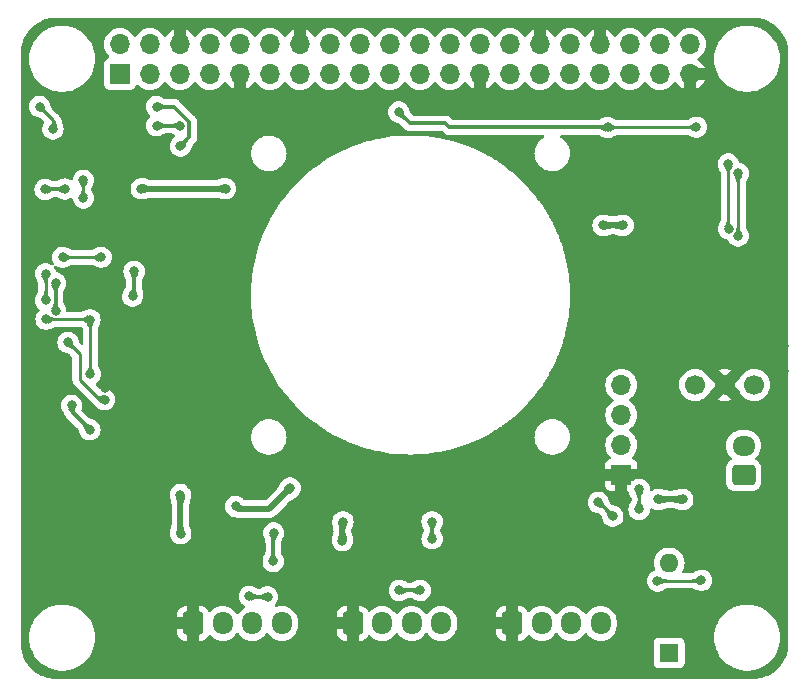
<source format=gbl>
%TF.GenerationSoftware,KiCad,Pcbnew,7.0.9*%
%TF.CreationDate,2024-12-01T07:09:43+09:00*%
%TF.ProjectId,raspi_comm_if_hat,72617370-695f-4636-9f6d-6d5f69665f68,rev?*%
%TF.SameCoordinates,PX5f5e100PY68e7780*%
%TF.FileFunction,Copper,L2,Bot*%
%TF.FilePolarity,Positive*%
%FSLAX46Y46*%
G04 Gerber Fmt 4.6, Leading zero omitted, Abs format (unit mm)*
G04 Created by KiCad (PCBNEW 7.0.9) date 2024-12-01 07:09:43*
%MOMM*%
%LPD*%
G01*
G04 APERTURE LIST*
G04 Aperture macros list*
%AMRoundRect*
0 Rectangle with rounded corners*
0 $1 Rounding radius*
0 $2 $3 $4 $5 $6 $7 $8 $9 X,Y pos of 4 corners*
0 Add a 4 corners polygon primitive as box body*
4,1,4,$2,$3,$4,$5,$6,$7,$8,$9,$2,$3,0*
0 Add four circle primitives for the rounded corners*
1,1,$1+$1,$2,$3*
1,1,$1+$1,$4,$5*
1,1,$1+$1,$6,$7*
1,1,$1+$1,$8,$9*
0 Add four rect primitives between the rounded corners*
20,1,$1+$1,$2,$3,$4,$5,0*
20,1,$1+$1,$4,$5,$6,$7,0*
20,1,$1+$1,$6,$7,$8,$9,0*
20,1,$1+$1,$8,$9,$2,$3,0*%
G04 Aperture macros list end*
%TA.AperFunction,ComponentPad*%
%ADD10R,1.600000X1.600000*%
%TD*%
%TA.AperFunction,ComponentPad*%
%ADD11O,1.600000X1.600000*%
%TD*%
%TA.AperFunction,ComponentPad*%
%ADD12RoundRect,0.250000X-0.600000X-0.725000X0.600000X-0.725000X0.600000X0.725000X-0.600000X0.725000X0*%
%TD*%
%TA.AperFunction,ComponentPad*%
%ADD13O,1.700000X1.950000*%
%TD*%
%TA.AperFunction,ComponentPad*%
%ADD14C,1.700000*%
%TD*%
%TA.AperFunction,ComponentPad*%
%ADD15RoundRect,0.250000X0.725000X-0.600000X0.725000X0.600000X-0.725000X0.600000X-0.725000X-0.600000X0*%
%TD*%
%TA.AperFunction,ComponentPad*%
%ADD16O,1.950000X1.700000*%
%TD*%
%TA.AperFunction,ComponentPad*%
%ADD17R,1.700000X1.700000*%
%TD*%
%TA.AperFunction,ComponentPad*%
%ADD18O,1.700000X1.700000*%
%TD*%
%TA.AperFunction,ViaPad*%
%ADD19C,0.800000*%
%TD*%
%TA.AperFunction,Conductor*%
%ADD20C,0.500000*%
%TD*%
%TA.AperFunction,Conductor*%
%ADD21C,0.250000*%
%TD*%
%TA.AperFunction,Conductor*%
%ADD22C,0.300000*%
%TD*%
G04 APERTURE END LIST*
D10*
%TO.P,SW1,1*%
%TO.N,Net-(R5-Pad2)*%
X54900000Y2200000D03*
D11*
%TO.P,SW1,2*%
%TO.N,Net-(J1-Pin_4)*%
X54900000Y9820000D03*
%TD*%
D12*
%TO.P,J6,1,Pin_1*%
%TO.N,GND*%
X28100000Y4700000D03*
D13*
%TO.P,J6,2,Pin_2*%
%TO.N,UART_PWR*%
X30600000Y4700000D03*
%TO.P,J6,3,Pin_3*%
%TO.N,TX_conn*%
X33100000Y4700000D03*
%TO.P,J6,4,Pin_4*%
%TO.N,RX_conn*%
X35600000Y4700000D03*
%TD*%
D14*
%TO.P,Y1,1,1*%
%TO.N,Net-(U1-OSC1)*%
X62100000Y24900000D03*
%TO.P,Y1,2,2*%
%TO.N,GND*%
X59600000Y24900000D03*
%TO.P,Y1,3,3*%
%TO.N,Net-(U1-OSC2)*%
X57100000Y24900000D03*
%TD*%
D15*
%TO.P,J4,1,Pin_1*%
%TO.N,Net-(J4-Pin_1)*%
X61200000Y17250000D03*
D16*
%TO.P,J4,2,Pin_2*%
%TO.N,+12V*%
X61200000Y19750000D03*
%TD*%
D12*
%TO.P,J1,1,Pin_1*%
%TO.N,GND*%
X41600000Y4700000D03*
D13*
%TO.P,J1,2,Pin_2*%
%TO.N,+12V*%
X44100000Y4700000D03*
%TO.P,J1,3,Pin_3*%
%TO.N,Net-(J1-Pin_3)*%
X46600000Y4700000D03*
%TO.P,J1,4,Pin_4*%
%TO.N,Net-(J1-Pin_4)*%
X49100000Y4700000D03*
%TD*%
D12*
%TO.P,J3,1,Pin_1*%
%TO.N,GND*%
X14600000Y4700000D03*
D13*
%TO.P,J3,2,Pin_2*%
%TO.N,I2C_PWR*%
X17100000Y4700000D03*
%TO.P,J3,3,Pin_3*%
%TO.N,SDA_conn*%
X19600000Y4700000D03*
%TO.P,J3,4,Pin_4*%
%TO.N,SDL_conn*%
X22100000Y4700000D03*
%TD*%
D17*
%TO.P,J5,1,Pin_1*%
%TO.N,GND*%
X50850000Y17250000D03*
D18*
%TO.P,J5,2,Pin_2*%
%TO.N,+12V*%
X50850000Y19790000D03*
%TO.P,J5,3,Pin_3*%
%TO.N,unconnected-(J5-Pin_3-Pad3)*%
X50850000Y22330000D03*
%TO.P,J5,4,Pin_4*%
%TO.N,FAN_PWM*%
X50850000Y24870000D03*
%TD*%
D17*
%TO.P,J2,1,Pin_1*%
%TO.N,+3.3V*%
X8400000Y51210000D03*
D18*
%TO.P,J2,2,Pin_2*%
%TO.N,+5V*%
X8400000Y53750000D03*
%TO.P,J2,3,Pin_3*%
%TO.N,SDA*%
X10940000Y51210000D03*
%TO.P,J2,4,Pin_4*%
%TO.N,unconnected-(J2-Pin_4-Pad4)*%
X10940000Y53750000D03*
%TO.P,J2,5,Pin_5*%
%TO.N,SDL*%
X13480000Y51210000D03*
%TO.P,J2,6,Pin_6*%
%TO.N,GND*%
X13480000Y53750000D03*
%TO.P,J2,7,Pin_7*%
%TO.N,unconnected-(J2-Pin_7-Pad7)*%
X16020000Y51210000D03*
%TO.P,J2,8,Pin_8*%
%TO.N,TX*%
X16020000Y53750000D03*
%TO.P,J2,9,Pin_9*%
%TO.N,GND*%
X18560000Y51210000D03*
%TO.P,J2,10,Pin_10*%
%TO.N,RX*%
X18560000Y53750000D03*
%TO.P,J2,11,Pin_11*%
%TO.N,unconnected-(J2-Pin_11-Pad11)*%
X21100000Y51210000D03*
%TO.P,J2,12,Pin_12*%
%TO.N,FAN_PWM*%
X21100000Y53750000D03*
%TO.P,J2,13,Pin_13*%
%TO.N,unconnected-(J2-Pin_13-Pad13)*%
X23640000Y51210000D03*
%TO.P,J2,14,Pin_14*%
%TO.N,GND*%
X23640000Y53750000D03*
%TO.P,J2,15,Pin_15*%
%TO.N,unconnected-(J2-Pin_15-Pad15)*%
X26180000Y51210000D03*
%TO.P,J2,16,Pin_16*%
%TO.N,unconnected-(J2-Pin_16-Pad16)*%
X26180000Y53750000D03*
%TO.P,J2,17,Pin_17*%
%TO.N,+3.3V*%
X28720000Y51210000D03*
%TO.P,J2,18,Pin_18*%
%TO.N,unconnected-(J2-Pin_18-Pad18)*%
X28720000Y53750000D03*
%TO.P,J2,19,Pin_19*%
%TO.N,MOSI*%
X31260000Y51210000D03*
%TO.P,J2,20,Pin_20*%
%TO.N,unconnected-(J2-Pin_20-Pad20)*%
X31260000Y53750000D03*
%TO.P,J2,21,Pin_21*%
%TO.N,MISO*%
X33800000Y51210000D03*
%TO.P,J2,22,Pin_22*%
%TO.N,CAN_INT*%
X33800000Y53750000D03*
%TO.P,J2,23,Pin_23*%
%TO.N,CLK*%
X36340000Y51210000D03*
%TO.P,J2,24,Pin_24*%
%TO.N,CS*%
X36340000Y53750000D03*
%TO.P,J2,25,Pin_25*%
%TO.N,GND*%
X38880000Y51210000D03*
%TO.P,J2,26,Pin_26*%
%TO.N,unconnected-(J2-Pin_26-Pad26)*%
X38880000Y53750000D03*
%TO.P,J2,27,Pin_27*%
%TO.N,unconnected-(J2-Pin_27-Pad27)*%
X41420000Y51210000D03*
%TO.P,J2,28,Pin_28*%
%TO.N,unconnected-(J2-Pin_28-Pad28)*%
X41420000Y53750000D03*
%TO.P,J2,29,Pin_29*%
%TO.N,unconnected-(J2-Pin_29-Pad29)*%
X43960000Y51210000D03*
%TO.P,J2,30,Pin_30*%
%TO.N,GND*%
X43960000Y53750000D03*
%TO.P,J2,31,Pin_31*%
%TO.N,unconnected-(J2-Pin_31-Pad31)*%
X46500000Y51210000D03*
%TO.P,J2,32,Pin_32*%
%TO.N,unconnected-(J2-Pin_32-Pad32)*%
X46500000Y53750000D03*
%TO.P,J2,33,Pin_33*%
%TO.N,unconnected-(J2-Pin_33-Pad33)*%
X49040000Y51210000D03*
%TO.P,J2,34,Pin_34*%
%TO.N,GND*%
X49040000Y53750000D03*
%TO.P,J2,35,Pin_35*%
%TO.N,unconnected-(J2-Pin_35-Pad35)*%
X51580000Y51210000D03*
%TO.P,J2,36,Pin_36*%
%TO.N,unconnected-(J2-Pin_36-Pad36)*%
X51580000Y53750000D03*
%TO.P,J2,37,Pin_37*%
%TO.N,unconnected-(J2-Pin_37-Pad37)*%
X54120000Y51210000D03*
%TO.P,J2,38,Pin_38*%
%TO.N,unconnected-(J2-Pin_38-Pad38)*%
X54120000Y53750000D03*
%TO.P,J2,39,Pin_39*%
%TO.N,GND*%
X56660000Y51210000D03*
%TO.P,J2,40,Pin_40*%
%TO.N,unconnected-(J2-Pin_40-Pad40)*%
X56660000Y53750000D03*
%TD*%
D19*
%TO.N,+5V*%
X2068747Y41443247D03*
X2100000Y32050000D03*
X51000000Y38400000D03*
X3750000Y41475201D03*
X17350000Y41500000D03*
X49300000Y38400000D03*
X2100000Y34300000D03*
X10200000Y41500000D03*
%TO.N,GND*%
X9500000Y9200000D03*
X22700000Y12200000D03*
X450000Y31650000D03*
X56250000Y17100000D03*
X56700000Y39300000D03*
X55600000Y30400000D03*
X500000Y15550000D03*
X49850000Y28600000D03*
X4050000Y18800000D03*
X23150000Y7000000D03*
X50150000Y12050000D03*
X47300000Y25800000D03*
X64550000Y23800000D03*
X26950000Y55550000D03*
X6850000Y38868750D03*
X47200000Y15200000D03*
X58600000Y30400000D03*
X26450000Y16200000D03*
X55050000Y12950000D03*
X58500000Y33650000D03*
X16950000Y55550000D03*
X46150000Y12100000D03*
X43050000Y42650000D03*
X46950000Y55550000D03*
X18900000Y21500000D03*
X53500000Y23800000D03*
X47300000Y30800000D03*
X58100000Y500000D03*
X18900000Y31500000D03*
X64500000Y11050000D03*
X46850000Y8350000D03*
X51950000Y55550000D03*
X27400000Y500000D03*
X21650000Y500000D03*
X62500000Y30850000D03*
X58450000Y15250000D03*
X36750000Y11850000D03*
X50100000Y26900000D03*
X450000Y20050000D03*
X56950000Y55550000D03*
X4250000Y14700000D03*
X51200000Y45650000D03*
X8600000Y23500000D03*
X10450000Y44150000D03*
X550000Y7700000D03*
X57450000Y9750000D03*
X53550000Y16600000D03*
X41950000Y55550000D03*
X20150000Y49050000D03*
X23900000Y21500000D03*
X55650000Y39350000D03*
X13700000Y6550000D03*
X7000000Y43650000D03*
X42250000Y7200000D03*
X61550000Y12500000D03*
X53600000Y30800000D03*
X7542849Y28725937D03*
X21950000Y55550000D03*
X64550000Y19900000D03*
X64600000Y28150000D03*
X2350000Y49550000D03*
X47300000Y20800000D03*
X33600000Y16200000D03*
X26800000Y6900000D03*
X37500000Y19250000D03*
X51350000Y36950000D03*
X4900000Y11450000D03*
X6400000Y48450000D03*
X47300000Y40800000D03*
X25100000Y3600000D03*
X1050000Y26900000D03*
X3350000Y38537500D03*
X450000Y49700000D03*
X3500000Y44200000D03*
X64550000Y7600000D03*
X10400000Y700000D03*
X7100000Y22300000D03*
X450000Y27950000D03*
X52550000Y42500000D03*
X4800000Y7600000D03*
X64600000Y26050000D03*
X62550000Y33550000D03*
X38300000Y45550000D03*
X18900000Y26500000D03*
X64300000Y39550000D03*
X4050000Y16800000D03*
X55550000Y6700000D03*
X23100000Y19350000D03*
X49900000Y7050000D03*
X40300000Y14100000D03*
X31950000Y55550000D03*
X38600000Y4700000D03*
X43000000Y22550000D03*
X36950000Y55550000D03*
X600000Y24050000D03*
X52500000Y550000D03*
X56550000Y13350000D03*
X10100000Y7300000D03*
X64150000Y44400000D03*
X47300000Y45600000D03*
X64550000Y15100000D03*
X53500000Y20700000D03*
X18900000Y46500000D03*
X53300000Y3950000D03*
X61750000Y15050000D03*
X53500000Y26850000D03*
X36850000Y500000D03*
X59800000Y7500000D03*
X43050000Y19300000D03*
X11950000Y55550000D03*
X36750000Y8700000D03*
X14450000Y16449500D03*
X18900000Y41500000D03*
X28300000Y19300000D03*
X59800000Y10400000D03*
X51350000Y33650000D03*
X56300000Y20300000D03*
X500000Y11450000D03*
X60300000Y22750000D03*
X52450000Y7750000D03*
X55750000Y41150000D03*
X6950000Y55550000D03*
X45450000Y7100000D03*
X7100000Y24650000D03*
X43350000Y12100000D03*
X41350000Y16200000D03*
X47300000Y35800000D03*
X28900000Y46500000D03*
X7631455Y19876388D03*
X18900000Y36500000D03*
X51250000Y31250000D03*
X10250000Y38637500D03*
X23900000Y46500000D03*
X5800000Y13750000D03*
X56300000Y22750000D03*
X7050000Y14400000D03*
X64200000Y49100000D03*
X9650000Y12400000D03*
X43100000Y450000D03*
X28750000Y49050000D03*
X55450000Y49250000D03*
X24100000Y49050000D03*
%TO.N,+12V*%
X56049500Y15200000D03*
X53950500Y15200000D03*
%TO.N,I2C_PWR*%
X21415424Y12365424D03*
X19350000Y7000000D03*
X21375500Y9950000D03*
X20893250Y6950000D03*
%TO.N,UART_PWR*%
X34825201Y13312000D03*
X13524500Y46850000D03*
X11500000Y46850000D03*
X33824500Y7500000D03*
X32050000Y7500000D03*
X34825201Y11863000D03*
%TO.N,+3.3V*%
X18200000Y14600000D03*
X13550000Y12300000D03*
X57212299Y46712299D03*
X27237500Y11700000D03*
X32000000Y48000000D03*
X13524500Y15600000D03*
X13524500Y45100000D03*
X22812299Y16162299D03*
X27287500Y13312000D03*
X11500000Y48450000D03*
X49700000Y46700000D03*
%TO.N,CS*%
X60732728Y37506277D03*
X60737701Y42797629D03*
%TO.N,Net-(U1-~{RESET})*%
X59900000Y43600000D03*
X59945488Y38122116D03*
%TO.N,Net-(D3-A)*%
X9600000Y34500000D03*
X9475500Y32400000D03*
%TO.N,Net-(D4-A)*%
X4300500Y23150000D03*
X5850000Y21100000D03*
X2950000Y33524500D03*
X2950000Y31174500D03*
%TO.N,Net-(D5-A)*%
X5300000Y40725701D03*
X5862250Y30412250D03*
X5300000Y42224701D03*
X5900000Y25800000D03*
X2150000Y30449500D03*
%TO.N,Net-(D6-A)*%
X4000000Y28500000D03*
X1595023Y48454977D03*
X2724500Y46550000D03*
X7100000Y23650497D03*
%TO.N,FAN_PWM*%
X48899312Y14950688D03*
X53900000Y8300000D03*
X52350000Y16049500D03*
X50125688Y13774312D03*
X52350000Y14350500D03*
X57624500Y8350000D03*
%TO.N,Net-(U6-VI)*%
X6800000Y35700000D03*
X3550000Y35700000D03*
%TD*%
D20*
%TO.N,+5V*%
X49300000Y38400000D02*
X51000000Y38400000D01*
D21*
X2100000Y34300000D02*
X2100000Y32050000D01*
D22*
X2100701Y41475201D02*
X3750000Y41475201D01*
X2068747Y41443247D02*
X2100701Y41475201D01*
D20*
X17350000Y41500000D02*
X10200000Y41500000D01*
%TO.N,+12V*%
X56049500Y15200000D02*
X53950500Y15200000D01*
D22*
%TO.N,I2C_PWR*%
X21375500Y12325500D02*
X21415424Y12365424D01*
X20893250Y6950000D02*
X19400000Y6950000D01*
X19400000Y6950000D02*
X19350000Y7000000D01*
X21375500Y9950000D02*
X21375500Y12325500D01*
%TO.N,UART_PWR*%
X34825201Y13312000D02*
X34825201Y11863000D01*
X32050000Y7500000D02*
X33824500Y7500000D01*
X11500000Y46850000D02*
X13524500Y46850000D01*
%TO.N,+3.3V*%
X32950000Y47050000D02*
X35950000Y47050000D01*
X14274500Y47160661D02*
X14274500Y45850000D01*
X12985161Y48450000D02*
X14274500Y47160661D01*
D20*
X27237500Y13262000D02*
X27287500Y13312000D01*
X18200000Y14600000D02*
X18400000Y14400000D01*
D22*
X36300000Y46700000D02*
X49700000Y46700000D01*
X35950000Y47050000D02*
X36300000Y46700000D01*
X14274500Y45850000D02*
X13524500Y45100000D01*
D20*
X21050000Y14400000D02*
X22812299Y16162299D01*
D22*
X11500000Y48450000D02*
X12985161Y48450000D01*
D21*
X49700000Y46700000D02*
X57200000Y46700000D01*
D20*
X27237500Y11700000D02*
X27237500Y13262000D01*
D21*
X57200000Y46700000D02*
X57212299Y46712299D01*
D20*
X18400000Y14400000D02*
X21050000Y14400000D01*
D22*
X32000000Y48000000D02*
X32950000Y47050000D01*
D20*
X13524500Y12325500D02*
X13524500Y15600000D01*
X13550000Y12300000D02*
X13524500Y12325500D01*
D21*
%TO.N,CS*%
X60737701Y42797629D02*
X60737701Y37511250D01*
X60737701Y37511250D02*
X60732728Y37506277D01*
%TO.N,Net-(U1-~{RESET})*%
X59900000Y43600000D02*
X59900000Y38167604D01*
X59900000Y38167604D02*
X59945488Y38122116D01*
D22*
%TO.N,Net-(D3-A)*%
X9600000Y32524500D02*
X9475500Y32400000D01*
X9600000Y34500000D02*
X9600000Y32524500D01*
%TO.N,Net-(D4-A)*%
X5850000Y21100000D02*
X4300500Y22649500D01*
X4300500Y22649500D02*
X4300500Y23150000D01*
X2950000Y33524500D02*
X2950000Y31174500D01*
D21*
%TO.N,Net-(D5-A)*%
X5862250Y30412250D02*
X5900000Y30374500D01*
X5824500Y30450000D02*
X2150500Y30450000D01*
X5300000Y40725701D02*
X5300000Y42224701D01*
X2150500Y30450000D02*
X2150000Y30449500D01*
X5900000Y30374500D02*
X5900000Y25800000D01*
X5862250Y30412250D02*
X5824500Y30450000D01*
%TO.N,Net-(D6-A)*%
X5000000Y25350000D02*
X5000000Y27500000D01*
X2724500Y47325500D02*
X2724500Y46550000D01*
X1595023Y48454977D02*
X2724500Y47325500D01*
X6699503Y23650497D02*
X5000000Y25350000D01*
X7100000Y23650497D02*
X6699503Y23650497D01*
X5000000Y27500000D02*
X4000000Y28500000D01*
%TO.N,FAN_PWM*%
X57574500Y8300000D02*
X53900000Y8300000D01*
X48899312Y14950688D02*
X48949312Y14950688D01*
X57624500Y8350000D02*
X57574500Y8300000D01*
X52350000Y14350500D02*
X52350000Y16049500D01*
X48949312Y14950688D02*
X50125688Y13774312D01*
%TO.N,Net-(U6-VI)*%
X6800000Y35700000D02*
X3550000Y35700000D01*
%TD*%
%TA.AperFunction,Conductor*%
%TO.N,GND*%
G36*
X18417685Y51694680D02*
G01*
X18286900Y51634952D01*
X18178239Y51540798D01*
X18100507Y51419844D01*
X18060000Y51281889D01*
X18060000Y51586000D01*
X18079685Y51653039D01*
X18132489Y51698794D01*
X18184000Y51710000D01*
X18524237Y51710000D01*
X18417685Y51694680D01*
G37*
%TD.AperFunction*%
%TA.AperFunction,Conductor*%
G36*
X19003039Y51690315D02*
G01*
X19048794Y51637511D01*
X19060000Y51586000D01*
X19060000Y51281889D01*
X19019493Y51419844D01*
X18941761Y51540798D01*
X18833100Y51634952D01*
X18702315Y51694680D01*
X18595763Y51710000D01*
X18936000Y51710000D01*
X19003039Y51690315D01*
G37*
%TD.AperFunction*%
%TA.AperFunction,Conductor*%
G36*
X38737685Y51694680D02*
G01*
X38606900Y51634952D01*
X38498239Y51540798D01*
X38420507Y51419844D01*
X38380000Y51281889D01*
X38380000Y51586000D01*
X38399685Y51653039D01*
X38452489Y51698794D01*
X38504000Y51710000D01*
X38844237Y51710000D01*
X38737685Y51694680D01*
G37*
%TD.AperFunction*%
%TA.AperFunction,Conductor*%
G36*
X39323039Y51690315D02*
G01*
X39368794Y51637511D01*
X39380000Y51586000D01*
X39380000Y51281889D01*
X39339493Y51419844D01*
X39261761Y51540798D01*
X39153100Y51634952D01*
X39022315Y51694680D01*
X38915763Y51710000D01*
X39256000Y51710000D01*
X39323039Y51690315D01*
G37*
%TD.AperFunction*%
%TA.AperFunction,Conductor*%
G36*
X56517685Y51694680D02*
G01*
X56386900Y51634952D01*
X56278239Y51540798D01*
X56200507Y51419844D01*
X56160000Y51281889D01*
X56160000Y51586000D01*
X56179685Y51653039D01*
X56232489Y51698794D01*
X56284000Y51710000D01*
X56624237Y51710000D01*
X56517685Y51694680D01*
G37*
%TD.AperFunction*%
%TA.AperFunction,Conductor*%
G36*
X13020507Y53540156D02*
G01*
X13098239Y53419202D01*
X13206900Y53325048D01*
X13337685Y53265320D01*
X13444237Y53250000D01*
X13104000Y53250000D01*
X13036961Y53269685D01*
X12991206Y53322489D01*
X12980000Y53374000D01*
X12980000Y53678111D01*
X13020507Y53540156D01*
G37*
%TD.AperFunction*%
%TA.AperFunction,Conductor*%
G36*
X13980000Y53374000D02*
G01*
X13960315Y53306961D01*
X13907511Y53261206D01*
X13856000Y53250000D01*
X13515763Y53250000D01*
X13622315Y53265320D01*
X13753100Y53325048D01*
X13861761Y53419202D01*
X13939493Y53540156D01*
X13980000Y53678111D01*
X13980000Y53374000D01*
G37*
%TD.AperFunction*%
%TA.AperFunction,Conductor*%
G36*
X23180507Y53540156D02*
G01*
X23258239Y53419202D01*
X23366900Y53325048D01*
X23497685Y53265320D01*
X23604237Y53250000D01*
X23264000Y53250000D01*
X23196961Y53269685D01*
X23151206Y53322489D01*
X23140000Y53374000D01*
X23140000Y53678111D01*
X23180507Y53540156D01*
G37*
%TD.AperFunction*%
%TA.AperFunction,Conductor*%
G36*
X24140000Y53374000D02*
G01*
X24120315Y53306961D01*
X24067511Y53261206D01*
X24016000Y53250000D01*
X23675763Y53250000D01*
X23782315Y53265320D01*
X23913100Y53325048D01*
X24021761Y53419202D01*
X24099493Y53540156D01*
X24140000Y53678111D01*
X24140000Y53374000D01*
G37*
%TD.AperFunction*%
%TA.AperFunction,Conductor*%
G36*
X43500507Y53540156D02*
G01*
X43578239Y53419202D01*
X43686900Y53325048D01*
X43817685Y53265320D01*
X43924237Y53250000D01*
X43584000Y53250000D01*
X43516961Y53269685D01*
X43471206Y53322489D01*
X43460000Y53374000D01*
X43460000Y53678111D01*
X43500507Y53540156D01*
G37*
%TD.AperFunction*%
%TA.AperFunction,Conductor*%
G36*
X44460000Y53374000D02*
G01*
X44440315Y53306961D01*
X44387511Y53261206D01*
X44336000Y53250000D01*
X43995763Y53250000D01*
X44102315Y53265320D01*
X44233100Y53325048D01*
X44341761Y53419202D01*
X44419493Y53540156D01*
X44460000Y53678111D01*
X44460000Y53374000D01*
G37*
%TD.AperFunction*%
%TA.AperFunction,Conductor*%
G36*
X48580507Y53540156D02*
G01*
X48658239Y53419202D01*
X48766900Y53325048D01*
X48897685Y53265320D01*
X49004237Y53250000D01*
X48664000Y53250000D01*
X48596961Y53269685D01*
X48551206Y53322489D01*
X48540000Y53374000D01*
X48540000Y53678111D01*
X48580507Y53540156D01*
G37*
%TD.AperFunction*%
%TA.AperFunction,Conductor*%
G36*
X49540000Y53374000D02*
G01*
X49520315Y53306961D01*
X49467511Y53261206D01*
X49416000Y53250000D01*
X49075763Y53250000D01*
X49182315Y53265320D01*
X49313100Y53325048D01*
X49421761Y53419202D01*
X49499493Y53540156D01*
X49540000Y53678111D01*
X49540000Y53374000D01*
G37*
%TD.AperFunction*%
%TA.AperFunction,Conductor*%
G36*
X62001619Y55999416D02*
G01*
X62133628Y55992497D01*
X62317027Y55982197D01*
X62323212Y55981535D01*
X62475647Y55957392D01*
X62638194Y55929774D01*
X62643811Y55928547D01*
X62796693Y55887582D01*
X62889122Y55860954D01*
X62951724Y55842918D01*
X62956759Y55841231D01*
X63106183Y55783873D01*
X63254007Y55722642D01*
X63258412Y55720612D01*
X63324180Y55687101D01*
X63401921Y55647489D01*
X63477428Y55605759D01*
X63541480Y55570359D01*
X63545215Y55568118D01*
X63619487Y55519885D01*
X63680872Y55480020D01*
X63768357Y55417947D01*
X63810764Y55387858D01*
X63813886Y55385490D01*
X63938748Y55284379D01*
X63941034Y55282433D01*
X64058721Y55177262D01*
X64061248Y55174872D01*
X64174870Y55061250D01*
X64177260Y55058723D01*
X64282431Y54941036D01*
X64284383Y54938742D01*
X64296643Y54923602D01*
X64385480Y54813898D01*
X64387862Y54810757D01*
X64480019Y54680873D01*
X64518854Y54621074D01*
X64568106Y54545233D01*
X64570364Y54541469D01*
X64647488Y54401922D01*
X64720604Y54258425D01*
X64722643Y54254003D01*
X64783877Y54106171D01*
X64841221Y53956783D01*
X64842916Y53951727D01*
X64887579Y53796703D01*
X64928541Y53643829D01*
X64929778Y53638165D01*
X64957394Y53475631D01*
X64981530Y53323242D01*
X64982196Y53317015D01*
X64992509Y53133383D01*
X64999415Y53001623D01*
X64999500Y52998377D01*
X64999500Y3001624D01*
X64999415Y2998378D01*
X64992509Y2866618D01*
X64982196Y2682987D01*
X64981530Y2676760D01*
X64957394Y2524370D01*
X64929778Y2361837D01*
X64928541Y2356173D01*
X64887579Y2203298D01*
X64842916Y2048275D01*
X64841221Y2043219D01*
X64783877Y1893830D01*
X64722643Y1745999D01*
X64720604Y1741577D01*
X64647488Y1598079D01*
X64570364Y1458533D01*
X64568097Y1454754D01*
X64480019Y1319128D01*
X64387862Y1189245D01*
X64385480Y1186104D01*
X64284385Y1061262D01*
X64282431Y1058966D01*
X64177260Y941279D01*
X64174870Y938752D01*
X64061248Y825130D01*
X64058721Y822740D01*
X63941034Y717569D01*
X63938738Y715615D01*
X63813896Y614520D01*
X63810755Y612138D01*
X63680872Y519981D01*
X63545246Y431903D01*
X63541467Y429636D01*
X63401921Y352512D01*
X63258423Y279396D01*
X63254001Y277357D01*
X63106170Y216123D01*
X62956781Y158779D01*
X62951725Y157084D01*
X62796702Y112421D01*
X62643827Y71459D01*
X62638163Y70222D01*
X62475630Y42606D01*
X62323240Y18470D01*
X62317013Y17804D01*
X62133382Y7491D01*
X62001622Y585D01*
X61998376Y500D01*
X3001624Y500D01*
X2998378Y585D01*
X2866617Y7491D01*
X2682985Y17804D01*
X2676758Y18470D01*
X2524369Y42606D01*
X2361835Y70222D01*
X2356171Y71459D01*
X2203297Y112421D01*
X2048273Y157084D01*
X2043217Y158779D01*
X1893829Y216123D01*
X1745997Y277357D01*
X1741575Y279396D01*
X1598078Y352512D01*
X1458531Y429636D01*
X1454767Y431894D01*
X1401875Y466242D01*
X1319127Y519981D01*
X1189243Y612138D01*
X1186102Y614520D01*
X1061260Y715615D01*
X1058964Y717569D01*
X941277Y822740D01*
X938750Y825130D01*
X825128Y938752D01*
X822738Y941279D01*
X717567Y1058966D01*
X715613Y1061262D01*
X676848Y1109133D01*
X614510Y1186114D01*
X612136Y1189245D01*
X519980Y1319128D01*
X487406Y1369285D01*
X431882Y1454785D01*
X429641Y1458520D01*
X394241Y1522572D01*
X352511Y1598079D01*
X300476Y1700202D01*
X279388Y1741588D01*
X277358Y1745993D01*
X216122Y1893830D01*
X158769Y2043241D01*
X157082Y2048276D01*
X112420Y2203298D01*
X101685Y2243362D01*
X71453Y2356189D01*
X70226Y2361806D01*
X42601Y2524394D01*
X18465Y2676788D01*
X17803Y2682973D01*
X7490Y2866618D01*
X584Y2998380D01*
X500Y3001623D01*
X500Y3499997D01*
X700000Y3499997D01*
X718933Y3174940D01*
X718934Y3174929D01*
X775470Y2854294D01*
X775472Y2854286D01*
X775474Y2854276D01*
X825713Y2686467D01*
X868861Y2542343D01*
X997825Y2243371D01*
X997831Y2243358D01*
X1160634Y1961374D01*
X1355064Y1700210D01*
X1355069Y1700204D01*
X1355076Y1700195D01*
X1578523Y1463354D01*
X1578529Y1463349D01*
X1578530Y1463348D01*
X1578531Y1463347D01*
X1827951Y1254058D01*
X1827956Y1254055D01*
X2100000Y1075129D01*
X2366518Y941279D01*
X2390969Y928999D01*
X2390970Y928998D01*
X2390973Y928997D01*
X2390977Y928995D01*
X2696951Y817629D01*
X2865119Y777773D01*
X3013769Y742541D01*
X3013776Y742540D01*
X3013785Y742538D01*
X3337194Y704737D01*
X3337201Y704737D01*
X3662799Y704737D01*
X3662806Y704737D01*
X3986215Y742538D01*
X3986224Y742541D01*
X3986230Y742541D01*
X4106040Y770937D01*
X4303049Y817629D01*
X4609023Y928995D01*
X4900000Y1075129D01*
X5172044Y1254055D01*
X5217883Y1292518D01*
X5288925Y1352130D01*
X53599500Y1352130D01*
X53599501Y1352124D01*
X53605908Y1292517D01*
X53656202Y1157672D01*
X53656206Y1157665D01*
X53742452Y1042456D01*
X53742455Y1042453D01*
X53857664Y956207D01*
X53857671Y956203D01*
X53992517Y905909D01*
X53992516Y905909D01*
X53999444Y905165D01*
X54052127Y899500D01*
X55747872Y899501D01*
X55807483Y905909D01*
X55942331Y956204D01*
X56057546Y1042454D01*
X56143796Y1157669D01*
X56194091Y1292517D01*
X56200500Y1352127D01*
X56200499Y3047872D01*
X56194091Y3107483D01*
X56168935Y3174929D01*
X56143797Y3242329D01*
X56143793Y3242336D01*
X56057547Y3357545D01*
X56057544Y3357548D01*
X55942335Y3443794D01*
X55942328Y3443798D01*
X55807482Y3494092D01*
X55807483Y3494092D01*
X55752553Y3499997D01*
X58700000Y3499997D01*
X58718933Y3174940D01*
X58718934Y3174929D01*
X58775470Y2854294D01*
X58775472Y2854286D01*
X58775474Y2854276D01*
X58825713Y2686467D01*
X58868861Y2542343D01*
X58997825Y2243371D01*
X58997831Y2243358D01*
X59160634Y1961374D01*
X59355064Y1700210D01*
X59355069Y1700204D01*
X59355076Y1700195D01*
X59578523Y1463354D01*
X59578529Y1463349D01*
X59578530Y1463348D01*
X59578531Y1463347D01*
X59827951Y1254058D01*
X59827956Y1254055D01*
X60100000Y1075129D01*
X60366518Y941279D01*
X60390969Y928999D01*
X60390970Y928998D01*
X60390973Y928997D01*
X60390977Y928995D01*
X60696951Y817629D01*
X60865119Y777773D01*
X61013769Y742541D01*
X61013776Y742540D01*
X61013785Y742538D01*
X61337194Y704737D01*
X61337201Y704737D01*
X61662799Y704737D01*
X61662806Y704737D01*
X61986215Y742538D01*
X61986224Y742541D01*
X61986230Y742541D01*
X62106040Y770937D01*
X62303049Y817629D01*
X62609023Y928995D01*
X62900000Y1075129D01*
X63172044Y1254055D01*
X63217883Y1292518D01*
X63288932Y1352136D01*
X63421477Y1463354D01*
X63644924Y1700195D01*
X63839366Y1961375D01*
X64002171Y2243362D01*
X64131139Y2542344D01*
X64224526Y2854276D01*
X64281067Y3174940D01*
X64300000Y3500000D01*
X64299612Y3506655D01*
X64290921Y3655876D01*
X64281067Y3825060D01*
X64271398Y3879894D01*
X64224529Y4145707D01*
X64224528Y4145708D01*
X64224526Y4145724D01*
X64131139Y4457656D01*
X64002171Y4756638D01*
X63839366Y5038625D01*
X63839365Y5038627D01*
X63644935Y5299791D01*
X63644928Y5299799D01*
X63644924Y5299805D01*
X63421477Y5536646D01*
X63421469Y5536653D01*
X63421468Y5536654D01*
X63172048Y5745943D01*
X62993319Y5863494D01*
X62900000Y5924871D01*
X62820718Y5964688D01*
X62609030Y6071002D01*
X62609029Y6071003D01*
X62303055Y6182369D01*
X62303053Y6182370D01*
X62303049Y6182371D01*
X62278072Y6188291D01*
X61986230Y6257460D01*
X61986215Y6257462D01*
X61662806Y6295263D01*
X61337194Y6295263D01*
X61054211Y6262188D01*
X61013784Y6257462D01*
X61013769Y6257460D01*
X60696959Y6182373D01*
X60696951Y6182371D01*
X60696949Y6182371D01*
X60696944Y6182369D01*
X60390970Y6071003D01*
X60390969Y6071002D01*
X60100003Y5924873D01*
X59827951Y5745943D01*
X59578531Y5536654D01*
X59578530Y5536653D01*
X59578524Y5536648D01*
X59578523Y5536646D01*
X59355076Y5299805D01*
X59355073Y5299802D01*
X59355071Y5299799D01*
X59355064Y5299791D01*
X59160634Y5038627D01*
X58997831Y4756643D01*
X58997825Y4756630D01*
X58868861Y4457658D01*
X58847331Y4385742D01*
X58775474Y4145724D01*
X58775473Y4145718D01*
X58775470Y4145707D01*
X58718934Y3825072D01*
X58718933Y3825061D01*
X58700000Y3500004D01*
X58700000Y3499997D01*
X55752553Y3499997D01*
X55747883Y3500499D01*
X55747881Y3500500D01*
X55747873Y3500500D01*
X55747864Y3500500D01*
X54052129Y3500500D01*
X54052123Y3500499D01*
X53992516Y3494092D01*
X53857671Y3443798D01*
X53857664Y3443794D01*
X53742455Y3357548D01*
X53742452Y3357545D01*
X53656206Y3242336D01*
X53656202Y3242329D01*
X53605908Y3107483D01*
X53599501Y3047884D01*
X53599501Y3047877D01*
X53599500Y3047865D01*
X53599500Y1352130D01*
X5288925Y1352130D01*
X5288932Y1352136D01*
X5421477Y1463354D01*
X5644924Y1700195D01*
X5839366Y1961375D01*
X6002171Y2243362D01*
X6131139Y2542344D01*
X6224526Y2854276D01*
X6281067Y3174940D01*
X6300000Y3500000D01*
X6299612Y3506655D01*
X6290921Y3655876D01*
X6281067Y3825060D01*
X6271398Y3879894D01*
X6224529Y4145707D01*
X6224528Y4145708D01*
X6224526Y4145724D01*
X6208277Y4200000D01*
X13250001Y4200000D01*
X13250001Y3925014D01*
X13260494Y3822303D01*
X13315641Y3655881D01*
X13315643Y3655876D01*
X13407684Y3506655D01*
X13531654Y3382685D01*
X13680875Y3290644D01*
X13680880Y3290642D01*
X13847302Y3235495D01*
X13847309Y3235494D01*
X13950019Y3225001D01*
X14099999Y3225001D01*
X15100000Y3225001D01*
X15249972Y3225001D01*
X15249986Y3225002D01*
X15352697Y3235495D01*
X15519119Y3290642D01*
X15519124Y3290644D01*
X15668345Y3382685D01*
X15792315Y3506655D01*
X15887815Y3661484D01*
X15939763Y3708208D01*
X16008726Y3719431D01*
X16072808Y3691587D01*
X16081035Y3684069D01*
X16228599Y3536505D01*
X16228602Y3536503D01*
X16228603Y3536502D01*
X16422165Y3400968D01*
X16422167Y3400967D01*
X16422170Y3400965D01*
X16636337Y3301097D01*
X16636343Y3301096D01*
X16636344Y3301095D01*
X16675356Y3290642D01*
X16864592Y3239937D01*
X17052918Y3223461D01*
X17099999Y3219341D01*
X17100000Y3219341D01*
X17100001Y3219341D01*
X17139234Y3222774D01*
X17335408Y3239937D01*
X17563663Y3301097D01*
X17777829Y3400965D01*
X17971401Y3536505D01*
X18138495Y3703599D01*
X18248426Y3860599D01*
X18303001Y3904222D01*
X18372500Y3911416D01*
X18434855Y3879894D01*
X18451571Y3860602D01*
X18478388Y3822303D01*
X18561506Y3703597D01*
X18728597Y3536507D01*
X18728599Y3536505D01*
X18825384Y3468735D01*
X18922165Y3400968D01*
X18922167Y3400967D01*
X18922170Y3400965D01*
X19136337Y3301097D01*
X19136343Y3301096D01*
X19136344Y3301095D01*
X19175356Y3290642D01*
X19364592Y3239937D01*
X19552918Y3223461D01*
X19599999Y3219341D01*
X19600000Y3219341D01*
X19600001Y3219341D01*
X19639234Y3222774D01*
X19835408Y3239937D01*
X20063663Y3301097D01*
X20277829Y3400965D01*
X20471401Y3536505D01*
X20638495Y3703599D01*
X20748426Y3860599D01*
X20803001Y3904222D01*
X20872500Y3911416D01*
X20934855Y3879894D01*
X20951571Y3860602D01*
X20978388Y3822303D01*
X21061506Y3703597D01*
X21228597Y3536507D01*
X21228599Y3536505D01*
X21325384Y3468735D01*
X21422165Y3400968D01*
X21422167Y3400967D01*
X21422170Y3400965D01*
X21636337Y3301097D01*
X21636343Y3301096D01*
X21636344Y3301095D01*
X21675356Y3290642D01*
X21864592Y3239937D01*
X22052918Y3223461D01*
X22099999Y3219341D01*
X22100000Y3219341D01*
X22100001Y3219341D01*
X22139234Y3222774D01*
X22335408Y3239937D01*
X22563663Y3301097D01*
X22777829Y3400965D01*
X22971401Y3536505D01*
X23138495Y3703599D01*
X23274035Y3897171D01*
X23373903Y4111337D01*
X23397660Y4200000D01*
X26750001Y4200000D01*
X26750001Y3925014D01*
X26760494Y3822303D01*
X26815641Y3655881D01*
X26815643Y3655876D01*
X26907684Y3506655D01*
X27031654Y3382685D01*
X27180875Y3290644D01*
X27180880Y3290642D01*
X27347302Y3235495D01*
X27347309Y3235494D01*
X27450019Y3225001D01*
X27599999Y3225001D01*
X28600000Y3225001D01*
X28749972Y3225001D01*
X28749986Y3225002D01*
X28852697Y3235495D01*
X29019119Y3290642D01*
X29019124Y3290644D01*
X29168345Y3382685D01*
X29292315Y3506655D01*
X29387815Y3661484D01*
X29439763Y3708208D01*
X29508726Y3719431D01*
X29572808Y3691587D01*
X29581035Y3684069D01*
X29728599Y3536505D01*
X29728602Y3536503D01*
X29728603Y3536502D01*
X29922165Y3400968D01*
X29922167Y3400967D01*
X29922170Y3400965D01*
X30136337Y3301097D01*
X30136343Y3301096D01*
X30136344Y3301095D01*
X30175356Y3290642D01*
X30364592Y3239937D01*
X30552918Y3223461D01*
X30599999Y3219341D01*
X30600000Y3219341D01*
X30600001Y3219341D01*
X30639234Y3222774D01*
X30835408Y3239937D01*
X31063663Y3301097D01*
X31277829Y3400965D01*
X31471401Y3536505D01*
X31638495Y3703599D01*
X31748426Y3860599D01*
X31803001Y3904222D01*
X31872500Y3911416D01*
X31934855Y3879894D01*
X31951571Y3860602D01*
X31978388Y3822303D01*
X32061506Y3703597D01*
X32228597Y3536507D01*
X32228599Y3536505D01*
X32325384Y3468735D01*
X32422165Y3400968D01*
X32422167Y3400967D01*
X32422170Y3400965D01*
X32636337Y3301097D01*
X32636343Y3301096D01*
X32636344Y3301095D01*
X32675356Y3290642D01*
X32864592Y3239937D01*
X33052918Y3223461D01*
X33099999Y3219341D01*
X33100000Y3219341D01*
X33100001Y3219341D01*
X33139234Y3222774D01*
X33335408Y3239937D01*
X33563663Y3301097D01*
X33777829Y3400965D01*
X33971401Y3536505D01*
X34138495Y3703599D01*
X34248426Y3860599D01*
X34303001Y3904222D01*
X34372500Y3911416D01*
X34434855Y3879894D01*
X34451571Y3860602D01*
X34478388Y3822303D01*
X34561506Y3703597D01*
X34728597Y3536507D01*
X34728599Y3536505D01*
X34825384Y3468735D01*
X34922165Y3400968D01*
X34922167Y3400967D01*
X34922170Y3400965D01*
X35136337Y3301097D01*
X35136343Y3301096D01*
X35136344Y3301095D01*
X35175356Y3290642D01*
X35364592Y3239937D01*
X35552918Y3223461D01*
X35599999Y3219341D01*
X35600000Y3219341D01*
X35600001Y3219341D01*
X35639234Y3222774D01*
X35835408Y3239937D01*
X36063663Y3301097D01*
X36277829Y3400965D01*
X36471401Y3536505D01*
X36638495Y3703599D01*
X36774035Y3897171D01*
X36873903Y4111337D01*
X36897660Y4200000D01*
X40250001Y4200000D01*
X40250001Y3925014D01*
X40260494Y3822303D01*
X40315641Y3655881D01*
X40315643Y3655876D01*
X40407684Y3506655D01*
X40531654Y3382685D01*
X40680875Y3290644D01*
X40680880Y3290642D01*
X40847302Y3235495D01*
X40847309Y3235494D01*
X40950019Y3225001D01*
X41099999Y3225001D01*
X42100000Y3225001D01*
X42249972Y3225001D01*
X42249986Y3225002D01*
X42352697Y3235495D01*
X42519119Y3290642D01*
X42519124Y3290644D01*
X42668345Y3382685D01*
X42792315Y3506655D01*
X42887815Y3661484D01*
X42939763Y3708208D01*
X43008726Y3719431D01*
X43072808Y3691587D01*
X43081035Y3684069D01*
X43228599Y3536505D01*
X43228602Y3536503D01*
X43228603Y3536502D01*
X43422165Y3400968D01*
X43422167Y3400967D01*
X43422170Y3400965D01*
X43636337Y3301097D01*
X43636343Y3301096D01*
X43636344Y3301095D01*
X43675356Y3290642D01*
X43864592Y3239937D01*
X44052918Y3223461D01*
X44099999Y3219341D01*
X44100000Y3219341D01*
X44100001Y3219341D01*
X44139234Y3222774D01*
X44335408Y3239937D01*
X44563663Y3301097D01*
X44777829Y3400965D01*
X44971401Y3536505D01*
X45138495Y3703599D01*
X45248426Y3860599D01*
X45303001Y3904222D01*
X45372500Y3911416D01*
X45434855Y3879894D01*
X45451571Y3860602D01*
X45478388Y3822303D01*
X45561506Y3703597D01*
X45728597Y3536507D01*
X45728599Y3536505D01*
X45825384Y3468735D01*
X45922165Y3400968D01*
X45922167Y3400967D01*
X45922170Y3400965D01*
X46136337Y3301097D01*
X46136343Y3301096D01*
X46136344Y3301095D01*
X46175356Y3290642D01*
X46364592Y3239937D01*
X46552918Y3223461D01*
X46599999Y3219341D01*
X46600000Y3219341D01*
X46600001Y3219341D01*
X46639234Y3222774D01*
X46835408Y3239937D01*
X47063663Y3301097D01*
X47277829Y3400965D01*
X47471401Y3536505D01*
X47638495Y3703599D01*
X47748426Y3860599D01*
X47803001Y3904222D01*
X47872500Y3911416D01*
X47934855Y3879894D01*
X47951571Y3860602D01*
X47978388Y3822303D01*
X48061506Y3703597D01*
X48228597Y3536507D01*
X48228599Y3536505D01*
X48325384Y3468735D01*
X48422165Y3400968D01*
X48422167Y3400967D01*
X48422170Y3400965D01*
X48636337Y3301097D01*
X48636343Y3301096D01*
X48636344Y3301095D01*
X48675356Y3290642D01*
X48864592Y3239937D01*
X49052918Y3223461D01*
X49099999Y3219341D01*
X49100000Y3219341D01*
X49100001Y3219341D01*
X49139234Y3222774D01*
X49335408Y3239937D01*
X49563663Y3301097D01*
X49777829Y3400965D01*
X49971401Y3536505D01*
X50138495Y3703599D01*
X50274035Y3897171D01*
X50373903Y4111337D01*
X50435063Y4339592D01*
X50450500Y4516034D01*
X50450500Y4883966D01*
X50435063Y5060408D01*
X50373903Y5288663D01*
X50274035Y5502829D01*
X50261936Y5520109D01*
X50138494Y5696403D01*
X49971402Y5863494D01*
X49971395Y5863499D01*
X49965932Y5867324D01*
X49883747Y5924871D01*
X49777834Y5999033D01*
X49777830Y5999035D01*
X49714048Y6028777D01*
X49563663Y6098903D01*
X49563659Y6098904D01*
X49563655Y6098906D01*
X49335413Y6160062D01*
X49335403Y6160064D01*
X49100001Y6180659D01*
X49099999Y6180659D01*
X48864596Y6160064D01*
X48864586Y6160062D01*
X48636344Y6098906D01*
X48636335Y6098902D01*
X48422171Y5999036D01*
X48422169Y5999035D01*
X48228597Y5863495D01*
X48061505Y5696403D01*
X47951575Y5539405D01*
X47896998Y5495780D01*
X47827500Y5488586D01*
X47765145Y5520109D01*
X47748425Y5539405D01*
X47638494Y5696403D01*
X47471402Y5863494D01*
X47471395Y5863499D01*
X47465932Y5867324D01*
X47383747Y5924871D01*
X47277834Y5999033D01*
X47277830Y5999035D01*
X47214048Y6028777D01*
X47063663Y6098903D01*
X47063659Y6098904D01*
X47063655Y6098906D01*
X46835413Y6160062D01*
X46835403Y6160064D01*
X46600001Y6180659D01*
X46599999Y6180659D01*
X46364596Y6160064D01*
X46364586Y6160062D01*
X46136344Y6098906D01*
X46136335Y6098902D01*
X45922171Y5999036D01*
X45922169Y5999035D01*
X45728597Y5863495D01*
X45561505Y5696403D01*
X45451575Y5539405D01*
X45396998Y5495780D01*
X45327500Y5488586D01*
X45265145Y5520109D01*
X45248425Y5539405D01*
X45138494Y5696403D01*
X44971402Y5863494D01*
X44971395Y5863499D01*
X44965932Y5867324D01*
X44883747Y5924871D01*
X44777834Y5999033D01*
X44777830Y5999035D01*
X44714048Y6028777D01*
X44563663Y6098903D01*
X44563659Y6098904D01*
X44563655Y6098906D01*
X44335413Y6160062D01*
X44335403Y6160064D01*
X44100001Y6180659D01*
X44099999Y6180659D01*
X43864596Y6160064D01*
X43864586Y6160062D01*
X43636344Y6098906D01*
X43636335Y6098902D01*
X43422171Y5999036D01*
X43422169Y5999035D01*
X43228597Y5863495D01*
X43081035Y5715932D01*
X43019712Y5682447D01*
X42950020Y5687431D01*
X42894087Y5729303D01*
X42887815Y5738516D01*
X42792315Y5893346D01*
X42668345Y6017316D01*
X42519124Y6109357D01*
X42519119Y6109359D01*
X42352697Y6164506D01*
X42352690Y6164507D01*
X42249986Y6175000D01*
X42100000Y6175000D01*
X42100000Y3225001D01*
X41099999Y3225001D01*
X41100000Y3225002D01*
X41100000Y4200000D01*
X40250001Y4200000D01*
X36897660Y4200000D01*
X36935063Y4339592D01*
X36950500Y4516034D01*
X36950500Y4631705D01*
X41125000Y4631705D01*
X41163481Y4500649D01*
X41237327Y4385742D01*
X41340555Y4296295D01*
X41464801Y4239554D01*
X41566025Y4225000D01*
X41633975Y4225000D01*
X41735199Y4239554D01*
X41859445Y4296295D01*
X41962673Y4385742D01*
X42036519Y4500649D01*
X42075000Y4631705D01*
X42075000Y4768295D01*
X42036519Y4899351D01*
X41962673Y5014258D01*
X41859445Y5103705D01*
X41735199Y5160446D01*
X41633975Y5175000D01*
X41566025Y5175000D01*
X41464801Y5160446D01*
X41340555Y5103705D01*
X41237327Y5014258D01*
X41163481Y4899351D01*
X41125000Y4768295D01*
X41125000Y4631705D01*
X36950500Y4631705D01*
X36950500Y4883966D01*
X36935063Y5060408D01*
X36897660Y5200000D01*
X40250000Y5200000D01*
X41100000Y5200000D01*
X41100000Y6175000D01*
X40950027Y6175000D01*
X40950012Y6174999D01*
X40847302Y6164506D01*
X40680880Y6109359D01*
X40680875Y6109357D01*
X40531654Y6017316D01*
X40407684Y5893346D01*
X40315643Y5744125D01*
X40315641Y5744120D01*
X40260494Y5577698D01*
X40260493Y5577691D01*
X40250000Y5474987D01*
X40250000Y5200000D01*
X36897660Y5200000D01*
X36873903Y5288663D01*
X36774035Y5502829D01*
X36761936Y5520109D01*
X36638494Y5696403D01*
X36471402Y5863494D01*
X36471395Y5863499D01*
X36465932Y5867324D01*
X36383747Y5924871D01*
X36277834Y5999033D01*
X36277830Y5999035D01*
X36214048Y6028777D01*
X36063663Y6098903D01*
X36063659Y6098904D01*
X36063655Y6098906D01*
X35835413Y6160062D01*
X35835403Y6160064D01*
X35600001Y6180659D01*
X35599999Y6180659D01*
X35364596Y6160064D01*
X35364586Y6160062D01*
X35136344Y6098906D01*
X35136335Y6098902D01*
X34922171Y5999036D01*
X34922169Y5999035D01*
X34728597Y5863495D01*
X34561505Y5696403D01*
X34451575Y5539405D01*
X34396998Y5495780D01*
X34327500Y5488586D01*
X34265145Y5520109D01*
X34248425Y5539405D01*
X34138494Y5696403D01*
X33971402Y5863494D01*
X33971395Y5863499D01*
X33965932Y5867324D01*
X33883747Y5924871D01*
X33777834Y5999033D01*
X33777830Y5999035D01*
X33714048Y6028777D01*
X33563663Y6098903D01*
X33563659Y6098904D01*
X33563655Y6098906D01*
X33335413Y6160062D01*
X33335403Y6160064D01*
X33100001Y6180659D01*
X33099999Y6180659D01*
X32864596Y6160064D01*
X32864586Y6160062D01*
X32636344Y6098906D01*
X32636335Y6098902D01*
X32422171Y5999036D01*
X32422169Y5999035D01*
X32228597Y5863495D01*
X32061505Y5696403D01*
X31951575Y5539405D01*
X31896998Y5495780D01*
X31827500Y5488586D01*
X31765145Y5520109D01*
X31748425Y5539405D01*
X31638494Y5696403D01*
X31471402Y5863494D01*
X31471395Y5863499D01*
X31465932Y5867324D01*
X31383747Y5924871D01*
X31277834Y5999033D01*
X31277830Y5999035D01*
X31214048Y6028777D01*
X31063663Y6098903D01*
X31063659Y6098904D01*
X31063655Y6098906D01*
X30835413Y6160062D01*
X30835403Y6160064D01*
X30600001Y6180659D01*
X30599999Y6180659D01*
X30364596Y6160064D01*
X30364586Y6160062D01*
X30136344Y6098906D01*
X30136335Y6098902D01*
X29922171Y5999036D01*
X29922169Y5999035D01*
X29728597Y5863495D01*
X29581035Y5715932D01*
X29519712Y5682447D01*
X29450020Y5687431D01*
X29394087Y5729303D01*
X29387815Y5738516D01*
X29292315Y5893346D01*
X29168345Y6017316D01*
X29019124Y6109357D01*
X29019119Y6109359D01*
X28852697Y6164506D01*
X28852690Y6164507D01*
X28749986Y6175000D01*
X28600000Y6175000D01*
X28600000Y3225001D01*
X27599999Y3225001D01*
X27600000Y3225002D01*
X27600000Y4200000D01*
X26750001Y4200000D01*
X23397660Y4200000D01*
X23435063Y4339592D01*
X23450500Y4516034D01*
X23450500Y4631705D01*
X27625000Y4631705D01*
X27663481Y4500649D01*
X27737327Y4385742D01*
X27840555Y4296295D01*
X27964801Y4239554D01*
X28066025Y4225000D01*
X28133975Y4225000D01*
X28235199Y4239554D01*
X28359445Y4296295D01*
X28462673Y4385742D01*
X28536519Y4500649D01*
X28575000Y4631705D01*
X28575000Y4768295D01*
X28536519Y4899351D01*
X28462673Y5014258D01*
X28359445Y5103705D01*
X28235199Y5160446D01*
X28133975Y5175000D01*
X28066025Y5175000D01*
X27964801Y5160446D01*
X27840555Y5103705D01*
X27737327Y5014258D01*
X27663481Y4899351D01*
X27625000Y4768295D01*
X27625000Y4631705D01*
X23450500Y4631705D01*
X23450500Y4883966D01*
X23435063Y5060408D01*
X23397660Y5200000D01*
X26750000Y5200000D01*
X27600000Y5200000D01*
X27600000Y6175000D01*
X27450027Y6175000D01*
X27450012Y6174999D01*
X27347302Y6164506D01*
X27180880Y6109359D01*
X27180875Y6109357D01*
X27031654Y6017316D01*
X26907684Y5893346D01*
X26815643Y5744125D01*
X26815641Y5744120D01*
X26760494Y5577698D01*
X26760493Y5577691D01*
X26750000Y5474987D01*
X26750000Y5200000D01*
X23397660Y5200000D01*
X23373903Y5288663D01*
X23274035Y5502829D01*
X23261936Y5520109D01*
X23138494Y5696403D01*
X22971402Y5863494D01*
X22971395Y5863499D01*
X22965932Y5867324D01*
X22883747Y5924871D01*
X22777834Y5999033D01*
X22777830Y5999035D01*
X22714048Y6028777D01*
X22563663Y6098903D01*
X22563659Y6098904D01*
X22563655Y6098906D01*
X22335413Y6160062D01*
X22335403Y6160064D01*
X22100001Y6180659D01*
X22099999Y6180659D01*
X21864596Y6160064D01*
X21864586Y6160062D01*
X21648358Y6102125D01*
X21578508Y6103788D01*
X21520646Y6142951D01*
X21493142Y6207180D01*
X21504729Y6276082D01*
X21524112Y6304868D01*
X21625783Y6417784D01*
X21720429Y6581716D01*
X21778924Y6761744D01*
X21798710Y6950000D01*
X21778924Y7138256D01*
X21720429Y7318284D01*
X21625783Y7482216D01*
X21609770Y7500000D01*
X31144540Y7500000D01*
X31164326Y7311744D01*
X31164327Y7311741D01*
X31222818Y7131723D01*
X31222821Y7131716D01*
X31317467Y6967784D01*
X31423971Y6849500D01*
X31444129Y6827112D01*
X31597265Y6715852D01*
X31597270Y6715849D01*
X31770192Y6638858D01*
X31770195Y6638857D01*
X31770197Y6638856D01*
X31955354Y6599500D01*
X31955355Y6599500D01*
X32144644Y6599500D01*
X32144646Y6599500D01*
X32329803Y6638856D01*
X32390097Y6665703D01*
X32397238Y6668368D01*
X32428831Y6677996D01*
X32580841Y6749309D01*
X32588259Y6753094D01*
X32595986Y6757036D01*
X32631073Y6776406D01*
X32698241Y6813484D01*
X32701446Y6815131D01*
X32726262Y6826958D01*
X32772036Y6838789D01*
X32869872Y6844772D01*
X32908369Y6848609D01*
X32908370Y6848610D01*
X32914235Y6849194D01*
X32920388Y6849500D01*
X32969075Y6849500D01*
X32994180Y6846932D01*
X33004627Y6844772D01*
X33102462Y6838789D01*
X33148236Y6826958D01*
X33173019Y6815146D01*
X33176224Y6813500D01*
X33278510Y6757036D01*
X33293657Y6749308D01*
X33364974Y6715852D01*
X33450569Y6675697D01*
X33455983Y6673297D01*
X33455984Y6673296D01*
X33472408Y6667253D01*
X33517276Y6650744D01*
X33517278Y6650744D01*
X33519498Y6649927D01*
X33523308Y6648379D01*
X33544694Y6638857D01*
X33544695Y6638857D01*
X33544697Y6638856D01*
X33729854Y6599500D01*
X33729855Y6599500D01*
X33919144Y6599500D01*
X33919146Y6599500D01*
X34104303Y6638856D01*
X34277230Y6715849D01*
X34430371Y6827112D01*
X34557033Y6967784D01*
X34651679Y7131716D01*
X34710174Y7311744D01*
X34729960Y7500000D01*
X34710174Y7688256D01*
X34651679Y7868284D01*
X34557033Y8032216D01*
X34430371Y8172888D01*
X34430151Y8173048D01*
X34277234Y8284149D01*
X34277229Y8284152D01*
X34241634Y8300000D01*
X52994540Y8300000D01*
X53014326Y8111744D01*
X53014327Y8111741D01*
X53072818Y7931723D01*
X53072821Y7931716D01*
X53167467Y7767784D01*
X53285648Y7636531D01*
X53294129Y7627112D01*
X53447265Y7515852D01*
X53447270Y7515849D01*
X53620192Y7438858D01*
X53620197Y7438856D01*
X53805354Y7399500D01*
X53805355Y7399500D01*
X53994644Y7399500D01*
X53994646Y7399500D01*
X54179803Y7438856D01*
X54245865Y7468270D01*
X54252147Y7470667D01*
X54285331Y7481293D01*
X54436151Y7554654D01*
X54443186Y7558287D01*
X54446941Y7560225D01*
X54457214Y7565849D01*
X54458177Y7566376D01*
X54468859Y7572565D01*
X54574393Y7637210D01*
X54594978Y7648684D01*
X54646050Y7664022D01*
X54727054Y7670108D01*
X54762032Y7673965D01*
X54762032Y7673966D01*
X54763492Y7674126D01*
X54770293Y7674500D01*
X56783615Y7674500D01*
X56807197Y7672237D01*
X56808851Y7671917D01*
X56821042Y7669555D01*
X56925502Y7664480D01*
X56944601Y7662055D01*
X56954946Y7659913D01*
X56976595Y7653321D01*
X56984520Y7650092D01*
X56999349Y7644049D01*
X57003667Y7642094D01*
X57101504Y7593205D01*
X57186455Y7554654D01*
X57255072Y7523515D01*
X57258960Y7521823D01*
X57258963Y7521822D01*
X57258972Y7521818D01*
X57258975Y7521817D01*
X57321217Y7499146D01*
X57325194Y7497540D01*
X57344697Y7488856D01*
X57529854Y7449500D01*
X57529855Y7449500D01*
X57719144Y7449500D01*
X57719146Y7449500D01*
X57904303Y7488856D01*
X58077230Y7565849D01*
X58230371Y7677112D01*
X58357033Y7817784D01*
X58451679Y7981716D01*
X58510174Y8161744D01*
X58529960Y8350000D01*
X58510174Y8538256D01*
X58451679Y8718284D01*
X58357033Y8882216D01*
X58230371Y9022888D01*
X58230370Y9022889D01*
X58077234Y9134149D01*
X58077229Y9134152D01*
X57904307Y9211143D01*
X57904302Y9211145D01*
X57758501Y9242135D01*
X57719146Y9250500D01*
X57529854Y9250500D01*
X57490499Y9242135D01*
X57344698Y9211145D01*
X57344693Y9211143D01*
X57264104Y9175263D01*
X57259528Y9173440D01*
X57225720Y9161504D01*
X57225699Y9161494D01*
X57184816Y9140098D01*
X57181295Y9138394D01*
X57171772Y9134153D01*
X57166152Y9130908D01*
X57166120Y9130963D01*
X57159400Y9126796D01*
X57098579Y9094962D01*
X57071800Y9080945D01*
X57054187Y9070805D01*
X57035442Y9058986D01*
X57035441Y9058985D01*
X57018746Y9047498D01*
X56905989Y8963063D01*
X56898253Y8957318D01*
X56837209Y8933540D01*
X56799629Y8929614D01*
X56792413Y8928860D01*
X56776125Y8926704D01*
X56771094Y8926037D01*
X56762947Y8925500D01*
X56099483Y8925500D01*
X56032444Y8945185D01*
X55986689Y8997989D01*
X55976745Y9067147D01*
X55997907Y9120622D01*
X56030568Y9167266D01*
X56126739Y9373504D01*
X56185635Y9593308D01*
X56205468Y9820000D01*
X56185635Y10046692D01*
X56129225Y10257218D01*
X56126741Y10266489D01*
X56126738Y10266498D01*
X56102587Y10318289D01*
X56030568Y10472734D01*
X55900047Y10659139D01*
X55900045Y10659142D01*
X55739141Y10820046D01*
X55552734Y10950568D01*
X55552732Y10950569D01*
X55346497Y11046739D01*
X55346488Y11046742D01*
X55126697Y11105634D01*
X55126693Y11105635D01*
X55126692Y11105635D01*
X55126691Y11105636D01*
X55126686Y11105636D01*
X54900002Y11125468D01*
X54899998Y11125468D01*
X54673313Y11105636D01*
X54673302Y11105634D01*
X54453511Y11046742D01*
X54453502Y11046739D01*
X54247267Y10950569D01*
X54247265Y10950568D01*
X54060858Y10820046D01*
X53899954Y10659142D01*
X53769432Y10472735D01*
X53769431Y10472733D01*
X53673261Y10266498D01*
X53673258Y10266489D01*
X53614366Y10046698D01*
X53614364Y10046687D01*
X53594532Y9820002D01*
X53594532Y9819999D01*
X53614364Y9593314D01*
X53614366Y9593303D01*
X53673258Y9373512D01*
X53673260Y9373507D01*
X53673261Y9373504D01*
X53693042Y9331084D01*
X53703533Y9262006D01*
X53675013Y9198222D01*
X53625537Y9165129D01*
X53626134Y9163788D01*
X53447270Y9084152D01*
X53447265Y9084149D01*
X53294129Y8972889D01*
X53167466Y8832215D01*
X53072821Y8668285D01*
X53072818Y8668278D01*
X53030573Y8538260D01*
X53014326Y8488256D01*
X52994540Y8300000D01*
X34241634Y8300000D01*
X34104307Y8361143D01*
X34104302Y8361145D01*
X33958501Y8392135D01*
X33919146Y8400500D01*
X33729854Y8400500D01*
X33690499Y8392135D01*
X33544698Y8361145D01*
X33544694Y8361143D01*
X33484428Y8334311D01*
X33477281Y8331643D01*
X33445672Y8322009D01*
X33293097Y8250432D01*
X33278005Y8242687D01*
X33176277Y8186531D01*
X33172987Y8184841D01*
X33148238Y8173046D01*
X33102463Y8161215D01*
X33011087Y8155625D01*
X33004624Y8155229D01*
X32982953Y8153068D01*
X32960269Y8150806D01*
X32954113Y8150500D01*
X32905432Y8150500D01*
X32880328Y8153068D01*
X32869879Y8155229D01*
X32796306Y8159730D01*
X32772035Y8161215D01*
X32726256Y8173048D01*
X32701496Y8184849D01*
X32698209Y8186538D01*
X32595528Y8243220D01*
X32580378Y8250911D01*
X32423770Y8324380D01*
X32418214Y8326838D01*
X32418210Y8326840D01*
X32355032Y8350063D01*
X32351207Y8351615D01*
X32329803Y8361144D01*
X32329800Y8361145D01*
X32213102Y8385950D01*
X32144646Y8400500D01*
X31955354Y8400500D01*
X31922897Y8393602D01*
X31770197Y8361145D01*
X31770192Y8361143D01*
X31597270Y8284152D01*
X31597265Y8284149D01*
X31444129Y8172889D01*
X31317466Y8032215D01*
X31222821Y7868285D01*
X31222818Y7868278D01*
X31164327Y7688260D01*
X31164326Y7688256D01*
X31144540Y7500000D01*
X21609770Y7500000D01*
X21499121Y7622888D01*
X21498904Y7623046D01*
X21345984Y7734149D01*
X21345979Y7734152D01*
X21173057Y7811143D01*
X21173052Y7811145D01*
X21027251Y7842135D01*
X20987896Y7850500D01*
X20798604Y7850500D01*
X20759249Y7842135D01*
X20613448Y7811145D01*
X20613444Y7811143D01*
X20553178Y7784311D01*
X20546031Y7781643D01*
X20514422Y7772009D01*
X20361847Y7700432D01*
X20346755Y7692687D01*
X20245027Y7636531D01*
X20241737Y7634841D01*
X20216988Y7623046D01*
X20171214Y7611215D01*
X20138186Y7609194D01*
X20119348Y7609476D01*
X20115884Y7609792D01*
X20059222Y7629539D01*
X20047012Y7637535D01*
X19937686Y7712393D01*
X19923312Y7721539D01*
X19908317Y7730385D01*
X19894061Y7738188D01*
X19734256Y7819102D01*
X19724948Y7823388D01*
X19724947Y7823388D01*
X19724945Y7823389D01*
X19660040Y7847799D01*
X19656679Y7849178D01*
X19643301Y7855135D01*
X19629802Y7861145D01*
X19484001Y7892135D01*
X19444646Y7900500D01*
X19255354Y7900500D01*
X19222897Y7893602D01*
X19070197Y7861145D01*
X19070192Y7861143D01*
X18897270Y7784152D01*
X18897265Y7784149D01*
X18744129Y7672889D01*
X18617466Y7532215D01*
X18522821Y7368285D01*
X18522818Y7368278D01*
X18464327Y7188260D01*
X18464326Y7188256D01*
X18444540Y7000000D01*
X18464326Y6811744D01*
X18464327Y6811741D01*
X18522818Y6631723D01*
X18522821Y6631716D01*
X18617467Y6467784D01*
X18744129Y6327112D01*
X18897265Y6215852D01*
X18897268Y6215850D01*
X18897269Y6215850D01*
X18897270Y6215849D01*
X18901554Y6213942D01*
X18954792Y6168693D01*
X18975114Y6101844D01*
X18956070Y6034620D01*
X18922244Y5999087D01*
X18728594Y5863492D01*
X18561505Y5696403D01*
X18451575Y5539405D01*
X18396998Y5495780D01*
X18327500Y5488586D01*
X18265145Y5520109D01*
X18248425Y5539405D01*
X18138494Y5696403D01*
X17971402Y5863494D01*
X17971395Y5863499D01*
X17965932Y5867324D01*
X17883747Y5924871D01*
X17777834Y5999033D01*
X17777830Y5999035D01*
X17714048Y6028777D01*
X17563663Y6098903D01*
X17563659Y6098904D01*
X17563655Y6098906D01*
X17335413Y6160062D01*
X17335403Y6160064D01*
X17100001Y6180659D01*
X17099999Y6180659D01*
X16864596Y6160064D01*
X16864586Y6160062D01*
X16636344Y6098906D01*
X16636335Y6098902D01*
X16422171Y5999036D01*
X16422169Y5999035D01*
X16228597Y5863495D01*
X16081035Y5715932D01*
X16019712Y5682447D01*
X15950020Y5687431D01*
X15894087Y5729303D01*
X15887815Y5738516D01*
X15792315Y5893346D01*
X15668345Y6017316D01*
X15519124Y6109357D01*
X15519119Y6109359D01*
X15352697Y6164506D01*
X15352690Y6164507D01*
X15249986Y6175000D01*
X15100000Y6175000D01*
X15100000Y3225001D01*
X14099999Y3225001D01*
X14100000Y3225002D01*
X14100000Y4200000D01*
X13250001Y4200000D01*
X6208277Y4200000D01*
X6131139Y4457656D01*
X6056062Y4631705D01*
X14125000Y4631705D01*
X14163481Y4500649D01*
X14237327Y4385742D01*
X14340555Y4296295D01*
X14464801Y4239554D01*
X14566025Y4225000D01*
X14633975Y4225000D01*
X14735199Y4239554D01*
X14859445Y4296295D01*
X14962673Y4385742D01*
X15036519Y4500649D01*
X15075000Y4631705D01*
X15075000Y4768295D01*
X15036519Y4899351D01*
X14962673Y5014258D01*
X14859445Y5103705D01*
X14735199Y5160446D01*
X14633975Y5175000D01*
X14566025Y5175000D01*
X14464801Y5160446D01*
X14340555Y5103705D01*
X14237327Y5014258D01*
X14163481Y4899351D01*
X14125000Y4768295D01*
X14125000Y4631705D01*
X6056062Y4631705D01*
X6002171Y4756638D01*
X5839366Y5038625D01*
X5839365Y5038627D01*
X5719227Y5200000D01*
X13250000Y5200000D01*
X14100000Y5200000D01*
X14100000Y6175000D01*
X13950027Y6175000D01*
X13950012Y6174999D01*
X13847302Y6164506D01*
X13680880Y6109359D01*
X13680875Y6109357D01*
X13531654Y6017316D01*
X13407684Y5893346D01*
X13315643Y5744125D01*
X13315641Y5744120D01*
X13260494Y5577698D01*
X13260493Y5577691D01*
X13250000Y5474987D01*
X13250000Y5200000D01*
X5719227Y5200000D01*
X5644935Y5299791D01*
X5644928Y5299799D01*
X5644924Y5299805D01*
X5421477Y5536646D01*
X5421469Y5536653D01*
X5421468Y5536654D01*
X5172048Y5745943D01*
X4993319Y5863494D01*
X4900000Y5924871D01*
X4820718Y5964688D01*
X4609030Y6071002D01*
X4609029Y6071003D01*
X4303055Y6182369D01*
X4303053Y6182370D01*
X4303049Y6182371D01*
X4278072Y6188291D01*
X3986230Y6257460D01*
X3986215Y6257462D01*
X3662806Y6295263D01*
X3337194Y6295263D01*
X3054211Y6262188D01*
X3013784Y6257462D01*
X3013769Y6257460D01*
X2696959Y6182373D01*
X2696951Y6182371D01*
X2696949Y6182371D01*
X2696944Y6182369D01*
X2390970Y6071003D01*
X2390969Y6071002D01*
X2100003Y5924873D01*
X1827951Y5745943D01*
X1578531Y5536654D01*
X1578530Y5536653D01*
X1578524Y5536648D01*
X1578523Y5536646D01*
X1355076Y5299805D01*
X1355073Y5299802D01*
X1355071Y5299799D01*
X1355064Y5299791D01*
X1160634Y5038627D01*
X997831Y4756643D01*
X997825Y4756630D01*
X868861Y4457658D01*
X847331Y4385742D01*
X775474Y4145724D01*
X775473Y4145718D01*
X775470Y4145707D01*
X718934Y3825072D01*
X718933Y3825061D01*
X700000Y3500004D01*
X700000Y3499997D01*
X500Y3499997D01*
X500Y9950000D01*
X20470040Y9950000D01*
X20489826Y9761744D01*
X20489827Y9761741D01*
X20548318Y9581723D01*
X20548321Y9581716D01*
X20642967Y9417784D01*
X20769629Y9277112D01*
X20922765Y9165852D01*
X20922770Y9165849D01*
X21095692Y9088858D01*
X21095697Y9088856D01*
X21280854Y9049500D01*
X21280855Y9049500D01*
X21470144Y9049500D01*
X21470146Y9049500D01*
X21655303Y9088856D01*
X21828230Y9165849D01*
X21981371Y9277112D01*
X22108033Y9417784D01*
X22202679Y9581716D01*
X22261174Y9761744D01*
X22280960Y9950000D01*
X22261174Y10138256D01*
X22202679Y10318284D01*
X22202678Y10318286D01*
X22202677Y10318289D01*
X22202621Y10318415D01*
X22200349Y10322766D01*
X22197506Y10328826D01*
X22197505Y10328830D01*
X22168087Y10391538D01*
X22126193Y10480843D01*
X22118465Y10495988D01*
X22062034Y10598214D01*
X22062021Y10598237D01*
X22060362Y10601465D01*
X22048543Y10626264D01*
X22036711Y10672043D01*
X22030729Y10769870D01*
X22026306Y10814255D01*
X22026000Y10820407D01*
X22026000Y11509383D01*
X22029201Y11537375D01*
X22029518Y11538746D01*
X22030092Y11541222D01*
X22035769Y11607959D01*
X22053817Y11662595D01*
X22062993Y11677454D01*
X22077808Y11699997D01*
X26332040Y11699997D01*
X26335175Y11670160D01*
X26335481Y11665732D01*
X26335706Y11658915D01*
X26336636Y11652325D01*
X26336569Y11652316D01*
X26337747Y11645693D01*
X26339700Y11627112D01*
X26351826Y11511744D01*
X26351827Y11511742D01*
X26351827Y11511740D01*
X26410318Y11331723D01*
X26410321Y11331716D01*
X26504967Y11167784D01*
X26585042Y11078852D01*
X26631629Y11027112D01*
X26784765Y10915852D01*
X26784770Y10915849D01*
X26957692Y10838858D01*
X26957697Y10838856D01*
X27142854Y10799500D01*
X27142855Y10799500D01*
X27332144Y10799500D01*
X27332146Y10799500D01*
X27517303Y10838856D01*
X27690230Y10915849D01*
X27843371Y11027112D01*
X27970033Y11167784D01*
X28064679Y11331716D01*
X28123174Y11511744D01*
X28142960Y11700000D01*
X28140456Y11723813D01*
X28140041Y11744837D01*
X28140496Y11751807D01*
X28134835Y11824532D01*
X28131841Y11863000D01*
X33919741Y11863000D01*
X33939527Y11674744D01*
X33939528Y11674741D01*
X33998019Y11494723D01*
X33998022Y11494716D01*
X34092668Y11330784D01*
X34219330Y11190112D01*
X34372466Y11078852D01*
X34372471Y11078849D01*
X34545393Y11001858D01*
X34545398Y11001856D01*
X34730555Y10962500D01*
X34730556Y10962500D01*
X34919845Y10962500D01*
X34919847Y10962500D01*
X35105004Y11001856D01*
X35277931Y11078849D01*
X35431072Y11190112D01*
X35557734Y11330784D01*
X35652380Y11494716D01*
X35710875Y11674744D01*
X35730661Y11863000D01*
X35710875Y12051256D01*
X35652380Y12231284D01*
X35652379Y12231286D01*
X35652378Y12231289D01*
X35652322Y12231415D01*
X35650050Y12235766D01*
X35647207Y12241826D01*
X35647206Y12241830D01*
X35602382Y12337379D01*
X35575894Y12393843D01*
X35568166Y12408988D01*
X35556993Y12429228D01*
X35511708Y12511263D01*
X35510046Y12514501D01*
X35500677Y12534158D01*
X35489606Y12603142D01*
X35500677Y12640847D01*
X35510045Y12660502D01*
X35511708Y12663741D01*
X35559217Y12749804D01*
X35568165Y12766012D01*
X35575891Y12781157D01*
X35614214Y12862847D01*
X35649504Y12938070D01*
X35649511Y12938086D01*
X35650052Y12939239D01*
X35652326Y12943594D01*
X35652378Y12943712D01*
X35652378Y12943714D01*
X35652380Y12943716D01*
X35655327Y12952789D01*
X35674457Y13004777D01*
X35674765Y13006892D01*
X35679529Y13027275D01*
X35710875Y13123744D01*
X35730661Y13312000D01*
X35710875Y13500256D01*
X35652380Y13680284D01*
X35557734Y13844216D01*
X35431072Y13984888D01*
X35431071Y13984889D01*
X35277935Y14096149D01*
X35277930Y14096152D01*
X35105008Y14173143D01*
X35105003Y14173145D01*
X34959202Y14204135D01*
X34919847Y14212500D01*
X34730555Y14212500D01*
X34698098Y14205602D01*
X34545398Y14173145D01*
X34545393Y14173143D01*
X34372471Y14096152D01*
X34372466Y14096149D01*
X34219330Y13984889D01*
X34092667Y13844215D01*
X33998022Y13680285D01*
X33998019Y13680278D01*
X33939528Y13500260D01*
X33939527Y13500256D01*
X33919741Y13312000D01*
X33939527Y13123744D01*
X33939528Y13123741D01*
X33998019Y12943723D01*
X33998084Y12943578D01*
X34000349Y12939239D01*
X34003194Y12933173D01*
X34003195Y12933172D01*
X34069337Y12792181D01*
X34074262Y12781682D01*
X34081955Y12766519D01*
X34138669Y12663780D01*
X34140358Y12660492D01*
X34142094Y12656851D01*
X34149719Y12640852D01*
X34160793Y12571867D01*
X34149718Y12534149D01*
X34140353Y12514501D01*
X34138665Y12511215D01*
X34082514Y12409494D01*
X34074769Y12394401D01*
X34074768Y12394399D01*
X34000357Y12235779D01*
X33998082Y12231421D01*
X33998022Y12231285D01*
X33995381Y12223159D01*
X33975946Y12170231D01*
X33975942Y12170218D01*
X33975631Y12168085D01*
X33970868Y12147718D01*
X33939529Y12051263D01*
X33939527Y12051257D01*
X33928890Y11950049D01*
X33919741Y11863000D01*
X28131841Y11863000D01*
X28125067Y11950030D01*
X28125062Y11950073D01*
X28122235Y11972901D01*
X28118004Y11997729D01*
X28113092Y12020282D01*
X28104850Y12051256D01*
X28071725Y12175738D01*
X28068492Y12186818D01*
X28068361Y12187268D01*
X28064541Y12199293D01*
X28060599Y12210743D01*
X28023622Y12310339D01*
X28021838Y12315951D01*
X28006404Y12373956D01*
X28002608Y12396216D01*
X28001574Y12409494D01*
X27993413Y12514316D01*
X27993262Y12521203D01*
X27997087Y12634477D01*
X27997780Y12641857D01*
X28000098Y12656851D01*
X28002479Y12672249D01*
X28007244Y12692082D01*
X28014452Y12713967D01*
X28016584Y12719526D01*
X28041806Y12776834D01*
X28054016Y12804577D01*
X28079419Y12862847D01*
X28111264Y12935891D01*
X28111299Y12935957D01*
X28115737Y12946146D01*
X28115743Y12946164D01*
X28115751Y12946181D01*
X28137062Y13004649D01*
X28137655Y13008711D01*
X28142419Y13029094D01*
X28173174Y13123744D01*
X28192960Y13312000D01*
X28173174Y13500256D01*
X28114679Y13680284D01*
X28020033Y13844216D01*
X27893371Y13984888D01*
X27893370Y13984889D01*
X27740234Y14096149D01*
X27740229Y14096152D01*
X27567307Y14173143D01*
X27567302Y14173145D01*
X27421501Y14204135D01*
X27382146Y14212500D01*
X27192854Y14212500D01*
X27160397Y14205602D01*
X27007697Y14173145D01*
X27007692Y14173143D01*
X26834770Y14096152D01*
X26834765Y14096149D01*
X26681629Y13984889D01*
X26554966Y13844215D01*
X26460321Y13680285D01*
X26460318Y13680278D01*
X26401827Y13500260D01*
X26401826Y13500256D01*
X26382040Y13312000D01*
X26382040Y13311999D01*
X26383372Y13299322D01*
X26383550Y13275232D01*
X26383352Y13273044D01*
X26393501Y13080960D01*
X26394825Y13065238D01*
X26396710Y13048939D01*
X26397982Y13040302D01*
X26398989Y13033465D01*
X26426524Y12879586D01*
X26429849Y12863958D01*
X26430085Y12862847D01*
X26457161Y12753828D01*
X26458020Y12749804D01*
X26473283Y12664508D01*
X26474166Y12656856D01*
X26477056Y12602170D01*
X26481438Y12519224D01*
X26481337Y12511133D01*
X26472391Y12396217D01*
X26468596Y12373956D01*
X26453169Y12315979D01*
X26451376Y12310341D01*
X26414337Y12210572D01*
X26410301Y12198824D01*
X26406503Y12186818D01*
X26403235Y12175588D01*
X26370152Y12051263D01*
X26361909Y12020288D01*
X26361908Y12020285D01*
X26357001Y11997761D01*
X26357000Y11997756D01*
X26357000Y11997757D01*
X26352770Y11972947D01*
X26352770Y11972945D01*
X26349937Y11950084D01*
X26349936Y11950073D01*
X26333735Y11741948D01*
X26333440Y11734304D01*
X26333321Y11731236D01*
X26333321Y11731230D01*
X26333657Y11721008D01*
X26333351Y11712483D01*
X26332040Y11699999D01*
X26332040Y11699997D01*
X22077808Y11699997D01*
X22133629Y11784937D01*
X22135752Y11788384D01*
X22141386Y11797528D01*
X22149223Y11811127D01*
X22149224Y11811128D01*
X22156422Y11824531D01*
X22235638Y11983337D01*
X22238202Y11988958D01*
X22240895Y11994182D01*
X22242603Y11997140D01*
X22249780Y12019229D01*
X22250177Y12020288D01*
X22254150Y12030911D01*
X22264404Y12058316D01*
X22264457Y12058680D01*
X22269219Y12079058D01*
X22301098Y12177168D01*
X22320884Y12365424D01*
X22301098Y12553680D01*
X22242603Y12733708D01*
X22147957Y12897640D01*
X22021295Y13038312D01*
X22021294Y13038313D01*
X21868158Y13149573D01*
X21868153Y13149576D01*
X21695231Y13226567D01*
X21695226Y13226569D01*
X21549425Y13257559D01*
X21510070Y13265924D01*
X21320778Y13265924D01*
X21288321Y13259026D01*
X21135621Y13226569D01*
X21135616Y13226567D01*
X20962694Y13149576D01*
X20962689Y13149573D01*
X20809553Y13038313D01*
X20682890Y12897639D01*
X20588245Y12733709D01*
X20588242Y12733702D01*
X20535659Y12571867D01*
X20529750Y12553680D01*
X20509964Y12365424D01*
X20529750Y12177168D01*
X20529751Y12177165D01*
X20588245Y11997138D01*
X20589363Y11994626D01*
X20589947Y11993477D01*
X20652792Y11851545D01*
X20677784Y11797528D01*
X20691544Y11767786D01*
X20694600Y11761182D01*
X20696687Y11756089D01*
X20701761Y11741949D01*
X20704749Y11733625D01*
X20710191Y11713056D01*
X20714520Y11688251D01*
X20715395Y11680029D01*
X20719950Y11564669D01*
X20724098Y11514894D01*
X20723856Y11514874D01*
X20725000Y11501941D01*
X20725000Y10805434D01*
X20722433Y10780331D01*
X20720271Y10769876D01*
X20714286Y10672038D01*
X20702452Y10626256D01*
X20690652Y10601500D01*
X20688965Y10598218D01*
X20632813Y10496494D01*
X20625068Y10481401D01*
X20625067Y10481399D01*
X20550656Y10322779D01*
X20548381Y10318421D01*
X20548321Y10318285D01*
X20545680Y10310159D01*
X20526245Y10257231D01*
X20526241Y10257218D01*
X20525930Y10255085D01*
X20521167Y10234718D01*
X20489828Y10138263D01*
X20489826Y10138256D01*
X20470040Y9950000D01*
X500Y9950000D01*
X500Y15599999D01*
X12619040Y15599999D01*
X12621541Y15576197D01*
X12621958Y15555183D01*
X12621503Y15548201D01*
X12621503Y15548185D01*
X12634976Y15375109D01*
X12636933Y15349971D01*
X12637713Y15343669D01*
X12639756Y15327160D01*
X12639756Y15327163D01*
X12641150Y15318973D01*
X12643978Y15302357D01*
X12648898Y15279751D01*
X12690259Y15124322D01*
X12693584Y15112916D01*
X12697392Y15100908D01*
X12701371Y15089340D01*
X12738371Y14989676D01*
X12740163Y14984038D01*
X12755595Y14926045D01*
X12759391Y14903784D01*
X12769685Y14771563D01*
X12773612Y14736589D01*
X12774000Y14729664D01*
X12774000Y13151824D01*
X12771329Y13126225D01*
X12769359Y13116890D01*
X12769358Y13116885D01*
X12760265Y12977478D01*
X12757586Y12958701D01*
X12742153Y12889116D01*
X12740868Y12884259D01*
X12707722Y12776834D01*
X12702401Y12756602D01*
X12668149Y12602174D01*
X12667534Y12599403D01*
X12664065Y12580331D01*
X12661084Y12559415D01*
X12659090Y12540193D01*
X12649583Y12394401D01*
X12645864Y12337379D01*
X12645572Y12328733D01*
X12645572Y12328727D01*
X12645918Y12318937D01*
X12645617Y12310262D01*
X12644540Y12300004D01*
X12644540Y12299999D01*
X12647411Y12272675D01*
X12647711Y12268400D01*
X12648049Y12258911D01*
X12648976Y12252402D01*
X12650361Y12244615D01*
X12664326Y12111744D01*
X12664327Y12111741D01*
X12722818Y11931723D01*
X12722821Y11931716D01*
X12817467Y11767784D01*
X12921427Y11652325D01*
X12944129Y11627112D01*
X13097265Y11515852D01*
X13097270Y11515849D01*
X13270192Y11438858D01*
X13270197Y11438856D01*
X13455354Y11399500D01*
X13455355Y11399500D01*
X13644644Y11399500D01*
X13644646Y11399500D01*
X13829803Y11438856D01*
X14002730Y11515849D01*
X14155871Y11627112D01*
X14282533Y11767784D01*
X14377179Y11931716D01*
X14435674Y12111744D01*
X14455460Y12300000D01*
X14435674Y12488256D01*
X14386718Y12638924D01*
X14385661Y12642555D01*
X14381495Y12658682D01*
X14325742Y12792181D01*
X14298473Y12863958D01*
X14296294Y12870892D01*
X14294112Y12879587D01*
X14290719Y12893107D01*
X14287622Y12910796D01*
X14282787Y12958587D01*
X14282484Y12963655D01*
X14280126Y13092683D01*
X14280127Y13092682D01*
X14278033Y13123744D01*
X14276797Y13142081D01*
X14276795Y13142088D01*
X14276645Y13143006D01*
X14275000Y13163137D01*
X14275000Y14600000D01*
X17294540Y14600000D01*
X17314326Y14411744D01*
X17314327Y14411741D01*
X17372818Y14231723D01*
X17372821Y14231716D01*
X17467467Y14067784D01*
X17592996Y13928370D01*
X17594129Y13927112D01*
X17747265Y13815852D01*
X17747270Y13815849D01*
X17920192Y13738858D01*
X17920197Y13738856D01*
X18105354Y13699500D01*
X18105355Y13699500D01*
X18111711Y13698149D01*
X18111581Y13697539D01*
X18134224Y13690898D01*
X18134782Y13692430D01*
X18141564Y13689962D01*
X18141567Y13689960D01*
X18141570Y13689960D01*
X18148357Y13687489D01*
X18148336Y13687433D01*
X18155455Y13684958D01*
X18155474Y13685014D01*
X18162329Y13682742D01*
X18237562Y13667209D01*
X18312279Y13649500D01*
X18312289Y13649500D01*
X18319452Y13648662D01*
X18319444Y13648603D01*
X18326945Y13647836D01*
X18326951Y13647895D01*
X18334140Y13647266D01*
X18334144Y13647267D01*
X18334145Y13647266D01*
X18410918Y13649500D01*
X18754788Y13649500D01*
X18915192Y13644950D01*
X18918885Y13644894D01*
X18980543Y13647735D01*
X18980549Y13647737D01*
X18983290Y13648145D01*
X19001572Y13649500D01*
X20986295Y13649500D01*
X21004265Y13648191D01*
X21028023Y13644711D01*
X21080068Y13649265D01*
X21085470Y13649500D01*
X21093704Y13649500D01*
X21093709Y13649500D01*
X21105327Y13650859D01*
X21126276Y13653307D01*
X21139028Y13654423D01*
X21202797Y13660001D01*
X21202805Y13660004D01*
X21209866Y13661461D01*
X21209878Y13661402D01*
X21217243Y13663035D01*
X21217229Y13663094D01*
X21224246Y13664759D01*
X21224255Y13664759D01*
X21296423Y13691026D01*
X21369334Y13715186D01*
X21369343Y13715193D01*
X21375882Y13718240D01*
X21375908Y13718184D01*
X21382690Y13721468D01*
X21382663Y13721522D01*
X21389106Y13724760D01*
X21389117Y13724763D01*
X21453283Y13766966D01*
X21518656Y13807288D01*
X21518662Y13807295D01*
X21524325Y13811771D01*
X21524362Y13811723D01*
X21530204Y13816482D01*
X21530164Y13816529D01*
X21535686Y13821164D01*
X21535696Y13821170D01*
X21564925Y13852151D01*
X21588386Y13877018D01*
X22539386Y14828020D01*
X22662053Y14950688D01*
X47993852Y14950688D01*
X48013638Y14762432D01*
X48013639Y14762429D01*
X48072130Y14582411D01*
X48072133Y14582404D01*
X48166779Y14418472D01*
X48277193Y14295845D01*
X48293441Y14277800D01*
X48446577Y14166540D01*
X48446578Y14166540D01*
X48446582Y14166537D01*
X48587823Y14103652D01*
X48603235Y14096120D01*
X48605527Y14095382D01*
X48611706Y14093018D01*
X48619509Y14089544D01*
X48628537Y14087626D01*
X48634660Y14085994D01*
X48691166Y14067784D01*
X48766817Y14043404D01*
X48784193Y14038482D01*
X48803279Y14033805D01*
X48812050Y14031983D01*
X48820821Y14030160D01*
X48954619Y14007271D01*
X48967928Y14004798D01*
X49024169Y13978541D01*
X49066767Y13943403D01*
X49069161Y13941545D01*
X49091914Y13916601D01*
X49092830Y13917281D01*
X49095463Y13913737D01*
X49095468Y13913730D01*
X49148440Y13852150D01*
X49173710Y13805190D01*
X49180154Y13782519D01*
X49209022Y13662373D01*
X49212079Y13650850D01*
X49215646Y13638582D01*
X49219455Y13626603D01*
X49266879Y13489356D01*
X49276733Y13460839D01*
X49279586Y13453302D01*
X49290326Y13429870D01*
X49292932Y13423191D01*
X49298506Y13406035D01*
X49298509Y13406028D01*
X49393155Y13242096D01*
X49483209Y13142081D01*
X49519817Y13101424D01*
X49672953Y12990164D01*
X49672958Y12990161D01*
X49845880Y12913170D01*
X49845885Y12913168D01*
X50031042Y12873812D01*
X50031043Y12873812D01*
X50220332Y12873812D01*
X50220334Y12873812D01*
X50405491Y12913168D01*
X50578418Y12990161D01*
X50731559Y13101424D01*
X50858221Y13242096D01*
X50952867Y13406028D01*
X51011362Y13586056D01*
X51031148Y13774312D01*
X51011362Y13962568D01*
X50952867Y14142596D01*
X50858221Y14306528D01*
X50731559Y14447200D01*
X50729285Y14448852D01*
X50578418Y14558463D01*
X50463902Y14609450D01*
X50460755Y14610959D01*
X50432140Y14625693D01*
X50432136Y14625695D01*
X50432135Y14625695D01*
X50432131Y14625697D01*
X50413583Y14632106D01*
X50408616Y14634065D01*
X50405491Y14635456D01*
X50405488Y14635457D01*
X50405059Y14635548D01*
X50397702Y14637593D01*
X50310321Y14667786D01*
X50273399Y14680544D01*
X50261419Y14684353D01*
X50249150Y14687921D01*
X50243034Y14689544D01*
X50237625Y14690979D01*
X50155477Y14710717D01*
X50117481Y14719846D01*
X50110325Y14721880D01*
X50094812Y14726290D01*
X50047851Y14751560D01*
X49986271Y14804531D01*
X49971209Y14816601D01*
X49945443Y14844781D01*
X49943114Y14848290D01*
X49876554Y14922835D01*
X49863600Y14940180D01*
X49862338Y14942220D01*
X49851816Y14963575D01*
X49850035Y14968284D01*
X49842564Y14988034D01*
X49841253Y14991877D01*
X49819160Y15064346D01*
X49808666Y15098768D01*
X49804110Y15112343D01*
X49746019Y15270818D01*
X49744118Y15275713D01*
X49742262Y15279718D01*
X49733727Y15298139D01*
X49731018Y15305037D01*
X49726491Y15318972D01*
X49721798Y15327101D01*
X49631846Y15482903D01*
X49505182Y15623577D01*
X49352046Y15734837D01*
X49352041Y15734840D01*
X49179119Y15811831D01*
X49179114Y15811833D01*
X49033313Y15842823D01*
X48993958Y15851188D01*
X48804666Y15851188D01*
X48772209Y15844290D01*
X48619509Y15811833D01*
X48619504Y15811831D01*
X48446582Y15734840D01*
X48446577Y15734837D01*
X48293441Y15623577D01*
X48166778Y15482903D01*
X48072133Y15318973D01*
X48072130Y15318966D01*
X48014647Y15142050D01*
X48013638Y15138944D01*
X47993852Y14950688D01*
X22662053Y14950688D01*
X22733874Y15022509D01*
X22755169Y15039559D01*
X22760239Y15042771D01*
X22861018Y15128996D01*
X22879431Y15142044D01*
X22931343Y15172135D01*
X22936589Y15174850D01*
X23033211Y15219151D01*
X23044147Y15224488D01*
X23055346Y15230290D01*
X23065821Y15236036D01*
X23204932Y15316671D01*
X23204931Y15316671D01*
X23204933Y15316672D01*
X23213980Y15322482D01*
X23224312Y15329117D01*
X23224312Y15329118D01*
X23244841Y15343661D01*
X23244842Y15343662D01*
X23244840Y15343662D01*
X23244852Y15343669D01*
X23263062Y15357862D01*
X23407374Y15481330D01*
X23411212Y15484358D01*
X23418170Y15489411D01*
X23421237Y15492819D01*
X23425265Y15496897D01*
X23428978Y15500321D01*
X23431078Y15502560D01*
X23479000Y15553669D01*
X23479003Y15553672D01*
X23479005Y15553677D01*
X23483021Y15559006D01*
X23483024Y15559004D01*
X23492954Y15572469D01*
X23544832Y15630083D01*
X23639478Y15794015D01*
X23697973Y15974043D01*
X23717759Y16162299D01*
X23697973Y16350555D01*
X23639478Y16530583D01*
X23544832Y16694515D01*
X23494873Y16750000D01*
X49500000Y16750000D01*
X49500000Y16352156D01*
X49506401Y16292628D01*
X49506403Y16292621D01*
X49556645Y16157914D01*
X49556649Y16157907D01*
X49642809Y16042813D01*
X49642812Y16042810D01*
X49757906Y15956650D01*
X49757913Y15956646D01*
X49892620Y15906404D01*
X49892627Y15906402D01*
X49952155Y15900001D01*
X49952172Y15900000D01*
X50350000Y15900000D01*
X51350000Y15900000D01*
X51361643Y15900000D01*
X51428682Y15880315D01*
X51474437Y15827511D01*
X51479569Y15814330D01*
X51517216Y15698467D01*
X51522820Y15681219D01*
X51522824Y15681210D01*
X51523767Y15679576D01*
X51529325Y15668143D01*
X51529353Y15668156D01*
X51604649Y15513351D01*
X51610221Y15502562D01*
X51611448Y15500321D01*
X51616373Y15491322D01*
X51622563Y15480639D01*
X51687209Y15375106D01*
X51696818Y15357866D01*
X51698681Y15354523D01*
X51714020Y15303447D01*
X51720109Y15222440D01*
X51721189Y15212641D01*
X51720611Y15180974D01*
X51720108Y15177566D01*
X51714020Y15096556D01*
X51698684Y15045486D01*
X51687209Y15024896D01*
X51642799Y14952397D01*
X51622638Y14919484D01*
X51616587Y14909056D01*
X51610425Y14897827D01*
X51604711Y14886778D01*
X51528086Y14729240D01*
X51528079Y14729224D01*
X51526588Y14725923D01*
X51523781Y14720448D01*
X51522822Y14718787D01*
X51517242Y14701619D01*
X51500904Y14657664D01*
X51500899Y14657646D01*
X51500735Y14656519D01*
X51495975Y14636165D01*
X51464326Y14538757D01*
X51447315Y14376901D01*
X51444540Y14350500D01*
X51464326Y14162244D01*
X51464327Y14162241D01*
X51522818Y13982223D01*
X51522821Y13982216D01*
X51617467Y13818284D01*
X51707598Y13718184D01*
X51744129Y13677612D01*
X51897265Y13566352D01*
X51897270Y13566349D01*
X52070192Y13489358D01*
X52070197Y13489356D01*
X52255354Y13450000D01*
X52255355Y13450000D01*
X52444644Y13450000D01*
X52444646Y13450000D01*
X52629803Y13489356D01*
X52802730Y13566349D01*
X52955871Y13677612D01*
X53082533Y13818284D01*
X53177179Y13982216D01*
X53235674Y14162244D01*
X53255460Y14350500D01*
X53255459Y14350502D01*
X53256139Y14356963D01*
X53257881Y14356780D01*
X53275145Y14415573D01*
X53327949Y14461328D01*
X53397107Y14471272D01*
X53452343Y14448853D01*
X53494157Y14418474D01*
X53497770Y14415849D01*
X53670692Y14338858D01*
X53670697Y14338856D01*
X53855854Y14299500D01*
X53962013Y14299500D01*
X53966026Y14299370D01*
X54002307Y14297004D01*
X54031972Y14299314D01*
X54036783Y14299500D01*
X54045141Y14299500D01*
X54045146Y14299500D01*
X54047366Y14299973D01*
X54055449Y14301142D01*
X54200547Y14312435D01*
X54200551Y14312436D01*
X54200557Y14312436D01*
X54200558Y14312436D01*
X54223387Y14315264D01*
X54223387Y14315265D01*
X54223399Y14315266D01*
X54245090Y14318962D01*
X54248216Y14319494D01*
X54248217Y14319494D01*
X54248223Y14319496D01*
X54248227Y14319496D01*
X54258361Y14321704D01*
X54270782Y14324408D01*
X54270781Y14324408D01*
X54426238Y14365776D01*
X54437765Y14369139D01*
X54444192Y14371181D01*
X54449791Y14372959D01*
X54453606Y14374273D01*
X54461240Y14376901D01*
X54560837Y14413879D01*
X54566434Y14415660D01*
X54624458Y14431100D01*
X54646715Y14434893D01*
X54778938Y14445185D01*
X54813911Y14449112D01*
X54820836Y14449500D01*
X55188083Y14449500D01*
X55215203Y14446499D01*
X55221058Y14445186D01*
X55221057Y14445186D01*
X55221062Y14445185D01*
X55353290Y14434893D01*
X55375537Y14431100D01*
X55433539Y14415665D01*
X55439139Y14413886D01*
X55538759Y14376900D01*
X55538762Y14376899D01*
X55550208Y14372958D01*
X55562232Y14369139D01*
X55573761Y14365775D01*
X55729218Y14324408D01*
X55751771Y14319496D01*
X55776599Y14315265D01*
X55799451Y14312435D01*
X55799458Y14312435D01*
X55799470Y14312433D01*
X55850694Y14308447D01*
X55944561Y14301140D01*
X55952641Y14299971D01*
X55954854Y14299500D01*
X55963209Y14299500D01*
X55968019Y14299314D01*
X56007241Y14296260D01*
X56017690Y14295844D01*
X56086834Y14298087D01*
X56090589Y14298208D01*
X56095455Y14298893D01*
X56104113Y14299500D01*
X56144144Y14299500D01*
X56144146Y14299500D01*
X56329303Y14338856D01*
X56502230Y14415849D01*
X56655371Y14527112D01*
X56782033Y14667784D01*
X56876679Y14831716D01*
X56935174Y15011744D01*
X56954960Y15200000D01*
X56935174Y15388256D01*
X56876679Y15568284D01*
X56782033Y15732216D01*
X56655371Y15872888D01*
X56618743Y15899500D01*
X56502234Y15984149D01*
X56502229Y15984152D01*
X56329307Y16061143D01*
X56329302Y16061145D01*
X56183501Y16092135D01*
X56144146Y16100500D01*
X56144145Y16100500D01*
X56038003Y16100500D01*
X56033989Y16100631D01*
X56005478Y16102490D01*
X55997697Y16102997D01*
X55997684Y16102997D01*
X55973413Y16101107D01*
X55968015Y16100687D01*
X55963205Y16100500D01*
X55954847Y16100500D01*
X55952630Y16100028D01*
X55944554Y16098862D01*
X55822535Y16089363D01*
X55799427Y16087564D01*
X55799423Y16087564D01*
X55799416Y16087563D01*
X55799417Y16087563D01*
X55776555Y16084730D01*
X55776553Y16084730D01*
X55751743Y16080500D01*
X55751740Y16080500D01*
X55751739Y16080499D01*
X55729215Y16075592D01*
X55573912Y16034265D01*
X55562682Y16030997D01*
X55550676Y16027199D01*
X55550673Y16027198D01*
X55538928Y16023163D01*
X55439161Y15986124D01*
X55433521Y15984331D01*
X55375544Y15968904D01*
X55353283Y15965109D01*
X55230296Y15955535D01*
X55221059Y15954815D01*
X55216604Y15954315D01*
X55186088Y15950888D01*
X55179163Y15950500D01*
X54811918Y15950500D01*
X54784799Y15953502D01*
X54778940Y15954815D01*
X54755368Y15956650D01*
X54646718Y15965108D01*
X54624456Y15968904D01*
X54605143Y15974043D01*
X54566457Y15984338D01*
X54560820Y15986130D01*
X54461160Y16023129D01*
X54449592Y16027108D01*
X54449305Y16027199D01*
X54437584Y16030916D01*
X54426178Y16034241D01*
X54270749Y16075602D01*
X54248130Y16080525D01*
X54223339Y16084744D01*
X54214285Y16085865D01*
X54200528Y16087567D01*
X54200520Y16087568D01*
X54200517Y16087568D01*
X54055454Y16098861D01*
X54047378Y16100027D01*
X54045152Y16100500D01*
X54045146Y16100500D01*
X54036790Y16100500D01*
X54031978Y16100687D01*
X53992731Y16103742D01*
X53989256Y16103881D01*
X53982310Y16104157D01*
X53982307Y16104157D01*
X53982306Y16104157D01*
X53974602Y16103908D01*
X53909409Y16101794D01*
X53904537Y16101107D01*
X53895880Y16100500D01*
X53855854Y16100500D01*
X53823397Y16093602D01*
X53670697Y16061145D01*
X53670692Y16061143D01*
X53497771Y15984152D01*
X53452345Y15951148D01*
X53386538Y15927669D01*
X53318484Y15943495D01*
X53269790Y15993601D01*
X53257511Y16043182D01*
X53256139Y16043037D01*
X53254236Y16061145D01*
X53235674Y16237756D01*
X53177179Y16417784D01*
X53082533Y16581716D01*
X52955871Y16722388D01*
X52955870Y16722389D01*
X52802734Y16833649D01*
X52802729Y16833652D01*
X52629807Y16910643D01*
X52629802Y16910645D01*
X52484001Y16941635D01*
X52444646Y16950000D01*
X52255354Y16950000D01*
X52238643Y16946448D01*
X52070197Y16910645D01*
X52070192Y16910643D01*
X51897270Y16833652D01*
X51897265Y16833649D01*
X51814729Y16773682D01*
X51748923Y16750202D01*
X51741844Y16750000D01*
X51350000Y16750000D01*
X51350000Y15900000D01*
X50350000Y15900000D01*
X50350000Y16750000D01*
X49500000Y16750000D01*
X23494873Y16750000D01*
X23418170Y16835187D01*
X23418169Y16835188D01*
X23265033Y16946448D01*
X23265028Y16946451D01*
X23092106Y17023442D01*
X23092101Y17023444D01*
X22946300Y17054434D01*
X22906945Y17062799D01*
X22717653Y17062799D01*
X22685196Y17055901D01*
X22532496Y17023444D01*
X22532491Y17023442D01*
X22359569Y16946451D01*
X22359564Y16946448D01*
X22206430Y16835189D01*
X22206421Y16835181D01*
X22165062Y16789249D01*
X22159882Y16784135D01*
X22137154Y16764188D01*
X22007906Y16613118D01*
X22007906Y16613117D01*
X21993807Y16595039D01*
X21979240Y16574504D01*
X21979238Y16574502D01*
X21979237Y16574499D01*
X21966714Y16555010D01*
X21966712Y16555006D01*
X21966711Y16555005D01*
X21952551Y16530577D01*
X21885976Y16415726D01*
X21880134Y16405064D01*
X21874353Y16393884D01*
X21869609Y16384152D01*
X21869112Y16383132D01*
X21824849Y16286598D01*
X21822129Y16281344D01*
X21792040Y16229437D01*
X21778984Y16211013D01*
X21692766Y16110237D01*
X21670816Y16082734D01*
X21666194Y16077564D01*
X20775451Y15186819D01*
X20714128Y15153334D01*
X20687770Y15150500D01*
X19016440Y15150500D01*
X18998498Y15152323D01*
X18998447Y15151931D01*
X18994850Y15152405D01*
X18994005Y15152779D01*
X18991510Y15153032D01*
X18989717Y15153400D01*
X18989957Y15154571D01*
X18930957Y15180679D01*
X18928648Y15182683D01*
X18827029Y15273155D01*
X18817698Y15280596D01*
X18805592Y15290251D01*
X18805593Y15290250D01*
X18805586Y15290255D01*
X18805581Y15290259D01*
X18781088Y15307705D01*
X18781079Y15307711D01*
X18781080Y15307711D01*
X18757748Y15322478D01*
X18757747Y15322478D01*
X18757741Y15322482D01*
X18725274Y15340628D01*
X18673728Y15369436D01*
X18667530Y15373400D01*
X18652732Y15384150D01*
X18652734Y15384150D01*
X18629075Y15394684D01*
X18624048Y15397201D01*
X18604765Y15407977D01*
X18591829Y15414724D01*
X18587945Y15416609D01*
X18584064Y15418493D01*
X18584060Y15418495D01*
X18584058Y15418496D01*
X18519881Y15443382D01*
X18517078Y15444548D01*
X18479806Y15461143D01*
X18479802Y15461145D01*
X18330792Y15492817D01*
X18294646Y15500500D01*
X18105354Y15500500D01*
X18079257Y15494953D01*
X17920197Y15461145D01*
X17920192Y15461143D01*
X17747270Y15384152D01*
X17747265Y15384149D01*
X17594129Y15272889D01*
X17467466Y15132215D01*
X17372821Y14968285D01*
X17372818Y14968278D01*
X17319614Y14804532D01*
X17314326Y14788256D01*
X17294540Y14600000D01*
X14275000Y14600000D01*
X14275000Y14738584D01*
X14278003Y14765707D01*
X14279314Y14771556D01*
X14279315Y14771563D01*
X14281881Y14804532D01*
X14289607Y14903794D01*
X14293399Y14926037D01*
X14308839Y14984059D01*
X14310626Y14989676D01*
X14347600Y15089261D01*
X14351541Y15100710D01*
X14355361Y15112735D01*
X14358724Y15124262D01*
X14400092Y15279718D01*
X14404104Y15298139D01*
X14405004Y15302273D01*
X14409234Y15327101D01*
X14409235Y15327113D01*
X14409236Y15327113D01*
X14412064Y15349945D01*
X14412421Y15354523D01*
X14428240Y15557742D01*
X14428656Y15568191D01*
X14428312Y15578772D01*
X14428619Y15587249D01*
X14429960Y15600000D01*
X14426816Y15629913D01*
X14426509Y15634363D01*
X14426292Y15641088D01*
X14426291Y15641092D01*
X14426291Y15641094D01*
X14425362Y15647695D01*
X14425427Y15647705D01*
X14424252Y15654302D01*
X14410174Y15788256D01*
X14351679Y15968284D01*
X14257033Y16132216D01*
X14130371Y16272888D01*
X14130370Y16272889D01*
X13977234Y16384149D01*
X13977229Y16384152D01*
X13804307Y16461143D01*
X13804302Y16461145D01*
X13658501Y16492135D01*
X13619146Y16500500D01*
X13429854Y16500500D01*
X13397397Y16493602D01*
X13244697Y16461145D01*
X13244692Y16461143D01*
X13071770Y16384152D01*
X13071765Y16384149D01*
X12918629Y16272889D01*
X12791966Y16132215D01*
X12697321Y15968285D01*
X12697318Y15968278D01*
X12646486Y15811832D01*
X12638826Y15788256D01*
X12622655Y15634391D01*
X12619040Y15599999D01*
X500Y15599999D01*
X500Y23150000D01*
X3395040Y23150000D01*
X3414826Y22961744D01*
X3414827Y22961741D01*
X3473318Y22781723D01*
X3473321Y22781716D01*
X3567967Y22617784D01*
X3596980Y22585562D01*
X3622148Y22557609D01*
X3633954Y22542232D01*
X3644576Y22525896D01*
X3645770Y22524318D01*
X3646254Y22523315D01*
X3646990Y22522183D01*
X3646845Y22522090D01*
X3660870Y22493026D01*
X3662558Y22493693D01*
X3683313Y22441270D01*
X3685205Y22435742D01*
X3698754Y22389105D01*
X3698755Y22389103D01*
X3709560Y22370834D01*
X3718117Y22353366D01*
X3723726Y22339200D01*
X3725932Y22333628D01*
X3754483Y22294330D01*
X3757688Y22289451D01*
X3782419Y22247635D01*
X3782423Y22247631D01*
X3797425Y22232629D01*
X3810063Y22217831D01*
X3822533Y22200667D01*
X3822536Y22200664D01*
X3822537Y22200663D01*
X3859976Y22169691D01*
X3864276Y22165778D01*
X3935457Y22094597D01*
X3985623Y22044431D01*
X3988424Y22041439D01*
X4022942Y22002027D01*
X4023380Y22001527D01*
X4029805Y21994677D01*
X4081311Y21946900D01*
X4081315Y21946898D01*
X4081449Y21946797D01*
X4094912Y21935142D01*
X4785145Y21244909D01*
X4801083Y21225339D01*
X4806941Y21216426D01*
X4806945Y21216421D01*
X4871892Y21143011D01*
X4895897Y21102272D01*
X4905059Y21076421D01*
X4906190Y21072902D01*
X4938620Y20960549D01*
X4943878Y20944377D01*
X4971167Y20868859D01*
X5002779Y20781376D01*
X5004982Y20775679D01*
X5004982Y20775678D01*
X5015378Y20753201D01*
X5018073Y20746329D01*
X5022821Y20731716D01*
X5022821Y20731715D01*
X5117465Y20567786D01*
X5244129Y20427112D01*
X5397265Y20315852D01*
X5397270Y20315849D01*
X5570192Y20238858D01*
X5570197Y20238856D01*
X5755354Y20199500D01*
X5755355Y20199500D01*
X5944644Y20199500D01*
X5944646Y20199500D01*
X6129803Y20238856D01*
X6302730Y20315849D01*
X6455871Y20427112D01*
X6521500Y20500000D01*
X19494357Y20500000D01*
X19502029Y20407411D01*
X19502350Y20403544D01*
X19502562Y20398421D01*
X19502562Y20375919D01*
X19506265Y20353718D01*
X19506899Y20348635D01*
X19514891Y20252184D01*
X19514891Y20252182D01*
X19538654Y20158343D01*
X19539705Y20153328D01*
X19543407Y20131146D01*
X19543409Y20131138D01*
X19550714Y20109859D01*
X19552176Y20104947D01*
X19575935Y20011126D01*
X19575939Y20011113D01*
X19614815Y19922485D01*
X19616679Y19917709D01*
X19620917Y19905362D01*
X19623986Y19896424D01*
X19623988Y19896421D01*
X19634698Y19876629D01*
X19636948Y19872025D01*
X19675827Y19783392D01*
X19728764Y19702366D01*
X19731388Y19697962D01*
X19742095Y19678177D01*
X19742098Y19678172D01*
X19755926Y19660405D01*
X19758903Y19656235D01*
X19811834Y19575218D01*
X19811838Y19575213D01*
X19877393Y19504000D01*
X19880706Y19500089D01*
X19894522Y19482338D01*
X19911080Y19467095D01*
X19914694Y19463481D01*
X19980256Y19392262D01*
X20056651Y19332801D01*
X20060547Y19329501D01*
X20063985Y19326336D01*
X20077099Y19314263D01*
X20095936Y19301956D01*
X20100102Y19298982D01*
X20176491Y19239526D01*
X20261640Y19193446D01*
X20266001Y19190847D01*
X20284855Y19178529D01*
X20305494Y19169476D01*
X20310033Y19167257D01*
X20395190Y19121172D01*
X20486754Y19089738D01*
X20491489Y19087891D01*
X20512116Y19078843D01*
X20533932Y19073319D01*
X20538816Y19071865D01*
X20610089Y19047397D01*
X20630385Y19040429D01*
X20663778Y19034857D01*
X20725866Y19024497D01*
X20730879Y19023445D01*
X20752676Y19017925D01*
X20752678Y19017925D01*
X20752685Y19017923D01*
X20775125Y19016064D01*
X20780169Y19015436D01*
X20875665Y18999500D01*
X20875666Y18999500D01*
X20972448Y18999500D01*
X20977561Y18999289D01*
X20993415Y18997975D01*
X20999998Y18997429D01*
X21000000Y18997429D01*
X21000002Y18997429D01*
X21006584Y18997975D01*
X21022438Y18999289D01*
X21027552Y18999500D01*
X21124330Y18999500D01*
X21124335Y18999500D01*
X21219851Y19015439D01*
X21224862Y19016063D01*
X21247315Y19017923D01*
X21269153Y19023454D01*
X21274105Y19024492D01*
X21369614Y19040429D01*
X21461198Y19071871D01*
X21466042Y19073312D01*
X21487884Y19078843D01*
X21508500Y19087887D01*
X21513234Y19089735D01*
X21604810Y19121172D01*
X21689975Y19167262D01*
X21694505Y19169476D01*
X21715145Y19178529D01*
X21734008Y19190854D01*
X21738337Y19193434D01*
X21823509Y19239526D01*
X21899931Y19299008D01*
X21904018Y19301927D01*
X21922898Y19314261D01*
X21939466Y19329513D01*
X21943341Y19332796D01*
X22019744Y19392262D01*
X22085313Y19463490D01*
X22088897Y19467075D01*
X22105477Y19482337D01*
X22119320Y19500124D01*
X22122581Y19503974D01*
X22188164Y19575215D01*
X22241127Y19656282D01*
X22244053Y19660380D01*
X22257902Y19678172D01*
X22268623Y19697984D01*
X22271233Y19702364D01*
X22324173Y19783393D01*
X22363061Y19872050D01*
X22365299Y19876625D01*
X22365301Y19876629D01*
X22376014Y19896424D01*
X22383336Y19917754D01*
X22385162Y19922436D01*
X22424063Y20011119D01*
X22447826Y20104959D01*
X22449278Y20109838D01*
X22456592Y20131141D01*
X22460296Y20153342D01*
X22461340Y20158323D01*
X22485108Y20252179D01*
X22493104Y20348679D01*
X22493733Y20353718D01*
X22497438Y20375919D01*
X22498088Y20407411D01*
X22498283Y20411188D01*
X22505643Y20500000D01*
X22498284Y20588810D01*
X22498088Y20592593D01*
X22497438Y20624081D01*
X22493733Y20646286D01*
X22493103Y20651334D01*
X22485108Y20747821D01*
X22461341Y20841673D01*
X22460295Y20846666D01*
X22456662Y20868436D01*
X22456592Y20868859D01*
X22449283Y20890150D01*
X22447825Y20895048D01*
X22435333Y20944378D01*
X22424063Y20988881D01*
X22385174Y21077539D01*
X22383329Y21082266D01*
X22376014Y21103576D01*
X22365298Y21123378D01*
X22363052Y21127971D01*
X22324254Y21216423D01*
X22324173Y21216608D01*
X22271231Y21297642D01*
X22268607Y21302046D01*
X22257979Y21321684D01*
X22257902Y21321828D01*
X22244080Y21339587D01*
X22241102Y21343758D01*
X22188166Y21424782D01*
X22188165Y21424783D01*
X22188164Y21424785D01*
X22148126Y21468278D01*
X22122606Y21496001D01*
X22119295Y21499910D01*
X22105477Y21517663D01*
X22105473Y21517668D01*
X22088919Y21532907D01*
X22085301Y21536524D01*
X22019744Y21607738D01*
X21943352Y21667196D01*
X21939444Y21670507D01*
X21922898Y21685739D01*
X21904063Y21698045D01*
X21899897Y21701019D01*
X21823509Y21760474D01*
X21823508Y21760475D01*
X21823505Y21760477D01*
X21823503Y21760478D01*
X21738385Y21806541D01*
X21733981Y21809165D01*
X21715145Y21821471D01*
X21694547Y21830506D01*
X21689940Y21832758D01*
X21604811Y21878828D01*
X21604802Y21878831D01*
X21513259Y21910258D01*
X21508484Y21912121D01*
X21508312Y21912197D01*
X21487884Y21921157D01*
X21487880Y21921158D01*
X21487878Y21921159D01*
X21466076Y21926681D01*
X21461166Y21928142D01*
X21369614Y21959571D01*
X21274138Y21975504D01*
X21269123Y21976556D01*
X21247312Y21982078D01*
X21247316Y21982078D01*
X21224895Y21983935D01*
X21219810Y21984569D01*
X21124336Y22000500D01*
X21124335Y22000500D01*
X21027541Y22000500D01*
X21022427Y22000712D01*
X21006555Y22002027D01*
X21000002Y22002570D01*
X20999998Y22002570D01*
X20993444Y22002027D01*
X20977572Y22000712D01*
X20972459Y22000500D01*
X20875665Y22000500D01*
X20780188Y21984569D01*
X20775103Y21983935D01*
X20752688Y21982078D01*
X20752683Y21982077D01*
X20730880Y21976556D01*
X20725866Y21975505D01*
X20630382Y21959571D01*
X20538834Y21928144D01*
X20533927Y21926683D01*
X20512126Y21921161D01*
X20512116Y21921157D01*
X20491510Y21912119D01*
X20486738Y21910258D01*
X20395194Y21878830D01*
X20395183Y21878825D01*
X20310062Y21832760D01*
X20305458Y21830509D01*
X20284854Y21821471D01*
X20284845Y21821466D01*
X20266023Y21809169D01*
X20261621Y21806545D01*
X20176492Y21760476D01*
X20176489Y21760473D01*
X20100106Y21701023D01*
X20095938Y21698046D01*
X20077099Y21685737D01*
X20060542Y21670497D01*
X20056635Y21667188D01*
X19980255Y21607738D01*
X19914697Y21536524D01*
X19911075Y21532902D01*
X19894529Y21517670D01*
X19894514Y21517654D01*
X19880699Y21499906D01*
X19877390Y21495999D01*
X19811836Y21424785D01*
X19758901Y21343764D01*
X19755925Y21339596D01*
X19742099Y21321830D01*
X19742094Y21321823D01*
X19731386Y21302036D01*
X19728763Y21297635D01*
X19675828Y21216610D01*
X19636953Y21127985D01*
X19634704Y21123385D01*
X19623985Y21103576D01*
X19616676Y21082286D01*
X19614814Y21077513D01*
X19597846Y21038829D01*
X19575939Y20988884D01*
X19575936Y20988878D01*
X19552177Y20895058D01*
X19550716Y20890150D01*
X19543408Y20868860D01*
X19539705Y20846673D01*
X19538654Y20841658D01*
X19514891Y20747822D01*
X19514891Y20747818D01*
X19506898Y20651366D01*
X19506265Y20646286D01*
X19502562Y20624081D01*
X19502562Y20601581D01*
X19502350Y20596465D01*
X19494357Y20500000D01*
X6521500Y20500000D01*
X6582533Y20567784D01*
X6677179Y20731716D01*
X6735674Y20911744D01*
X6755460Y21100000D01*
X6735674Y21288256D01*
X6677179Y21468284D01*
X6582533Y21632216D01*
X6455871Y21772888D01*
X6455870Y21772889D01*
X6302730Y21884152D01*
X6198728Y21930457D01*
X6194791Y21932379D01*
X6163372Y21949119D01*
X6005801Y22006058D01*
X5989637Y22011327D01*
X5877087Y22043813D01*
X5873569Y22044943D01*
X5847725Y22054104D01*
X5806989Y22078108D01*
X5733577Y22143056D01*
X5699083Y22171296D01*
X5694524Y22175422D01*
X5176703Y22693243D01*
X5143218Y22754566D01*
X5148202Y22824258D01*
X5149883Y22828522D01*
X5149827Y22828393D01*
X5156543Y22848459D01*
X5156543Y22848460D01*
X5156546Y22848468D01*
X5165468Y22883097D01*
X5165468Y22883098D01*
X5171011Y22913314D01*
X5173031Y22921297D01*
X5186174Y22961744D01*
X5194343Y23039478D01*
X5195022Y23044186D01*
X5197221Y23056167D01*
X5200312Y23078664D01*
X5201540Y23092041D01*
X5201542Y23092060D01*
X5201462Y23103542D01*
X5201800Y23110431D01*
X5205960Y23150000D01*
X5186174Y23338256D01*
X5127679Y23518284D01*
X5033033Y23682216D01*
X4906371Y23822888D01*
X4884535Y23838753D01*
X4753234Y23934149D01*
X4753229Y23934152D01*
X4580307Y24011143D01*
X4580302Y24011145D01*
X4422047Y24044782D01*
X4395146Y24050500D01*
X4205854Y24050500D01*
X4178953Y24044782D01*
X4020697Y24011145D01*
X4020692Y24011143D01*
X3847770Y23934152D01*
X3847765Y23934149D01*
X3694629Y23822889D01*
X3567966Y23682215D01*
X3473321Y23518285D01*
X3473318Y23518278D01*
X3414827Y23338260D01*
X3414826Y23338256D01*
X3395040Y23150000D01*
X500Y23150000D01*
X500Y32050000D01*
X1194540Y32050000D01*
X1214326Y31861744D01*
X1214327Y31861741D01*
X1272818Y31681723D01*
X1272821Y31681716D01*
X1367467Y31517784D01*
X1478342Y31394645D01*
X1494129Y31377112D01*
X1556351Y31331905D01*
X1599017Y31276575D01*
X1604996Y31206962D01*
X1572390Y31145167D01*
X1556355Y31131272D01*
X1544132Y31122391D01*
X1544129Y31122389D01*
X1417466Y30981715D01*
X1322821Y30817785D01*
X1322818Y30817778D01*
X1264327Y30637760D01*
X1264326Y30637756D01*
X1244540Y30449500D01*
X1264326Y30261244D01*
X1264327Y30261241D01*
X1322818Y30081223D01*
X1322821Y30081216D01*
X1417467Y29917284D01*
X1510433Y29814035D01*
X1544129Y29776612D01*
X1697265Y29665352D01*
X1697270Y29665349D01*
X1870192Y29588358D01*
X1870197Y29588356D01*
X2055354Y29549000D01*
X2055355Y29549000D01*
X2244644Y29549000D01*
X2244646Y29549000D01*
X2429803Y29588356D01*
X2495995Y29617829D01*
X2502271Y29620223D01*
X2535466Y29630863D01*
X2686393Y29704331D01*
X2691498Y29706973D01*
X2697392Y29710021D01*
X2708697Y29716227D01*
X2719311Y29722393D01*
X2824862Y29787187D01*
X2837124Y29794044D01*
X2845301Y29798617D01*
X2896489Y29814035D01*
X2977107Y29820116D01*
X3012013Y29823973D01*
X3012016Y29823974D01*
X3013383Y29824125D01*
X3020198Y29824500D01*
X5001481Y29824500D01*
X5026957Y29821431D01*
X5026985Y29821592D01*
X5030312Y29821027D01*
X5030935Y29820952D01*
X5031349Y29820850D01*
X5031348Y29820850D01*
X5038166Y29820187D01*
X5084624Y29815665D01*
X5143415Y29794045D01*
X5153999Y29786683D01*
X5185422Y29764232D01*
X5214228Y29735426D01*
X5236681Y29704001D01*
X5244042Y29693417D01*
X5265661Y29634631D01*
X5270850Y29581343D01*
X5274005Y29556509D01*
X5274500Y29548688D01*
X5274500Y28409453D01*
X5254815Y28342414D01*
X5202011Y28296659D01*
X5132853Y28286715D01*
X5069297Y28315740D01*
X5062822Y28321768D01*
X5050732Y28333858D01*
X5033855Y28354879D01*
X5030219Y28360582D01*
X5030218Y28360584D01*
X4977242Y28422168D01*
X4951974Y28469129D01*
X4945531Y28491798D01*
X4916618Y28612134D01*
X4916618Y28612136D01*
X4913441Y28624068D01*
X4909844Y28636361D01*
X4906155Y28647931D01*
X4849126Y28812975D01*
X4846459Y28820061D01*
X4846458Y28820064D01*
X4835454Y28844135D01*
X4832872Y28850761D01*
X4827179Y28868284D01*
X4815507Y28888501D01*
X4732533Y29032216D01*
X4605871Y29172888D01*
X4549884Y29213565D01*
X4452734Y29284149D01*
X4452729Y29284152D01*
X4279807Y29361143D01*
X4279802Y29361145D01*
X4134001Y29392135D01*
X4094646Y29400500D01*
X3905354Y29400500D01*
X3872897Y29393602D01*
X3720197Y29361145D01*
X3720192Y29361143D01*
X3547270Y29284152D01*
X3547265Y29284149D01*
X3394129Y29172889D01*
X3267466Y29032215D01*
X3172821Y28868285D01*
X3172818Y28868278D01*
X3114327Y28688260D01*
X3114326Y28688256D01*
X3094540Y28500000D01*
X3114326Y28311744D01*
X3114327Y28311741D01*
X3172818Y28131723D01*
X3172821Y28131716D01*
X3267467Y27967784D01*
X3345344Y27881293D01*
X3394129Y27827112D01*
X3547265Y27715852D01*
X3547266Y27715852D01*
X3547270Y27715849D01*
X3638390Y27675280D01*
X3661797Y27664858D01*
X3664954Y27663345D01*
X3675085Y27658128D01*
X3693547Y27648621D01*
X3693550Y27648620D01*
X3693552Y27648619D01*
X3712103Y27642210D01*
X3717048Y27640258D01*
X3720197Y27638856D01*
X3720632Y27638764D01*
X3727989Y27636720D01*
X3797250Y27612789D01*
X3851980Y27593877D01*
X3863354Y27590244D01*
X3875641Y27586639D01*
X3887766Y27583406D01*
X4008203Y27554469D01*
X4030869Y27548027D01*
X4077835Y27522755D01*
X4139416Y27469782D01*
X4168046Y27446836D01*
X4173116Y27442294D01*
X4338181Y27277229D01*
X4371666Y27215906D01*
X4374500Y27189548D01*
X4374500Y25432745D01*
X4372775Y25417128D01*
X4373061Y25417101D01*
X4372326Y25409335D01*
X4374500Y25340186D01*
X4374500Y25310657D01*
X4374501Y25310640D01*
X4375368Y25303769D01*
X4375826Y25297950D01*
X4377290Y25251376D01*
X4377291Y25251373D01*
X4382880Y25232133D01*
X4386824Y25213089D01*
X4389336Y25193209D01*
X4406490Y25149881D01*
X4408382Y25144353D01*
X4421381Y25099612D01*
X4431580Y25082366D01*
X4440138Y25064897D01*
X4447514Y25046268D01*
X4474898Y25008577D01*
X4478106Y25003693D01*
X4501827Y24963584D01*
X4501833Y24963576D01*
X4515990Y24949420D01*
X4528628Y24934624D01*
X4540405Y24918414D01*
X4540406Y24918413D01*
X4576309Y24888712D01*
X4580620Y24884790D01*
X5626652Y23838757D01*
X5956632Y23508777D01*
X5962244Y23502334D01*
X5981335Y23477097D01*
X5981338Y23477093D01*
X6095444Y23364129D01*
X6185172Y23277386D01*
X6205085Y23258383D01*
X6210060Y23253042D01*
X6213716Y23248621D01*
X6213717Y23248620D01*
X6264138Y23201271D01*
X6285032Y23180377D01*
X6289702Y23176754D01*
X6294795Y23172342D01*
X6343324Y23125427D01*
X6453267Y23016586D01*
X6480117Y22992621D01*
X6484904Y22987855D01*
X6494129Y22977609D01*
X6494130Y22977608D01*
X6647265Y22866349D01*
X6647270Y22866346D01*
X6820192Y22789355D01*
X6820197Y22789353D01*
X7005354Y22749997D01*
X7005355Y22749997D01*
X7194644Y22749997D01*
X7194646Y22749997D01*
X7379803Y22789353D01*
X7552730Y22866346D01*
X7705871Y22977609D01*
X7832533Y23118281D01*
X7927179Y23282213D01*
X7985674Y23462241D01*
X8005460Y23650497D01*
X7985674Y23838753D01*
X7927179Y24018781D01*
X7832533Y24182713D01*
X7705871Y24323385D01*
X7701088Y24326860D01*
X7552734Y24434646D01*
X7552729Y24434649D01*
X7379807Y24511640D01*
X7379802Y24511642D01*
X7217482Y24546143D01*
X7194646Y24550997D01*
X7194645Y24550997D01*
X7121539Y24550997D01*
X7117763Y24551113D01*
X7092992Y24552632D01*
X7092983Y24552632D01*
X7092982Y24552632D01*
X7092981Y24552632D01*
X7054505Y24552312D01*
X7040123Y24551186D01*
X7035282Y24550997D01*
X7005352Y24550997D01*
X6951821Y24539620D01*
X6948069Y24538942D01*
X6856774Y24525338D01*
X6856773Y24525338D01*
X6856769Y24525337D01*
X6828842Y24519550D01*
X6808092Y24514014D01*
X6738244Y24515753D01*
X6688448Y24546143D01*
X6377786Y24856805D01*
X6344301Y24918128D01*
X6349285Y24987820D01*
X6391157Y25043753D01*
X6392415Y25044683D01*
X6505871Y25127112D01*
X6632533Y25267784D01*
X6727179Y25431716D01*
X6785674Y25611744D01*
X6805460Y25800000D01*
X6785674Y25988256D01*
X6727179Y26168284D01*
X6727179Y26168285D01*
X6726241Y26169909D01*
X6720676Y26181358D01*
X6720647Y26181343D01*
X6645351Y26336147D01*
X6639779Y26346936D01*
X6633627Y26358176D01*
X6627436Y26368860D01*
X6562791Y26474393D01*
X6562339Y26475204D01*
X6551316Y26494982D01*
X6535977Y26546056D01*
X6529892Y26627055D01*
X6526035Y26662032D01*
X6526034Y26662033D01*
X6525874Y26663492D01*
X6525500Y26670293D01*
X6525500Y29566469D01*
X6527923Y29590863D01*
X6530340Y29602906D01*
X6535897Y29703434D01*
X6538886Y29724477D01*
X6539088Y29725354D01*
X6539723Y29728101D01*
X6547205Y29750504D01*
X6557705Y29774158D01*
X6559517Y29777894D01*
X6611068Y29875651D01*
X6617084Y29887820D01*
X6687187Y30039577D01*
X6689209Y30043474D01*
X6689422Y30043956D01*
X6689429Y30043966D01*
X6691050Y30048956D01*
X6711572Y30104999D01*
X6711942Y30107531D01*
X6716709Y30127928D01*
X6747923Y30223992D01*
X6747924Y30223994D01*
X6767710Y30412250D01*
X6747924Y30600506D01*
X6689429Y30780534D01*
X6594783Y30944466D01*
X6468121Y31085138D01*
X6468120Y31085139D01*
X6314984Y31196399D01*
X6314979Y31196402D01*
X6142057Y31273393D01*
X6142052Y31273395D01*
X5996251Y31304385D01*
X5956896Y31312750D01*
X5767604Y31312750D01*
X5735147Y31305852D01*
X5582447Y31273395D01*
X5524456Y31247575D01*
X5516957Y31244800D01*
X5486163Y31235613D01*
X5392357Y31192281D01*
X5337727Y31167044D01*
X5331615Y31164021D01*
X5325634Y31161063D01*
X5295491Y31145167D01*
X5227917Y31109533D01*
X5224161Y31107711D01*
X5200505Y31097210D01*
X5178106Y31089727D01*
X5174496Y31088893D01*
X5153430Y31085900D01*
X5059878Y31080727D01*
X5052904Y31080341D01*
X5012863Y31076525D01*
X5012861Y31076525D01*
X5005048Y31075780D01*
X4999161Y31075500D01*
X3977515Y31075500D01*
X3910476Y31095185D01*
X3864721Y31147989D01*
X3854195Y31186535D01*
X3835674Y31362756D01*
X3777179Y31542784D01*
X3777178Y31542786D01*
X3777177Y31542789D01*
X3777121Y31542915D01*
X3774849Y31547266D01*
X3772006Y31553326D01*
X3772005Y31553330D01*
X3742587Y31616038D01*
X3700693Y31705343D01*
X3692965Y31720488D01*
X3666101Y31769152D01*
X3636521Y31822737D01*
X3634862Y31825965D01*
X3623043Y31850764D01*
X3611211Y31896543D01*
X3605229Y31994370D01*
X3600806Y32038755D01*
X3600500Y32044907D01*
X3600500Y32400000D01*
X8570040Y32400000D01*
X8589826Y32211744D01*
X8589827Y32211741D01*
X8648318Y32031723D01*
X8648321Y32031716D01*
X8742967Y31867784D01*
X8831776Y31769152D01*
X8869629Y31727112D01*
X9022765Y31615852D01*
X9022770Y31615849D01*
X9195692Y31538858D01*
X9195697Y31538856D01*
X9380854Y31499500D01*
X9380855Y31499500D01*
X9570144Y31499500D01*
X9570146Y31499500D01*
X9755303Y31538856D01*
X9928230Y31615849D01*
X10081371Y31727112D01*
X10208033Y31867784D01*
X10302679Y32031716D01*
X10361174Y32211744D01*
X10380960Y32400000D01*
X10378957Y32419048D01*
X10378633Y32441365D01*
X10379017Y32446436D01*
X10375408Y32500000D01*
X19494547Y32500000D01*
X19514354Y31768830D01*
X19533080Y31538858D01*
X19573717Y31039802D01*
X19614858Y30737847D01*
X19672461Y30315061D01*
X19810297Y29596727D01*
X19812379Y29588356D01*
X19986823Y28886900D01*
X19986823Y28886901D01*
X20060199Y28647929D01*
X20201515Y28187688D01*
X20201518Y28187680D01*
X20453749Y27501115D01*
X20702416Y26923047D01*
X20742777Y26829220D01*
X20742784Y26829205D01*
X21067770Y26173932D01*
X21427756Y25537211D01*
X21427756Y25537212D01*
X21821685Y24920914D01*
X22049717Y24603453D01*
X22233116Y24348129D01*
X22248403Y24326848D01*
X22706656Y23756755D01*
X23195102Y23212307D01*
X23195106Y23212303D01*
X23195105Y23212303D01*
X23712303Y22695105D01*
X23712303Y22695106D01*
X23712307Y22695102D01*
X24256755Y22206656D01*
X24826848Y21748403D01*
X24826855Y21748398D01*
X24826860Y21748394D01*
X24988602Y21632215D01*
X25420914Y21321685D01*
X25941578Y20988884D01*
X26037212Y20927756D01*
X26037211Y20927756D01*
X26630027Y20592593D01*
X26673932Y20567770D01*
X27329207Y20242783D01*
X27338336Y20238856D01*
X27448946Y20191275D01*
X27449283Y20190996D01*
X27450339Y20190676D01*
X27450619Y20190556D01*
X27451915Y20189972D01*
X27451925Y20189968D01*
X27454013Y20189096D01*
X27856643Y20015897D01*
X28001115Y19953749D01*
X28001115Y19953750D01*
X28001117Y19953749D01*
X28129698Y19906511D01*
X28132445Y19905361D01*
X28144096Y19901221D01*
X28687688Y19701515D01*
X28822378Y19660159D01*
X28827492Y19658341D01*
X28847999Y19652292D01*
X29386909Y19486821D01*
X29527469Y19451866D01*
X29534991Y19449646D01*
X29534995Y19449646D01*
X29535002Y19449643D01*
X29543269Y19447689D01*
X29563469Y19442913D01*
X30096727Y19310297D01*
X30242851Y19282259D01*
X30249509Y19280684D01*
X30252825Y19279899D01*
X30252823Y19279900D01*
X30252831Y19279898D01*
X30288648Y19273471D01*
X30815056Y19172462D01*
X30815057Y19172462D01*
X30815061Y19172461D01*
X30966423Y19151839D01*
X30978870Y19149604D01*
X30978874Y19149604D01*
X30978877Y19149603D01*
X30978878Y19149603D01*
X31021269Y19144366D01*
X31472423Y19082898D01*
X31539802Y19073717D01*
X31539801Y19073717D01*
X31561217Y19071974D01*
X31696034Y19060996D01*
X31710940Y19059153D01*
X31759160Y19055856D01*
X32268830Y19014354D01*
X32429527Y19010001D01*
X32445651Y19008898D01*
X32446857Y19008815D01*
X32446858Y19008815D01*
X32500181Y19008087D01*
X33000000Y18994547D01*
X33164733Y18999010D01*
X33184427Y18998740D01*
X33242110Y19001106D01*
X33731170Y19014354D01*
X33899453Y19028057D01*
X33907515Y19028387D01*
X33921433Y19028957D01*
X33921434Y19028957D01*
X33921443Y19028958D01*
X33921445Y19028958D01*
X33982867Y19034850D01*
X34357248Y19065335D01*
X34460200Y19073717D01*
X34460201Y19073717D01*
X34512781Y19080882D01*
X34631522Y19097060D01*
X34655713Y19099379D01*
X34655713Y19099380D01*
X34655723Y19099380D01*
X34720202Y19109142D01*
X35184948Y19172462D01*
X35239414Y19182914D01*
X35358758Y19205814D01*
X35385036Y19209792D01*
X35385035Y19209791D01*
X35397485Y19212379D01*
X35451910Y19223689D01*
X35903273Y19310297D01*
X36079026Y19354005D01*
X36095094Y19357344D01*
X36107232Y19359865D01*
X36107243Y19359869D01*
X36107248Y19359869D01*
X36175869Y19378089D01*
X36613091Y19486821D01*
X36790180Y19541196D01*
X36820184Y19549161D01*
X36820188Y19549163D01*
X36820198Y19549165D01*
X36820199Y19549165D01*
X36867102Y19564406D01*
X36889919Y19571821D01*
X37312312Y19701515D01*
X37490092Y19766829D01*
X37521718Y19777104D01*
X37592036Y19804281D01*
X37998883Y19953749D01*
X38176694Y20030238D01*
X38190826Y20035700D01*
X38209755Y20043014D01*
X38237530Y20055533D01*
X38280106Y20074723D01*
X38670793Y20242783D01*
X38847998Y20330669D01*
X38882251Y20346105D01*
X38952110Y20382304D01*
X39189422Y20500000D01*
X43494357Y20500000D01*
X43502029Y20407411D01*
X43502350Y20403544D01*
X43502562Y20398421D01*
X43502562Y20375919D01*
X43506265Y20353718D01*
X43506899Y20348635D01*
X43514891Y20252184D01*
X43514891Y20252182D01*
X43538654Y20158343D01*
X43539705Y20153328D01*
X43543407Y20131146D01*
X43543409Y20131138D01*
X43550714Y20109859D01*
X43552176Y20104947D01*
X43575935Y20011126D01*
X43575939Y20011113D01*
X43614815Y19922485D01*
X43616679Y19917709D01*
X43620917Y19905362D01*
X43623986Y19896424D01*
X43623988Y19896421D01*
X43634698Y19876629D01*
X43636948Y19872025D01*
X43675827Y19783392D01*
X43728764Y19702366D01*
X43731388Y19697962D01*
X43742095Y19678177D01*
X43742098Y19678172D01*
X43755926Y19660405D01*
X43758903Y19656235D01*
X43811834Y19575218D01*
X43811838Y19575213D01*
X43877393Y19504000D01*
X43880706Y19500089D01*
X43894522Y19482338D01*
X43911080Y19467095D01*
X43914694Y19463481D01*
X43980256Y19392262D01*
X44056651Y19332801D01*
X44060547Y19329501D01*
X44063985Y19326336D01*
X44077099Y19314263D01*
X44095936Y19301956D01*
X44100102Y19298982D01*
X44176491Y19239526D01*
X44261640Y19193446D01*
X44266001Y19190847D01*
X44284855Y19178529D01*
X44305494Y19169476D01*
X44310033Y19167257D01*
X44395190Y19121172D01*
X44486754Y19089738D01*
X44491489Y19087891D01*
X44512116Y19078843D01*
X44533932Y19073319D01*
X44538816Y19071865D01*
X44610089Y19047397D01*
X44630385Y19040429D01*
X44663778Y19034857D01*
X44725866Y19024497D01*
X44730879Y19023445D01*
X44752676Y19017925D01*
X44752678Y19017925D01*
X44752685Y19017923D01*
X44775125Y19016064D01*
X44780169Y19015436D01*
X44875665Y18999500D01*
X44875666Y18999500D01*
X44972448Y18999500D01*
X44977561Y18999289D01*
X44993415Y18997975D01*
X44999998Y18997429D01*
X45000000Y18997429D01*
X45000002Y18997429D01*
X45006584Y18997975D01*
X45022438Y18999289D01*
X45027552Y18999500D01*
X45124330Y18999500D01*
X45124335Y18999500D01*
X45219851Y19015439D01*
X45224862Y19016063D01*
X45247315Y19017923D01*
X45269153Y19023454D01*
X45274105Y19024492D01*
X45369614Y19040429D01*
X45461198Y19071871D01*
X45466042Y19073312D01*
X45487884Y19078843D01*
X45508500Y19087887D01*
X45513234Y19089735D01*
X45604810Y19121172D01*
X45689975Y19167262D01*
X45694505Y19169476D01*
X45715145Y19178529D01*
X45734008Y19190854D01*
X45738337Y19193434D01*
X45823509Y19239526D01*
X45899931Y19299008D01*
X45904018Y19301927D01*
X45922898Y19314261D01*
X45939466Y19329513D01*
X45943341Y19332796D01*
X46019744Y19392262D01*
X46085313Y19463490D01*
X46088897Y19467075D01*
X46105477Y19482337D01*
X46119320Y19500124D01*
X46122581Y19503974D01*
X46188164Y19575215D01*
X46241127Y19656282D01*
X46244053Y19660380D01*
X46257902Y19678172D01*
X46268623Y19697984D01*
X46271233Y19702364D01*
X46324173Y19783393D01*
X46327071Y19790000D01*
X49494341Y19790000D01*
X49514936Y19554597D01*
X49514938Y19554587D01*
X49576094Y19326345D01*
X49576096Y19326341D01*
X49576097Y19326337D01*
X49657466Y19151842D01*
X49675965Y19112170D01*
X49675967Y19112166D01*
X49784281Y18957479D01*
X49811501Y18918604D01*
X49811506Y18918598D01*
X49933818Y18796286D01*
X49967303Y18734963D01*
X49962319Y18665271D01*
X49920447Y18609338D01*
X49889471Y18592423D01*
X49757912Y18543354D01*
X49757906Y18543351D01*
X49642812Y18457191D01*
X49642809Y18457188D01*
X49556649Y18342094D01*
X49556645Y18342087D01*
X49506403Y18207380D01*
X49506401Y18207373D01*
X49500000Y18147845D01*
X49500000Y17750000D01*
X50814237Y17750000D01*
X50707685Y17734680D01*
X50576900Y17674952D01*
X50468239Y17580798D01*
X50390507Y17459844D01*
X50350000Y17321889D01*
X50350000Y17178111D01*
X50390507Y17040156D01*
X50468239Y16919202D01*
X50576900Y16825048D01*
X50707685Y16765320D01*
X50814237Y16750000D01*
X50885763Y16750000D01*
X50992315Y16765320D01*
X51123100Y16825048D01*
X51231761Y16919202D01*
X51309493Y17040156D01*
X51350000Y17178111D01*
X51350000Y17321889D01*
X51309493Y17459844D01*
X51231761Y17580798D01*
X51123100Y17674952D01*
X50992315Y17734680D01*
X50885763Y17750000D01*
X52200000Y17750000D01*
X52200000Y18147828D01*
X52199999Y18147845D01*
X52193598Y18207373D01*
X52193596Y18207380D01*
X52143354Y18342087D01*
X52143350Y18342094D01*
X52057190Y18457188D01*
X52057187Y18457191D01*
X51942093Y18543351D01*
X51942088Y18543354D01*
X51810528Y18592423D01*
X51754595Y18634295D01*
X51730178Y18699759D01*
X51745030Y18768032D01*
X51766175Y18796280D01*
X51888495Y18918599D01*
X52024035Y19112170D01*
X52123903Y19326337D01*
X52185063Y19554592D01*
X52202159Y19750000D01*
X59719341Y19750000D01*
X59739936Y19514597D01*
X59739938Y19514587D01*
X59801094Y19286345D01*
X59801096Y19286341D01*
X59801097Y19286337D01*
X59836791Y19209792D01*
X59900964Y19072172D01*
X59900965Y19072170D01*
X60036505Y18878598D01*
X60183704Y18731399D01*
X60217189Y18670076D01*
X60212205Y18600384D01*
X60170333Y18544451D01*
X60161120Y18538180D01*
X60006347Y18442715D01*
X60006343Y18442712D01*
X59882289Y18318658D01*
X59790187Y18169337D01*
X59790185Y18169332D01*
X59762349Y18085330D01*
X59735001Y18002797D01*
X59735001Y18002796D01*
X59735000Y18002796D01*
X59724500Y17900017D01*
X59724500Y16599999D01*
X59724501Y16599982D01*
X59735000Y16497204D01*
X59735001Y16497201D01*
X59772462Y16384152D01*
X59790186Y16330666D01*
X59882288Y16181344D01*
X60006344Y16057288D01*
X60155666Y15965186D01*
X60322203Y15910001D01*
X60424991Y15899500D01*
X61975008Y15899501D01*
X62077797Y15910001D01*
X62244334Y15965186D01*
X62393656Y16057288D01*
X62517712Y16181344D01*
X62609814Y16330666D01*
X62664999Y16497203D01*
X62675500Y16599991D01*
X62675499Y17900008D01*
X62664999Y18002797D01*
X62609814Y18169334D01*
X62517712Y18318656D01*
X62393656Y18442712D01*
X62312658Y18492672D01*
X62238879Y18538179D01*
X62192155Y18590127D01*
X62180932Y18659090D01*
X62208776Y18723172D01*
X62216295Y18731399D01*
X62281183Y18796287D01*
X62363495Y18878599D01*
X62499035Y19072170D01*
X62598903Y19286337D01*
X62660063Y19514592D01*
X62680659Y19750000D01*
X62660063Y19985408D01*
X62605251Y20189972D01*
X62598905Y20213656D01*
X62598904Y20213657D01*
X62598903Y20213663D01*
X62499035Y20427829D01*
X62499034Y20427831D01*
X62363494Y20621403D01*
X62196402Y20788495D01*
X62002830Y20924035D01*
X62002828Y20924036D01*
X61868043Y20986887D01*
X61788663Y21023903D01*
X61788659Y21023904D01*
X61788655Y21023906D01*
X61560413Y21085062D01*
X61560403Y21085064D01*
X61383966Y21100500D01*
X61016034Y21100500D01*
X60839596Y21085064D01*
X60839586Y21085062D01*
X60611344Y21023906D01*
X60611335Y21023902D01*
X60397171Y20924036D01*
X60397169Y20924035D01*
X60203597Y20788495D01*
X60036506Y20621403D01*
X60036501Y20621396D01*
X59900967Y20427835D01*
X59900965Y20427831D01*
X59801098Y20213665D01*
X59801094Y20213656D01*
X59739938Y19985414D01*
X59739936Y19985404D01*
X59719341Y19750001D01*
X59719341Y19750000D01*
X52202159Y19750000D01*
X52205659Y19790000D01*
X52185063Y20025408D01*
X52134620Y20213665D01*
X52123905Y20253656D01*
X52123904Y20253657D01*
X52123903Y20253663D01*
X52024035Y20467829D01*
X52001511Y20499998D01*
X51888494Y20661403D01*
X51721402Y20828494D01*
X51721396Y20828499D01*
X51535842Y20958425D01*
X51492217Y21013002D01*
X51485023Y21082500D01*
X51516546Y21144855D01*
X51535842Y21161575D01*
X51614177Y21216426D01*
X51721401Y21291505D01*
X51888495Y21458599D01*
X52024035Y21652170D01*
X52123903Y21866337D01*
X52185063Y22094592D01*
X52205659Y22330000D01*
X52205341Y22333629D01*
X52200488Y22389105D01*
X52185063Y22565408D01*
X52123903Y22793663D01*
X52024035Y23007829D01*
X52017904Y23016586D01*
X51888494Y23201403D01*
X51721402Y23368494D01*
X51721396Y23368499D01*
X51535842Y23498425D01*
X51492217Y23553002D01*
X51485023Y23622500D01*
X51516546Y23684855D01*
X51535842Y23701575D01*
X51620151Y23760609D01*
X51721401Y23831505D01*
X51888495Y23998599D01*
X52024035Y24192170D01*
X52123903Y24406337D01*
X52185063Y24634592D01*
X52205659Y24870000D01*
X52203034Y24900000D01*
X55744341Y24900000D01*
X55764936Y24664597D01*
X55764938Y24664587D01*
X55826094Y24436345D01*
X55826096Y24436341D01*
X55826097Y24436337D01*
X55867229Y24348129D01*
X55925965Y24222170D01*
X55925967Y24222166D01*
X56034281Y24067479D01*
X56061505Y24028599D01*
X56228599Y23861505D01*
X56283750Y23822888D01*
X56422165Y23725968D01*
X56422167Y23725967D01*
X56422170Y23725965D01*
X56636337Y23626097D01*
X56864592Y23564937D01*
X57052918Y23548461D01*
X57099999Y23544341D01*
X57100000Y23544341D01*
X57100001Y23544341D01*
X57139234Y23547774D01*
X57335408Y23564937D01*
X57563663Y23626097D01*
X57634807Y23659272D01*
X59066377Y23659272D01*
X59136507Y23626571D01*
X59136516Y23626567D01*
X59364673Y23565433D01*
X59364684Y23565431D01*
X59599998Y23544843D01*
X59600002Y23544843D01*
X59835315Y23565431D01*
X59835322Y23565432D01*
X60063494Y23626571D01*
X60133621Y23659273D01*
X59600001Y24192893D01*
X59600000Y24192893D01*
X59066377Y23659272D01*
X57634807Y23659272D01*
X57777830Y23725965D01*
X57971401Y23861505D01*
X58138495Y24028599D01*
X58274035Y24222170D01*
X58316324Y24312860D01*
X58341021Y24348129D01*
X58821004Y24828111D01*
X59100000Y24828111D01*
X59140507Y24690156D01*
X59218239Y24569202D01*
X59326900Y24475048D01*
X59457685Y24415320D01*
X59564237Y24400000D01*
X59635763Y24400000D01*
X59742315Y24415320D01*
X59873100Y24475048D01*
X59981761Y24569202D01*
X60059493Y24690156D01*
X60100000Y24828111D01*
X60100000Y24900000D01*
X60307107Y24900000D01*
X60858977Y24348129D01*
X60883678Y24312853D01*
X60925964Y24222171D01*
X60925965Y24222169D01*
X61031242Y24071818D01*
X61061505Y24028599D01*
X61228599Y23861505D01*
X61283750Y23822888D01*
X61422165Y23725968D01*
X61422167Y23725967D01*
X61422170Y23725965D01*
X61636337Y23626097D01*
X61864592Y23564937D01*
X62052918Y23548461D01*
X62099999Y23544341D01*
X62100000Y23544341D01*
X62100001Y23544341D01*
X62139234Y23547774D01*
X62335408Y23564937D01*
X62563663Y23626097D01*
X62777830Y23725965D01*
X62971401Y23861505D01*
X63138495Y24028599D01*
X63274035Y24222170D01*
X63373903Y24436337D01*
X63435063Y24664592D01*
X63455659Y24900000D01*
X63435063Y25135408D01*
X63373903Y25363663D01*
X63274035Y25577829D01*
X63253535Y25607107D01*
X63138494Y25771403D01*
X62971402Y25938494D01*
X62971395Y25938499D01*
X62777834Y26074033D01*
X62777830Y26074035D01*
X62777828Y26074036D01*
X62563663Y26173903D01*
X62563659Y26173904D01*
X62563655Y26173906D01*
X62335413Y26235062D01*
X62335403Y26235064D01*
X62100001Y26255659D01*
X62099999Y26255659D01*
X61864596Y26235064D01*
X61864586Y26235062D01*
X61636344Y26173906D01*
X61636335Y26173902D01*
X61422171Y26074036D01*
X61422169Y26074035D01*
X61228597Y25938495D01*
X61061505Y25771403D01*
X60925965Y25577831D01*
X60925963Y25577828D01*
X60883677Y25487147D01*
X60858977Y25451873D01*
X60307107Y24900001D01*
X60307107Y24900000D01*
X60100000Y24900000D01*
X60100000Y24971889D01*
X60059493Y25109844D01*
X59981761Y25230798D01*
X59873100Y25324952D01*
X59742315Y25384680D01*
X59635763Y25400000D01*
X59564237Y25400000D01*
X59457685Y25384680D01*
X59326900Y25324952D01*
X59218239Y25230798D01*
X59140507Y25109844D01*
X59100000Y24971889D01*
X59100000Y24828111D01*
X58821004Y24828111D01*
X58892893Y24900000D01*
X58892893Y24900001D01*
X58341021Y25451873D01*
X58316320Y25487149D01*
X58274035Y25577829D01*
X58274034Y25577831D01*
X58138494Y25771403D01*
X57971402Y25938494D01*
X57971395Y25938499D01*
X57777834Y26074033D01*
X57777830Y26074035D01*
X57777828Y26074036D01*
X57634805Y26140729D01*
X59066378Y26140729D01*
X59600000Y25607107D01*
X59600001Y25607107D01*
X60133621Y26140729D01*
X60133621Y26140730D01*
X60063497Y26173429D01*
X60063483Y26173434D01*
X59835326Y26234568D01*
X59835315Y26234570D01*
X59600002Y26255157D01*
X59599998Y26255157D01*
X59364684Y26234570D01*
X59364673Y26234568D01*
X59136513Y26173433D01*
X59066378Y26140729D01*
X57634805Y26140729D01*
X57563663Y26173903D01*
X57563659Y26173904D01*
X57563655Y26173906D01*
X57335413Y26235062D01*
X57335403Y26235064D01*
X57100001Y26255659D01*
X57099999Y26255659D01*
X56864596Y26235064D01*
X56864586Y26235062D01*
X56636344Y26173906D01*
X56636335Y26173902D01*
X56422171Y26074036D01*
X56422169Y26074035D01*
X56228597Y25938495D01*
X56061505Y25771403D01*
X55925965Y25577831D01*
X55925964Y25577829D01*
X55826098Y25363665D01*
X55826094Y25363656D01*
X55764938Y25135414D01*
X55764936Y25135404D01*
X55744341Y24900001D01*
X55744341Y24900000D01*
X52203034Y24900000D01*
X52185063Y25105408D01*
X52123903Y25333663D01*
X52024035Y25547829D01*
X52003028Y25577831D01*
X51888494Y25741403D01*
X51721402Y25908494D01*
X51721395Y25908499D01*
X51527834Y26044033D01*
X51527830Y26044035D01*
X51463495Y26074035D01*
X51313663Y26143903D01*
X51313659Y26143904D01*
X51313655Y26143906D01*
X51085413Y26205062D01*
X51085403Y26205064D01*
X50850001Y26225659D01*
X50849999Y26225659D01*
X50614596Y26205064D01*
X50614586Y26205062D01*
X50386344Y26143906D01*
X50386335Y26143902D01*
X50172171Y26044036D01*
X50172169Y26044035D01*
X49978597Y25908495D01*
X49811505Y25741403D01*
X49675965Y25547831D01*
X49675964Y25547829D01*
X49576098Y25333665D01*
X49576094Y25333656D01*
X49514938Y25105414D01*
X49514936Y25105404D01*
X49494341Y24870001D01*
X49494341Y24870000D01*
X49514936Y24634597D01*
X49514938Y24634587D01*
X49576094Y24406345D01*
X49576096Y24406341D01*
X49576097Y24406337D01*
X49619690Y24312852D01*
X49675965Y24192170D01*
X49675967Y24192166D01*
X49775163Y24050500D01*
X49790499Y24028598D01*
X49811501Y23998605D01*
X49811506Y23998598D01*
X49978597Y23831507D01*
X49978603Y23831502D01*
X50164158Y23701575D01*
X50207783Y23646998D01*
X50214977Y23577500D01*
X50183454Y23515145D01*
X50164158Y23498425D01*
X49978597Y23368495D01*
X49811505Y23201403D01*
X49675965Y23007831D01*
X49675964Y23007829D01*
X49576098Y22793665D01*
X49576094Y22793656D01*
X49514938Y22565414D01*
X49514936Y22565404D01*
X49494341Y22330001D01*
X49494341Y22330000D01*
X49514936Y22094597D01*
X49514938Y22094587D01*
X49576094Y21866345D01*
X49576096Y21866341D01*
X49576097Y21866337D01*
X49660312Y21685737D01*
X49675965Y21652170D01*
X49675967Y21652166D01*
X49784281Y21497479D01*
X49804723Y21468284D01*
X49811501Y21458605D01*
X49811506Y21458598D01*
X49978597Y21291507D01*
X49978603Y21291502D01*
X50164158Y21161575D01*
X50207783Y21106998D01*
X50214977Y21037500D01*
X50183454Y20975145D01*
X50164158Y20958425D01*
X49978597Y20828495D01*
X49811505Y20661403D01*
X49675965Y20467831D01*
X49675964Y20467829D01*
X49576098Y20253665D01*
X49576094Y20253656D01*
X49514938Y20025414D01*
X49514936Y20025404D01*
X49494341Y19790001D01*
X49494341Y19790000D01*
X46327071Y19790000D01*
X46363061Y19872050D01*
X46365299Y19876625D01*
X46365301Y19876629D01*
X46376014Y19896424D01*
X46383336Y19917754D01*
X46385162Y19922436D01*
X46424063Y20011119D01*
X46447826Y20104959D01*
X46449278Y20109838D01*
X46456592Y20131141D01*
X46460296Y20153342D01*
X46461340Y20158323D01*
X46485108Y20252179D01*
X46493104Y20348679D01*
X46493733Y20353718D01*
X46497438Y20375919D01*
X46498088Y20407411D01*
X46498283Y20411188D01*
X46505643Y20500000D01*
X46498284Y20588810D01*
X46498088Y20592593D01*
X46497438Y20624081D01*
X46493733Y20646286D01*
X46493103Y20651334D01*
X46485108Y20747821D01*
X46461341Y20841673D01*
X46460295Y20846666D01*
X46456662Y20868436D01*
X46456592Y20868859D01*
X46449283Y20890150D01*
X46447825Y20895048D01*
X46435333Y20944378D01*
X46424063Y20988881D01*
X46385174Y21077539D01*
X46383329Y21082266D01*
X46376014Y21103576D01*
X46365298Y21123378D01*
X46363052Y21127971D01*
X46324254Y21216423D01*
X46324173Y21216608D01*
X46271231Y21297642D01*
X46268607Y21302046D01*
X46257979Y21321684D01*
X46257902Y21321828D01*
X46244080Y21339587D01*
X46241102Y21343758D01*
X46188166Y21424782D01*
X46188165Y21424783D01*
X46188164Y21424785D01*
X46148126Y21468278D01*
X46122606Y21496001D01*
X46119295Y21499910D01*
X46105477Y21517663D01*
X46105473Y21517668D01*
X46088919Y21532907D01*
X46085301Y21536524D01*
X46019744Y21607738D01*
X45943352Y21667196D01*
X45939444Y21670507D01*
X45922898Y21685739D01*
X45904063Y21698045D01*
X45899897Y21701019D01*
X45823509Y21760474D01*
X45823508Y21760475D01*
X45823505Y21760477D01*
X45823503Y21760478D01*
X45738385Y21806541D01*
X45733981Y21809165D01*
X45715145Y21821471D01*
X45694547Y21830506D01*
X45689940Y21832758D01*
X45604811Y21878828D01*
X45604802Y21878831D01*
X45513259Y21910258D01*
X45508484Y21912121D01*
X45508312Y21912197D01*
X45487884Y21921157D01*
X45487880Y21921158D01*
X45487878Y21921159D01*
X45466076Y21926681D01*
X45461166Y21928142D01*
X45369614Y21959571D01*
X45274138Y21975504D01*
X45269123Y21976556D01*
X45247312Y21982078D01*
X45247316Y21982078D01*
X45224895Y21983935D01*
X45219810Y21984569D01*
X45124336Y22000500D01*
X45124335Y22000500D01*
X45027541Y22000500D01*
X45022427Y22000712D01*
X45006555Y22002027D01*
X45000002Y22002570D01*
X44999998Y22002570D01*
X44993444Y22002027D01*
X44977572Y22000712D01*
X44972459Y22000500D01*
X44875665Y22000500D01*
X44780188Y21984569D01*
X44775103Y21983935D01*
X44752688Y21982078D01*
X44752683Y21982077D01*
X44730880Y21976556D01*
X44725866Y21975505D01*
X44630382Y21959571D01*
X44538834Y21928144D01*
X44533927Y21926683D01*
X44512126Y21921161D01*
X44512116Y21921157D01*
X44491510Y21912119D01*
X44486738Y21910258D01*
X44395194Y21878830D01*
X44395183Y21878825D01*
X44310062Y21832760D01*
X44305458Y21830509D01*
X44284854Y21821471D01*
X44284845Y21821466D01*
X44266023Y21809169D01*
X44261621Y21806545D01*
X44176492Y21760476D01*
X44176489Y21760473D01*
X44100106Y21701023D01*
X44095938Y21698046D01*
X44077099Y21685737D01*
X44060542Y21670497D01*
X44056635Y21667188D01*
X43980255Y21607738D01*
X43914697Y21536524D01*
X43911075Y21532902D01*
X43894529Y21517670D01*
X43894514Y21517654D01*
X43880699Y21499906D01*
X43877390Y21495999D01*
X43811836Y21424785D01*
X43758901Y21343764D01*
X43755925Y21339596D01*
X43742099Y21321830D01*
X43742094Y21321823D01*
X43731386Y21302036D01*
X43728763Y21297635D01*
X43675828Y21216610D01*
X43636953Y21127985D01*
X43634704Y21123385D01*
X43623985Y21103576D01*
X43616676Y21082286D01*
X43614814Y21077513D01*
X43597846Y21038829D01*
X43575939Y20988884D01*
X43575936Y20988878D01*
X43552177Y20895058D01*
X43550716Y20890150D01*
X43543408Y20868860D01*
X43539705Y20846673D01*
X43538654Y20841658D01*
X43514891Y20747822D01*
X43514891Y20747818D01*
X43506898Y20651366D01*
X43506265Y20646286D01*
X43502562Y20624081D01*
X43502562Y20601581D01*
X43502350Y20596465D01*
X43494357Y20500000D01*
X39189422Y20500000D01*
X39326068Y20567770D01*
X39326068Y20567771D01*
X39326076Y20567774D01*
X39376809Y20596458D01*
X39501923Y20667195D01*
X39537188Y20685466D01*
X39606066Y20726075D01*
X39962788Y20927756D01*
X39962786Y20927756D01*
X39962797Y20927761D01*
X40019546Y20964035D01*
X40136591Y21038849D01*
X40172616Y21060087D01*
X40239998Y21104946D01*
X40579086Y21321685D01*
X40579093Y21321690D01*
X40579094Y21321690D01*
X40625167Y21354786D01*
X40750122Y21444541D01*
X40786637Y21468848D01*
X40786637Y21468849D01*
X40786643Y21468852D01*
X40828179Y21499906D01*
X40852132Y21517815D01*
X41060087Y21667188D01*
X41173149Y21748400D01*
X41173149Y21748401D01*
X41173152Y21748403D01*
X41340635Y21883030D01*
X41361534Y21898655D01*
X41377418Y21910528D01*
X41377418Y21910529D01*
X41377421Y21910531D01*
X41440648Y21963423D01*
X41743245Y22206656D01*
X41743250Y22206661D01*
X41743250Y22206660D01*
X41835528Y22289447D01*
X41906458Y22353082D01*
X41943202Y22383817D01*
X42003731Y22440350D01*
X42285621Y22693243D01*
X42287688Y22695097D01*
X42287687Y22695097D01*
X42287693Y22695102D01*
X42445830Y22853240D01*
X42477801Y22883097D01*
X42482287Y22887286D01*
X42482287Y22887287D01*
X42482294Y22887293D01*
X42539894Y22947303D01*
X42804886Y23212294D01*
X42808571Y23216401D01*
X42957196Y23382068D01*
X42982127Y23408040D01*
X42993078Y23419448D01*
X42993079Y23419449D01*
X43042653Y23477093D01*
X43047388Y23482600D01*
X43293344Y23756755D01*
X43439000Y23937961D01*
X43474057Y23978723D01*
X43524836Y24044745D01*
X43751597Y24326848D01*
X43889847Y24519317D01*
X43915472Y24552632D01*
X43923767Y24563416D01*
X43970785Y24631997D01*
X44178315Y24920914D01*
X44178317Y24920916D01*
X44205584Y24963576D01*
X44308386Y25124411D01*
X44340878Y25171799D01*
X44383922Y25242585D01*
X44540243Y25487147D01*
X44572239Y25537203D01*
X44595209Y25577831D01*
X44693359Y25751434D01*
X44724142Y25802051D01*
X44763073Y25874739D01*
X44932230Y26173932D01*
X45043620Y26398531D01*
X45072417Y26452292D01*
X45072418Y26452294D01*
X45072418Y26452293D01*
X45083121Y26475204D01*
X45107097Y26526520D01*
X45257217Y26829207D01*
X45258293Y26831707D01*
X45280123Y26882457D01*
X45358122Y27063780D01*
X45384663Y27120582D01*
X45415013Y27196033D01*
X45498562Y27390258D01*
X45546251Y27501115D01*
X45606407Y27664858D01*
X45635915Y27745180D01*
X45659945Y27804915D01*
X45659946Y27804916D01*
X45685921Y27881293D01*
X45798482Y28187680D01*
X45798485Y28187688D01*
X45876201Y28440799D01*
X45893547Y28491798D01*
X45897452Y28503281D01*
X45918986Y28580140D01*
X45993390Y28822463D01*
X46013177Y28886901D01*
X46013177Y28886900D01*
X46049315Y29032216D01*
X46078237Y29148515D01*
X46096464Y29213565D01*
X46113571Y29290597D01*
X46189703Y29596727D01*
X46241422Y29866264D01*
X46256391Y29933656D01*
X46256391Y29933655D01*
X46260264Y29957079D01*
X46269104Y30010531D01*
X46327539Y30315061D01*
X46365246Y30591818D01*
X46376756Y30661407D01*
X46376756Y30661410D01*
X46376758Y30661420D01*
X46385142Y30737847D01*
X46396034Y30817785D01*
X46413293Y30944465D01*
X46426283Y31039802D01*
X46439894Y31206962D01*
X46449353Y31323130D01*
X46450317Y31331905D01*
X46457200Y31394645D01*
X46461337Y31470305D01*
X46485646Y31768830D01*
X46493480Y32058032D01*
X46497481Y32131179D01*
X46498031Y32211741D01*
X46498160Y32230798D01*
X46505453Y32500000D01*
X46498160Y32769202D01*
X46497481Y32868819D01*
X46493480Y32941944D01*
X46485646Y33231170D01*
X46461335Y33529725D01*
X46458433Y33582808D01*
X46457201Y33605344D01*
X46449352Y33676886D01*
X46449088Y33680125D01*
X46426787Y33954012D01*
X46426283Y33960198D01*
X46385142Y34262154D01*
X46376758Y34338580D01*
X46365245Y34408188D01*
X46363787Y34418888D01*
X46327539Y34684939D01*
X46269107Y34989458D01*
X46256391Y35066343D01*
X46254662Y35074126D01*
X46248400Y35102321D01*
X46241420Y35133748D01*
X46189703Y35403273D01*
X46113573Y35709396D01*
X46096464Y35786435D01*
X46078237Y35851487D01*
X46013179Y36113091D01*
X46013177Y36113099D01*
X46013176Y36113100D01*
X45947959Y36325500D01*
X45918990Y36419848D01*
X45897452Y36496719D01*
X45876197Y36559218D01*
X45826175Y36722129D01*
X45798485Y36812312D01*
X45685915Y37118721D01*
X45659949Y37195075D01*
X45635907Y37254842D01*
X45633654Y37260974D01*
X45605368Y37337968D01*
X45546251Y37498885D01*
X45436577Y37753839D01*
X45415020Y37803953D01*
X45384663Y37879418D01*
X45358118Y37936230D01*
X45278156Y38122116D01*
X45257223Y38170780D01*
X45244094Y38197253D01*
X45143540Y38400000D01*
X48394540Y38400000D01*
X48414326Y38211744D01*
X48414327Y38211741D01*
X48472818Y38031723D01*
X48472821Y38031716D01*
X48567467Y37867784D01*
X48624962Y37803930D01*
X48694129Y37727112D01*
X48847265Y37615852D01*
X48847270Y37615849D01*
X49020192Y37538858D01*
X49020197Y37538856D01*
X49205354Y37499500D01*
X49311513Y37499500D01*
X49315526Y37499370D01*
X49351807Y37497004D01*
X49381472Y37499314D01*
X49386283Y37499500D01*
X49394641Y37499500D01*
X49394646Y37499500D01*
X49396866Y37499973D01*
X49404949Y37501142D01*
X49550047Y37512435D01*
X49550051Y37512436D01*
X49550057Y37512436D01*
X49550058Y37512436D01*
X49572887Y37515264D01*
X49572887Y37515265D01*
X49572899Y37515266D01*
X49594590Y37518962D01*
X49597716Y37519494D01*
X49597717Y37519494D01*
X49597723Y37519496D01*
X49597727Y37519496D01*
X49607861Y37521704D01*
X49620282Y37524408D01*
X49620281Y37524408D01*
X49775738Y37565776D01*
X49787265Y37569139D01*
X49793692Y37571181D01*
X49799291Y37572959D01*
X49803106Y37574273D01*
X49810740Y37576901D01*
X49910337Y37613879D01*
X49915934Y37615660D01*
X49973958Y37631100D01*
X49996215Y37634893D01*
X50128431Y37645184D01*
X50131616Y37645543D01*
X50136930Y37646139D01*
X50169215Y37645538D01*
X50171546Y37645189D01*
X50171562Y37645185D01*
X50303788Y37634893D01*
X50326037Y37631100D01*
X50384039Y37615665D01*
X50389639Y37613886D01*
X50489259Y37576900D01*
X50489262Y37576899D01*
X50500708Y37572958D01*
X50512732Y37569139D01*
X50524261Y37565775D01*
X50679718Y37524408D01*
X50702271Y37519496D01*
X50727099Y37515265D01*
X50749951Y37512435D01*
X50749958Y37512435D01*
X50749970Y37512433D01*
X50801194Y37508447D01*
X50895061Y37501140D01*
X50903141Y37499971D01*
X50905354Y37499500D01*
X50913709Y37499500D01*
X50918519Y37499314D01*
X50957741Y37496260D01*
X50968190Y37495844D01*
X51037334Y37498087D01*
X51041089Y37498208D01*
X51045955Y37498893D01*
X51054613Y37499500D01*
X51094644Y37499500D01*
X51094646Y37499500D01*
X51279803Y37538856D01*
X51452730Y37615849D01*
X51605871Y37727112D01*
X51732533Y37867784D01*
X51827179Y38031716D01*
X51885674Y38211744D01*
X51905460Y38400000D01*
X51885674Y38588256D01*
X51827179Y38768284D01*
X51732533Y38932216D01*
X51605871Y39072888D01*
X51605870Y39072889D01*
X51452734Y39184149D01*
X51452729Y39184152D01*
X51279807Y39261143D01*
X51279802Y39261145D01*
X51134001Y39292135D01*
X51094646Y39300500D01*
X51094645Y39300500D01*
X50988503Y39300500D01*
X50984489Y39300631D01*
X50955978Y39302490D01*
X50948197Y39302997D01*
X50948184Y39302997D01*
X50923913Y39301107D01*
X50918515Y39300687D01*
X50913705Y39300500D01*
X50905347Y39300500D01*
X50903130Y39300028D01*
X50895054Y39298862D01*
X50773035Y39289363D01*
X50749927Y39287564D01*
X50749923Y39287564D01*
X50749916Y39287563D01*
X50749917Y39287563D01*
X50727055Y39284730D01*
X50727053Y39284730D01*
X50702243Y39280500D01*
X50702240Y39280500D01*
X50702239Y39280499D01*
X50679715Y39275592D01*
X50524412Y39234265D01*
X50513182Y39230997D01*
X50501176Y39227199D01*
X50501173Y39227198D01*
X50489428Y39223163D01*
X50389661Y39186124D01*
X50384021Y39184331D01*
X50326044Y39168904D01*
X50303783Y39165109D01*
X50171557Y39154815D01*
X50163051Y39153860D01*
X50130814Y39154459D01*
X50128447Y39154815D01*
X49996218Y39165108D01*
X49973956Y39168904D01*
X49961134Y39172316D01*
X49915957Y39184338D01*
X49910320Y39186130D01*
X49810660Y39223129D01*
X49799092Y39227108D01*
X49798805Y39227199D01*
X49787084Y39230916D01*
X49775678Y39234241D01*
X49620249Y39275602D01*
X49597630Y39280525D01*
X49572839Y39284744D01*
X49563785Y39285865D01*
X49550028Y39287567D01*
X49550020Y39287568D01*
X49550017Y39287568D01*
X49404954Y39298861D01*
X49396878Y39300027D01*
X49394652Y39300500D01*
X49394646Y39300500D01*
X49386290Y39300500D01*
X49381478Y39300687D01*
X49342231Y39303742D01*
X49338756Y39303881D01*
X49331810Y39304157D01*
X49331807Y39304157D01*
X49331806Y39304157D01*
X49324102Y39303908D01*
X49258909Y39301794D01*
X49254037Y39301107D01*
X49245380Y39300500D01*
X49205354Y39300500D01*
X49172897Y39293602D01*
X49020197Y39261145D01*
X49020192Y39261143D01*
X48847270Y39184152D01*
X48847265Y39184149D01*
X48694129Y39072889D01*
X48567466Y38932215D01*
X48472821Y38768285D01*
X48472818Y38768278D01*
X48414327Y38588260D01*
X48414326Y38588256D01*
X48394540Y38400000D01*
X45143540Y38400000D01*
X45107104Y38473466D01*
X45090542Y38508914D01*
X45072422Y38547699D01*
X45043607Y38601498D01*
X44932230Y38826068D01*
X44872217Y38932215D01*
X44763083Y39125244D01*
X44747435Y39154459D01*
X44724142Y39197949D01*
X44693343Y39248596D01*
X44572244Y39462789D01*
X44572244Y39462788D01*
X44383934Y39757396D01*
X44355669Y39803877D01*
X44340878Y39828202D01*
X44308373Y39875611D01*
X44180450Y40075745D01*
X44178315Y40079086D01*
X43970796Y40367989D01*
X43923773Y40436575D01*
X43923772Y40436576D01*
X43923768Y40436582D01*
X43905258Y40460648D01*
X43889838Y40480697D01*
X43751606Y40673140D01*
X43751602Y40673145D01*
X43751597Y40673152D01*
X43524847Y40955242D01*
X43474057Y41021277D01*
X43438997Y41062044D01*
X43293344Y41243245D01*
X43282806Y41254991D01*
X43201659Y41345442D01*
X43047402Y41517386D01*
X43019084Y41550313D01*
X42993086Y41580544D01*
X42993087Y41580543D01*
X42978250Y41595999D01*
X42957183Y41617948D01*
X42804898Y41787693D01*
X42804894Y41787697D01*
X42804895Y41787697D01*
X42539894Y42052698D01*
X42491947Y42102650D01*
X42482294Y42112707D01*
X42482288Y42112713D01*
X42482279Y42112722D01*
X42445816Y42146775D01*
X42287697Y42304895D01*
X42287697Y42304894D01*
X42287693Y42304898D01*
X42003759Y42559626D01*
X41943209Y42616177D01*
X41906443Y42646933D01*
X41804970Y42737968D01*
X41743250Y42793340D01*
X41440663Y43036566D01*
X41377421Y43089469D01*
X41377049Y43089747D01*
X41340617Y43116985D01*
X41173152Y43251597D01*
X41173144Y43251603D01*
X41173140Y43251606D01*
X40852171Y43482158D01*
X40817767Y43507879D01*
X40786635Y43531154D01*
X40786636Y43531153D01*
X40750108Y43555470D01*
X40606293Y43658772D01*
X40579086Y43678315D01*
X40240024Y43895039D01*
X40172609Y43939918D01*
X40172610Y43939917D01*
X40136587Y43961154D01*
X40058406Y44011126D01*
X39962788Y44072244D01*
X39962789Y44072244D01*
X39794161Y44167582D01*
X39606082Y44273917D01*
X39573619Y44293056D01*
X39537189Y44314534D01*
X39537190Y44314533D01*
X39501902Y44332818D01*
X39326068Y44432230D01*
X38952137Y44617684D01*
X38882247Y44653897D01*
X38882245Y44653898D01*
X38847967Y44669347D01*
X38801844Y44692222D01*
X38670793Y44757217D01*
X38462837Y44846673D01*
X38280153Y44925258D01*
X38255254Y44936480D01*
X38209759Y44956984D01*
X38176677Y44969770D01*
X37998885Y45046251D01*
X37592054Y45195713D01*
X37521714Y45222898D01*
X37521715Y45222897D01*
X37490088Y45233174D01*
X37340144Y45288260D01*
X37312312Y45298485D01*
X37146172Y45349498D01*
X36889972Y45428164D01*
X36820185Y45450839D01*
X36820186Y45450839D01*
X36790153Y45458813D01*
X36631772Y45507443D01*
X36613094Y45513178D01*
X36613095Y45513178D01*
X36175873Y45621911D01*
X36137062Y45632215D01*
X36107248Y45640131D01*
X36084335Y45644893D01*
X36079015Y45645998D01*
X35994270Y45667073D01*
X35903273Y45689703D01*
X35711312Y45726537D01*
X35451921Y45776310D01*
X35385045Y45790207D01*
X35385044Y45790207D01*
X35385039Y45790208D01*
X35358739Y45794190D01*
X35184944Y45827538D01*
X35184939Y45827539D01*
X35033589Y45848160D01*
X34720201Y45890859D01*
X34655715Y45900621D01*
X34655716Y45900621D01*
X34631504Y45902943D01*
X34460198Y45926283D01*
X33982892Y45965149D01*
X33921448Y45971042D01*
X33921447Y45971042D01*
X33899439Y45971945D01*
X33775000Y45982077D01*
X33731170Y45985646D01*
X33685754Y45986877D01*
X33242153Y45998894D01*
X33208773Y46000262D01*
X33184427Y46001260D01*
X33184416Y46001260D01*
X33184413Y46001260D01*
X33164721Y46000991D01*
X33000000Y46005453D01*
X32500197Y45991914D01*
X32446844Y45991185D01*
X32446847Y45991185D01*
X32431916Y45990163D01*
X32429518Y45989999D01*
X32387400Y45988858D01*
X32268830Y45985646D01*
X32055377Y45968265D01*
X31759209Y45944149D01*
X31743376Y45943066D01*
X31710940Y45940847D01*
X31697602Y45939200D01*
X31696015Y45939003D01*
X31539802Y45926283D01*
X31021300Y45855639D01*
X30978878Y45850397D01*
X30978881Y45850398D01*
X30966409Y45848160D01*
X30898138Y45838858D01*
X30815061Y45827539D01*
X30778589Y45820541D01*
X30288685Y45726537D01*
X30275809Y45724226D01*
X30252835Y45720103D01*
X30252834Y45720103D01*
X30252831Y45720102D01*
X30251100Y45719693D01*
X30242843Y45717741D01*
X30096731Y45689704D01*
X29563582Y45557116D01*
X29543034Y45552256D01*
X29534994Y45550355D01*
X29527459Y45548133D01*
X29386901Y45513177D01*
X28848036Y45347720D01*
X28838835Y45345006D01*
X28827490Y45341659D01*
X28822373Y45339840D01*
X28788907Y45329564D01*
X28687688Y45298485D01*
X28659856Y45288260D01*
X28144167Y45098806D01*
X28132445Y45094640D01*
X28131221Y45094128D01*
X28129678Y45093483D01*
X28001115Y45046251D01*
X27454086Y44810936D01*
X27453422Y44810659D01*
X27451925Y44810032D01*
X27451905Y44810023D01*
X27450608Y44809440D01*
X27450423Y44809361D01*
X27449842Y44809281D01*
X27449042Y44808767D01*
X27329204Y44757216D01*
X26673932Y44432230D01*
X26037211Y44072244D01*
X26037212Y44072244D01*
X25420914Y43678315D01*
X25216040Y43531154D01*
X24826860Y43251606D01*
X24826855Y43251603D01*
X24826848Y43251597D01*
X24256755Y42793344D01*
X23712307Y42304898D01*
X23712303Y42304894D01*
X23712303Y42304895D01*
X23195105Y41787697D01*
X23195106Y41787697D01*
X23195102Y41787693D01*
X22706656Y41243245D01*
X22248403Y40673152D01*
X22248397Y40673145D01*
X22248394Y40673140D01*
X22150922Y40537442D01*
X21821685Y40079086D01*
X21427756Y39462788D01*
X21427756Y39462789D01*
X21127783Y38932216D01*
X21067770Y38826068D01*
X20742783Y38170793D01*
X20741708Y38168293D01*
X20453749Y37498885D01*
X20342135Y37195075D01*
X20201515Y36812312D01*
X20111366Y36518713D01*
X19986824Y36113100D01*
X19986821Y36113091D01*
X19810297Y35403273D01*
X19672462Y34684944D01*
X19672462Y34684945D01*
X19573717Y33960198D01*
X19555935Y33741822D01*
X19514354Y33231170D01*
X19494547Y32500000D01*
X10375408Y32500000D01*
X10366193Y32636770D01*
X10364054Y32656699D01*
X10360865Y32678304D01*
X10360215Y32681758D01*
X10357177Y32697901D01*
X10321720Y32852507D01*
X10316014Y32873339D01*
X10282952Y32976924D01*
X10281585Y32981918D01*
X10273499Y33017175D01*
X10266910Y33045906D01*
X10264054Y33065274D01*
X10255091Y33198307D01*
X10252588Y33222280D01*
X10250836Y33239058D01*
X10250500Y33245502D01*
X10250500Y33644575D01*
X10253068Y33669679D01*
X10254558Y33676886D01*
X10255229Y33680131D01*
X10261212Y33777966D01*
X10273041Y33823738D01*
X10284850Y33848515D01*
X10286514Y33851754D01*
X10323446Y33918656D01*
X10342964Y33954012D01*
X10350690Y33969157D01*
X10391767Y34056716D01*
X10424303Y34126070D01*
X10424310Y34126086D01*
X10424851Y34127239D01*
X10427125Y34131594D01*
X10427177Y34131712D01*
X10427177Y34131714D01*
X10427179Y34131716D01*
X10430126Y34140789D01*
X10449256Y34192777D01*
X10449564Y34194892D01*
X10454328Y34215275D01*
X10485674Y34311744D01*
X10505460Y34500000D01*
X10485674Y34688256D01*
X10431112Y34856177D01*
X10427181Y34868278D01*
X10427180Y34868279D01*
X10427179Y34868284D01*
X10332533Y35032216D01*
X10205871Y35172888D01*
X10205870Y35172889D01*
X10052734Y35284149D01*
X10052729Y35284152D01*
X9879807Y35361143D01*
X9879802Y35361145D01*
X9734001Y35392135D01*
X9694646Y35400500D01*
X9505354Y35400500D01*
X9472897Y35393602D01*
X9320197Y35361145D01*
X9320192Y35361143D01*
X9147270Y35284152D01*
X9147265Y35284149D01*
X8994129Y35172889D01*
X8867466Y35032215D01*
X8772821Y34868285D01*
X8772818Y34868278D01*
X8714327Y34688260D01*
X8714326Y34688256D01*
X8694540Y34500000D01*
X8714326Y34311744D01*
X8714327Y34311741D01*
X8772818Y34131723D01*
X8772883Y34131578D01*
X8775148Y34127239D01*
X8849061Y33969682D01*
X8856754Y33954519D01*
X8913469Y33851779D01*
X8915159Y33848489D01*
X8926954Y33823740D01*
X8938785Y33777966D01*
X8944771Y33680126D01*
X8949194Y33635754D01*
X8949500Y33629600D01*
X8949500Y33254006D01*
X8947716Y33236628D01*
X8948199Y33236563D01*
X8946285Y33222280D01*
X8917871Y33158448D01*
X8915451Y33155685D01*
X8848227Y33081176D01*
X8810144Y33038965D01*
X8810137Y33038958D01*
X8810133Y33038952D01*
X8810134Y33038953D01*
X8792571Y33017175D01*
X8792567Y33017170D01*
X8774654Y32992253D01*
X8759500Y32968483D01*
X8707707Y32876278D01*
X8673101Y32814670D01*
X8667999Y32805588D01*
X8661076Y32792364D01*
X8661076Y32792363D01*
X8655908Y32781740D01*
X8653850Y32777864D01*
X8648323Y32768291D01*
X8648320Y32768284D01*
X8635375Y32728445D01*
X8634207Y32725166D01*
X8627101Y32706865D01*
X8625322Y32700114D01*
X8625238Y32700137D01*
X8622825Y32689821D01*
X8592773Y32597327D01*
X8589826Y32588256D01*
X8570040Y32400000D01*
X3600500Y32400000D01*
X3600500Y32669075D01*
X3603068Y32694179D01*
X3603837Y32697899D01*
X3605229Y32704631D01*
X3611211Y32802465D01*
X3623041Y32848238D01*
X3634850Y32873015D01*
X3636514Y32876254D01*
X3672797Y32941980D01*
X3692964Y32978512D01*
X3700690Y32993657D01*
X3721940Y33038953D01*
X3774303Y33150570D01*
X3774310Y33150586D01*
X3774851Y33151739D01*
X3777125Y33156094D01*
X3777177Y33156212D01*
X3777177Y33156214D01*
X3777179Y33156216D01*
X3780126Y33165289D01*
X3799256Y33217277D01*
X3799564Y33219392D01*
X3804328Y33239775D01*
X3835674Y33336244D01*
X3855460Y33524500D01*
X3835674Y33712756D01*
X3777179Y33892784D01*
X3682533Y34056716D01*
X3555871Y34197388D01*
X3531238Y34215285D01*
X3402734Y34308649D01*
X3402729Y34308652D01*
X3229807Y34385643D01*
X3229802Y34385645D01*
X3073404Y34418888D01*
X3011922Y34452080D01*
X2981254Y34501860D01*
X2927181Y34668278D01*
X2927180Y34668279D01*
X2927179Y34668284D01*
X2849756Y34802385D01*
X2833283Y34870286D01*
X2856136Y34936312D01*
X2911057Y34979503D01*
X2980611Y34986144D01*
X3030026Y34964705D01*
X3069105Y34936312D01*
X3097270Y34915849D01*
X3270192Y34838858D01*
X3270195Y34838857D01*
X3270197Y34838856D01*
X3455354Y34799500D01*
X3455355Y34799500D01*
X3644644Y34799500D01*
X3644646Y34799500D01*
X3829803Y34838856D01*
X3895865Y34868270D01*
X3902147Y34870667D01*
X3935331Y34881293D01*
X4086151Y34954654D01*
X4093186Y34958287D01*
X4096941Y34960225D01*
X4103092Y34963593D01*
X4108177Y34966376D01*
X4115933Y34970870D01*
X4118861Y34972566D01*
X4197110Y35020498D01*
X4224393Y35037210D01*
X4244978Y35048684D01*
X4296050Y35064022D01*
X4377054Y35070108D01*
X4412032Y35073965D01*
X4412032Y35073966D01*
X4413492Y35074126D01*
X4420293Y35074500D01*
X5939547Y35074500D01*
X5966340Y35071571D01*
X5972947Y35070108D01*
X5977044Y35069801D01*
X6053939Y35064022D01*
X6105012Y35048687D01*
X6125605Y35037210D01*
X6163729Y35013857D01*
X6231216Y34972517D01*
X6242055Y34966241D01*
X6253298Y34960099D01*
X6258615Y34957355D01*
X6263934Y34954610D01*
X6421062Y34878183D01*
X6428133Y34874986D01*
X6428134Y34874986D01*
X6492823Y34850911D01*
X6496418Y34849443D01*
X6504607Y34845798D01*
X6520197Y34838856D01*
X6705354Y34799500D01*
X6705355Y34799500D01*
X6894644Y34799500D01*
X6894646Y34799500D01*
X7079803Y34838856D01*
X7252730Y34915849D01*
X7405871Y35027112D01*
X7532533Y35167784D01*
X7627179Y35331716D01*
X7685674Y35511744D01*
X7705460Y35700000D01*
X7685674Y35888256D01*
X7627179Y36068284D01*
X7532533Y36232216D01*
X7405871Y36372888D01*
X7341290Y36419809D01*
X7252734Y36484149D01*
X7252729Y36484152D01*
X7079807Y36561143D01*
X7079802Y36561145D01*
X6934001Y36592135D01*
X6894646Y36600500D01*
X6705354Y36600500D01*
X6665999Y36592135D01*
X6520198Y36561145D01*
X6520193Y36561143D01*
X6454161Y36531744D01*
X6447849Y36529336D01*
X6414677Y36518714D01*
X6301083Y36463463D01*
X6263912Y36445382D01*
X6253240Y36439874D01*
X6242010Y36433736D01*
X6231206Y36427479D01*
X6153983Y36380176D01*
X6125602Y36362790D01*
X6105012Y36351316D01*
X6053944Y36335981D01*
X5972981Y36329896D01*
X5972941Y36329893D01*
X5937915Y36326029D01*
X5937913Y36326029D01*
X5936512Y36325874D01*
X5929709Y36325500D01*
X4410463Y36325500D01*
X4383677Y36328428D01*
X4377056Y36329893D01*
X4377052Y36329894D01*
X4377035Y36329896D01*
X4296058Y36335980D01*
X4244983Y36351317D01*
X4224393Y36362792D01*
X4118864Y36427436D01*
X4108181Y36433625D01*
X4108178Y36433627D01*
X4096938Y36439778D01*
X4086147Y36445352D01*
X3928565Y36521999D01*
X3921140Y36525342D01*
X3921141Y36525342D01*
X3921138Y36525343D01*
X3857220Y36549074D01*
X3853585Y36550556D01*
X3829804Y36561144D01*
X3829802Y36561145D01*
X3684001Y36592135D01*
X3644646Y36600500D01*
X3455354Y36600500D01*
X3422897Y36593602D01*
X3270197Y36561145D01*
X3270192Y36561143D01*
X3097270Y36484152D01*
X3097265Y36484149D01*
X2944129Y36372889D01*
X2817466Y36232215D01*
X2722821Y36068285D01*
X2722818Y36068278D01*
X2664327Y35888260D01*
X2664326Y35888256D01*
X2644540Y35700000D01*
X2664326Y35511744D01*
X2664327Y35511741D01*
X2722818Y35331723D01*
X2722823Y35331711D01*
X2800243Y35197615D01*
X2816716Y35129715D01*
X2793863Y35063688D01*
X2738942Y35020498D01*
X2669388Y35013857D01*
X2619971Y35035298D01*
X2552734Y35084149D01*
X2552729Y35084152D01*
X2379807Y35161143D01*
X2379802Y35161145D01*
X2234001Y35192135D01*
X2194646Y35200500D01*
X2005354Y35200500D01*
X1972897Y35193602D01*
X1820197Y35161145D01*
X1820192Y35161143D01*
X1647270Y35084152D01*
X1647265Y35084149D01*
X1494129Y34972889D01*
X1367466Y34832215D01*
X1272821Y34668285D01*
X1272818Y34668278D01*
X1218746Y34501860D01*
X1214326Y34488256D01*
X1194540Y34300000D01*
X1214326Y34111744D01*
X1214327Y34111741D01*
X1272820Y33931719D01*
X1272824Y33931710D01*
X1273767Y33930076D01*
X1279325Y33918643D01*
X1279353Y33918656D01*
X1354649Y33763851D01*
X1360221Y33753062D01*
X1360222Y33753061D01*
X1366373Y33741822D01*
X1372563Y33731139D01*
X1437209Y33625606D01*
X1448683Y33605018D01*
X1464020Y33553948D01*
X1470109Y33472939D01*
X1472828Y33448277D01*
X1474126Y33436504D01*
X1474500Y33429705D01*
X1474500Y32910461D01*
X1471571Y32883668D01*
X1470109Y32877065D01*
X1470107Y32877050D01*
X1464020Y32796056D01*
X1448684Y32744986D01*
X1437209Y32724396D01*
X1416030Y32689821D01*
X1372638Y32618984D01*
X1366587Y32608556D01*
X1360425Y32597327D01*
X1354711Y32586278D01*
X1278086Y32428740D01*
X1278079Y32428724D01*
X1276588Y32425423D01*
X1273781Y32419948D01*
X1272822Y32418287D01*
X1267242Y32401119D01*
X1250904Y32357164D01*
X1250899Y32357146D01*
X1250735Y32356019D01*
X1245975Y32335665D01*
X1214326Y32238257D01*
X1211539Y32211741D01*
X1194540Y32050000D01*
X500Y32050000D01*
X500Y41443247D01*
X1163287Y41443247D01*
X1183073Y41254991D01*
X1183074Y41254988D01*
X1241565Y41074970D01*
X1241568Y41074963D01*
X1336214Y40911031D01*
X1447123Y40787854D01*
X1462876Y40770359D01*
X1616012Y40659099D01*
X1616017Y40659096D01*
X1788939Y40582105D01*
X1788942Y40582104D01*
X1788944Y40582103D01*
X1974101Y40542747D01*
X1974102Y40542747D01*
X2163391Y40542747D01*
X2163393Y40542747D01*
X2348550Y40582103D01*
X2416928Y40612549D01*
X2422897Y40614843D01*
X2456479Y40625789D01*
X2606774Y40699867D01*
X2618797Y40706200D01*
X2631286Y40713214D01*
X2631288Y40713215D01*
X2643125Y40720294D01*
X2749397Y40787854D01*
X2752313Y40789570D01*
X2766439Y40797884D01*
X2819402Y40814620D01*
X2892106Y40820460D01*
X2895363Y40820832D01*
X2925818Y40820547D01*
X2930116Y40819975D01*
X2930117Y40819975D01*
X2930127Y40819973D01*
X3027962Y40813990D01*
X3073736Y40802159D01*
X3098519Y40790347D01*
X3101724Y40788701D01*
X3204010Y40732237D01*
X3219157Y40724509D01*
X3278364Y40696734D01*
X3376069Y40650898D01*
X3381483Y40648498D01*
X3381484Y40648497D01*
X3406032Y40639465D01*
X3442776Y40625945D01*
X3442778Y40625945D01*
X3444998Y40625128D01*
X3448808Y40623580D01*
X3470194Y40614058D01*
X3470195Y40614058D01*
X3470197Y40614057D01*
X3655354Y40574701D01*
X3655355Y40574701D01*
X3844644Y40574701D01*
X3844646Y40574701D01*
X4029803Y40614057D01*
X4202730Y40691050D01*
X4210555Y40696736D01*
X4276356Y40720218D01*
X4344411Y40704398D01*
X4393109Y40654296D01*
X4406765Y40609384D01*
X4414326Y40537445D01*
X4414327Y40537442D01*
X4472818Y40357424D01*
X4472821Y40357417D01*
X4567467Y40193485D01*
X4673481Y40075745D01*
X4694129Y40052813D01*
X4847265Y39941553D01*
X4847270Y39941550D01*
X5020192Y39864559D01*
X5020197Y39864557D01*
X5205354Y39825201D01*
X5205355Y39825201D01*
X5394644Y39825201D01*
X5394646Y39825201D01*
X5579803Y39864557D01*
X5752730Y39941550D01*
X5905871Y40052813D01*
X6032533Y40193485D01*
X6127179Y40357417D01*
X6185674Y40537445D01*
X6205460Y40725701D01*
X6185674Y40913957D01*
X6127179Y41093985D01*
X6127179Y41093986D01*
X6126241Y41095610D01*
X6120676Y41107059D01*
X6120647Y41107044D01*
X6045351Y41261848D01*
X6039779Y41272637D01*
X6033627Y41283877D01*
X6027436Y41294561D01*
X5962790Y41400096D01*
X5954575Y41414835D01*
X5939132Y41482976D01*
X5944131Y41500000D01*
X9294540Y41500000D01*
X9314326Y41311744D01*
X9314327Y41311741D01*
X9372818Y41131723D01*
X9372821Y41131716D01*
X9467467Y40967784D01*
X9518566Y40911033D01*
X9594129Y40827112D01*
X9747265Y40715852D01*
X9747270Y40715849D01*
X9920192Y40638858D01*
X9920197Y40638856D01*
X10105354Y40599500D01*
X10211513Y40599500D01*
X10215526Y40599370D01*
X10251807Y40597004D01*
X10281472Y40599314D01*
X10286283Y40599500D01*
X10294641Y40599500D01*
X10294646Y40599500D01*
X10296866Y40599973D01*
X10304949Y40601142D01*
X10450047Y40612435D01*
X10450051Y40612436D01*
X10450057Y40612436D01*
X10450058Y40612436D01*
X10472887Y40615264D01*
X10472887Y40615265D01*
X10472899Y40615266D01*
X10494590Y40618962D01*
X10497716Y40619494D01*
X10497717Y40619494D01*
X10497723Y40619496D01*
X10497727Y40619496D01*
X10507861Y40621704D01*
X10520282Y40624408D01*
X10520281Y40624408D01*
X10675738Y40665776D01*
X10687265Y40669139D01*
X10693692Y40671181D01*
X10699291Y40672959D01*
X10703106Y40674273D01*
X10710740Y40676901D01*
X10810337Y40713879D01*
X10815934Y40715660D01*
X10873958Y40731100D01*
X10896215Y40734893D01*
X11028438Y40745185D01*
X11063411Y40749112D01*
X11070336Y40749500D01*
X16488583Y40749500D01*
X16515703Y40746499D01*
X16521558Y40745186D01*
X16521557Y40745186D01*
X16521562Y40745185D01*
X16653790Y40734893D01*
X16676037Y40731100D01*
X16734039Y40715665D01*
X16739639Y40713886D01*
X16839259Y40676900D01*
X16839262Y40676899D01*
X16850708Y40672958D01*
X16862732Y40669139D01*
X16874261Y40665775D01*
X17023942Y40625945D01*
X17029718Y40624408D01*
X17052271Y40619496D01*
X17077099Y40615265D01*
X17099951Y40612435D01*
X17099958Y40612435D01*
X17099970Y40612433D01*
X17151194Y40608447D01*
X17245061Y40601140D01*
X17253141Y40599971D01*
X17255354Y40599500D01*
X17263709Y40599500D01*
X17268519Y40599314D01*
X17307741Y40596260D01*
X17318190Y40595844D01*
X17387334Y40598087D01*
X17391089Y40598208D01*
X17395955Y40598893D01*
X17404613Y40599500D01*
X17444644Y40599500D01*
X17444646Y40599500D01*
X17629803Y40638856D01*
X17802730Y40715849D01*
X17955871Y40827112D01*
X18082533Y40967784D01*
X18177179Y41131716D01*
X18235674Y41311744D01*
X18255460Y41500000D01*
X18235674Y41688256D01*
X18177179Y41868284D01*
X18082533Y42032216D01*
X17955871Y42172888D01*
X17955870Y42172889D01*
X17802734Y42284149D01*
X17802729Y42284152D01*
X17629807Y42361143D01*
X17629802Y42361145D01*
X17484001Y42392135D01*
X17444646Y42400500D01*
X17444645Y42400500D01*
X17338503Y42400500D01*
X17334489Y42400631D01*
X17305978Y42402490D01*
X17298197Y42402997D01*
X17298184Y42402997D01*
X17273913Y42401107D01*
X17268515Y42400687D01*
X17263705Y42400500D01*
X17255347Y42400500D01*
X17253130Y42400028D01*
X17245054Y42398862D01*
X17123035Y42389363D01*
X17099927Y42387564D01*
X17099923Y42387564D01*
X17099916Y42387563D01*
X17099917Y42387563D01*
X17077055Y42384730D01*
X17077053Y42384730D01*
X17052243Y42380500D01*
X17052240Y42380500D01*
X17052239Y42380499D01*
X17029715Y42375592D01*
X16874412Y42334265D01*
X16863182Y42330997D01*
X16851176Y42327199D01*
X16839428Y42323163D01*
X16757369Y42292698D01*
X16739661Y42286124D01*
X16734021Y42284331D01*
X16676044Y42268904D01*
X16653783Y42265109D01*
X16530796Y42255535D01*
X16521559Y42254815D01*
X16517104Y42254315D01*
X16486588Y42250888D01*
X16479663Y42250500D01*
X11061418Y42250500D01*
X11034299Y42253502D01*
X11028440Y42254815D01*
X10970171Y42259351D01*
X10896218Y42265108D01*
X10873956Y42268904D01*
X10861134Y42272316D01*
X10815957Y42284338D01*
X10810320Y42286130D01*
X10710660Y42323129D01*
X10699092Y42327108D01*
X10698805Y42327199D01*
X10687084Y42330916D01*
X10675678Y42334241D01*
X10520249Y42375602D01*
X10497630Y42380525D01*
X10472839Y42384744D01*
X10463785Y42385865D01*
X10450028Y42387567D01*
X10450020Y42387568D01*
X10450017Y42387568D01*
X10304954Y42398861D01*
X10296878Y42400027D01*
X10294652Y42400500D01*
X10294646Y42400500D01*
X10286290Y42400500D01*
X10281478Y42400687D01*
X10242231Y42403742D01*
X10238756Y42403881D01*
X10231810Y42404157D01*
X10231807Y42404157D01*
X10231806Y42404157D01*
X10224102Y42403908D01*
X10158909Y42401794D01*
X10154037Y42401107D01*
X10145380Y42400500D01*
X10105354Y42400500D01*
X10072897Y42393602D01*
X9920197Y42361145D01*
X9920192Y42361143D01*
X9747270Y42284152D01*
X9747265Y42284149D01*
X9594129Y42172889D01*
X9467466Y42032215D01*
X9372821Y41868285D01*
X9372818Y41868278D01*
X9314421Y41688548D01*
X9314326Y41688256D01*
X9294540Y41500000D01*
X5944131Y41500000D01*
X5954577Y41535574D01*
X5962791Y41550310D01*
X5962793Y41550313D01*
X6027434Y41655840D01*
X6033623Y41666523D01*
X6039775Y41677760D01*
X6041713Y41681515D01*
X6045346Y41688550D01*
X6121889Y41845913D01*
X6123390Y41849242D01*
X6126202Y41854726D01*
X6127179Y41856417D01*
X6132784Y41873668D01*
X6149096Y41917544D01*
X6149257Y41918646D01*
X6154018Y41939021D01*
X6185674Y42036445D01*
X6205460Y42224701D01*
X6185674Y42412957D01*
X6127179Y42592985D01*
X6032533Y42756917D01*
X5905871Y42897589D01*
X5867309Y42925606D01*
X5752734Y43008850D01*
X5752729Y43008853D01*
X5579807Y43085844D01*
X5579802Y43085846D01*
X5413601Y43121172D01*
X5394646Y43125201D01*
X5205354Y43125201D01*
X5186399Y43121172D01*
X5020197Y43085846D01*
X5020192Y43085844D01*
X4847270Y43008853D01*
X4847265Y43008850D01*
X4694129Y42897590D01*
X4567466Y42756916D01*
X4472821Y42592986D01*
X4472818Y42592979D01*
X4414327Y42412961D01*
X4414326Y42412957D01*
X4410400Y42375602D01*
X4406765Y42341019D01*
X4380180Y42276405D01*
X4322882Y42236421D01*
X4253063Y42233761D01*
X4210556Y42253666D01*
X4202732Y42259351D01*
X4202729Y42259353D01*
X4029807Y42336344D01*
X4029802Y42336346D01*
X3884001Y42367336D01*
X3844646Y42375701D01*
X3655354Y42375701D01*
X3615999Y42367336D01*
X3470198Y42336346D01*
X3470194Y42336344D01*
X3409928Y42309512D01*
X3402781Y42306844D01*
X3371172Y42297210D01*
X3218597Y42225633D01*
X3203505Y42217888D01*
X3101777Y42161732D01*
X3098487Y42160042D01*
X3073738Y42148247D01*
X3027963Y42136416D01*
X2930124Y42130430D01*
X2911706Y42128594D01*
X2876393Y42130136D01*
X2873380Y42130705D01*
X2873376Y42130706D01*
X2873372Y42130706D01*
X2793737Y42134202D01*
X2764764Y42135474D01*
X2747033Y42137539D01*
X2739002Y42139067D01*
X2730913Y42140605D01*
X2709808Y42146595D01*
X2686838Y42155376D01*
X2682122Y42157406D01*
X2634406Y42180333D01*
X2587662Y42202794D01*
X2456707Y42261476D01*
X2436139Y42270693D01*
X2434348Y42271465D01*
X2432561Y42272235D01*
X2399660Y42284149D01*
X2371499Y42294347D01*
X2367390Y42296003D01*
X2348552Y42304390D01*
X2348548Y42304392D01*
X2213371Y42333124D01*
X2163393Y42343747D01*
X1974101Y42343747D01*
X1961267Y42341019D01*
X1788944Y42304392D01*
X1788939Y42304390D01*
X1616017Y42227399D01*
X1616012Y42227396D01*
X1462876Y42116136D01*
X1336213Y41975462D01*
X1241568Y41811532D01*
X1241565Y41811525D01*
X1183074Y41631507D01*
X1183073Y41631503D01*
X1163287Y41443247D01*
X500Y41443247D01*
X500Y48454977D01*
X689563Y48454977D01*
X709349Y48266721D01*
X709350Y48266718D01*
X767841Y48086700D01*
X767844Y48086693D01*
X862490Y47922761D01*
X962453Y47811741D01*
X989152Y47782089D01*
X1142288Y47670829D01*
X1142289Y47670829D01*
X1142293Y47670826D01*
X1233413Y47630257D01*
X1256820Y47619835D01*
X1259977Y47618322D01*
X1270108Y47613105D01*
X1288570Y47603598D01*
X1288573Y47603597D01*
X1288575Y47603596D01*
X1307126Y47597187D01*
X1312071Y47595235D01*
X1315220Y47593833D01*
X1315655Y47593741D01*
X1323012Y47591697D01*
X1384656Y47570397D01*
X1447003Y47548854D01*
X1458377Y47545221D01*
X1470664Y47541616D01*
X1482789Y47538383D01*
X1603226Y47509446D01*
X1620062Y47504661D01*
X1625666Y47503068D01*
X1625892Y47503004D01*
X1672858Y47477732D01*
X1734439Y47424759D01*
X1763069Y47401813D01*
X1768139Y47397271D01*
X1958077Y47207333D01*
X1991562Y47146010D01*
X1986578Y47076318D01*
X1977783Y47057652D01*
X1941972Y46995624D01*
X1940456Y46993136D01*
X1931025Y46978442D01*
X1931024Y46978440D01*
X1919727Y46958990D01*
X1915994Y46951851D01*
X1913561Y46947195D01*
X1912926Y46945821D01*
X1910347Y46940848D01*
X1897321Y46918284D01*
X1897319Y46918280D01*
X1879332Y46862925D01*
X1877851Y46858858D01*
X1876660Y46855910D01*
X1875115Y46850197D01*
X1874231Y46847224D01*
X1838828Y46738263D01*
X1838826Y46738257D01*
X1827665Y46632063D01*
X1819040Y46550000D01*
X1838826Y46361744D01*
X1838827Y46361741D01*
X1897318Y46181723D01*
X1897321Y46181716D01*
X1991967Y46017784D01*
X2114864Y45881293D01*
X2118629Y45877112D01*
X2271765Y45765852D01*
X2271770Y45765849D01*
X2444692Y45688858D01*
X2444697Y45688856D01*
X2629854Y45649500D01*
X2629855Y45649500D01*
X2819144Y45649500D01*
X2819146Y45649500D01*
X3004303Y45688856D01*
X3177230Y45765849D01*
X3330371Y45877112D01*
X3457033Y46017784D01*
X3551679Y46181716D01*
X3610174Y46361744D01*
X3629960Y46550000D01*
X3610174Y46738256D01*
X3576789Y46841003D01*
X3574708Y46849331D01*
X3574589Y46850000D01*
X10594540Y46850000D01*
X10614326Y46661744D01*
X10614327Y46661741D01*
X10672818Y46481723D01*
X10672821Y46481716D01*
X10767467Y46317784D01*
X10870992Y46202808D01*
X10894129Y46177112D01*
X11047265Y46065852D01*
X11047270Y46065849D01*
X11220192Y45988858D01*
X11220197Y45988856D01*
X11405354Y45949500D01*
X11405355Y45949500D01*
X11594644Y45949500D01*
X11594646Y45949500D01*
X11779803Y45988856D01*
X11840097Y46015703D01*
X11847238Y46018368D01*
X11878831Y46027996D01*
X12030841Y46099309D01*
X12038259Y46103094D01*
X12045986Y46107036D01*
X12097797Y46135637D01*
X12148241Y46163484D01*
X12151446Y46165131D01*
X12176262Y46176958D01*
X12222036Y46188789D01*
X12319872Y46194772D01*
X12358369Y46198609D01*
X12358370Y46198610D01*
X12364235Y46199194D01*
X12370388Y46199500D01*
X12669075Y46199500D01*
X12694180Y46196932D01*
X12704627Y46194772D01*
X12802462Y46188789D01*
X12848236Y46176958D01*
X12873019Y46165146D01*
X12876224Y46163500D01*
X12978510Y46107036D01*
X12993657Y46099308D01*
X13012703Y46090373D01*
X13030989Y46081795D01*
X13083322Y46035502D01*
X13102320Y45968265D01*
X13081950Y45901430D01*
X13051212Y45869216D01*
X12918627Y45772887D01*
X12791966Y45632215D01*
X12697321Y45468285D01*
X12697318Y45468278D01*
X12638827Y45288260D01*
X12638826Y45288256D01*
X12619040Y45100000D01*
X12638826Y44911744D01*
X12638827Y44911741D01*
X12697318Y44731723D01*
X12697320Y44731719D01*
X12697321Y44731716D01*
X12791967Y44567784D01*
X12887987Y44461143D01*
X12918629Y44427112D01*
X13071765Y44315852D01*
X13071770Y44315849D01*
X13244692Y44238858D01*
X13244697Y44238856D01*
X13429854Y44199500D01*
X13429855Y44199500D01*
X13619144Y44199500D01*
X13619146Y44199500D01*
X13804303Y44238856D01*
X13977230Y44315849D01*
X14130371Y44427112D01*
X14196000Y44500000D01*
X19494357Y44500000D01*
X19502029Y44407411D01*
X19502350Y44403544D01*
X19502562Y44398421D01*
X19502562Y44375919D01*
X19506265Y44353718D01*
X19506899Y44348635D01*
X19514891Y44252184D01*
X19514891Y44252182D01*
X19538654Y44158343D01*
X19539705Y44153328D01*
X19543407Y44131146D01*
X19543409Y44131138D01*
X19550714Y44109859D01*
X19552176Y44104947D01*
X19575935Y44011126D01*
X19575939Y44011113D01*
X19614815Y43922485D01*
X19616677Y43917714D01*
X19623986Y43896424D01*
X19623988Y43896421D01*
X19634698Y43876629D01*
X19636948Y43872025D01*
X19675827Y43783392D01*
X19728764Y43702366D01*
X19731388Y43697962D01*
X19742095Y43678177D01*
X19742098Y43678172D01*
X19755926Y43660405D01*
X19758903Y43656235D01*
X19811834Y43575218D01*
X19811838Y43575213D01*
X19877393Y43504000D01*
X19880706Y43500089D01*
X19894522Y43482338D01*
X19911080Y43467095D01*
X19914694Y43463481D01*
X19980256Y43392262D01*
X20056651Y43332801D01*
X20060547Y43329501D01*
X20066913Y43323640D01*
X20077099Y43314263D01*
X20095936Y43301956D01*
X20100102Y43298982D01*
X20176491Y43239526D01*
X20261640Y43193446D01*
X20266001Y43190847D01*
X20284855Y43178529D01*
X20305494Y43169476D01*
X20310033Y43167257D01*
X20395190Y43121172D01*
X20486754Y43089738D01*
X20491489Y43087891D01*
X20512116Y43078843D01*
X20533932Y43073319D01*
X20538816Y43071865D01*
X20610089Y43047397D01*
X20630385Y43040429D01*
X20653536Y43036566D01*
X20725866Y43024497D01*
X20730879Y43023445D01*
X20752676Y43017925D01*
X20752678Y43017925D01*
X20752685Y43017923D01*
X20775125Y43016064D01*
X20780169Y43015436D01*
X20875665Y42999500D01*
X20875666Y42999500D01*
X20972448Y42999500D01*
X20977561Y42999289D01*
X20993415Y42997975D01*
X20999998Y42997429D01*
X21000000Y42997429D01*
X21000002Y42997429D01*
X21006584Y42997975D01*
X21022438Y42999289D01*
X21027552Y42999500D01*
X21124330Y42999500D01*
X21124335Y42999500D01*
X21219851Y43015439D01*
X21224862Y43016063D01*
X21247315Y43017923D01*
X21269153Y43023454D01*
X21274105Y43024492D01*
X21369614Y43040429D01*
X21461198Y43071871D01*
X21466042Y43073312D01*
X21487884Y43078843D01*
X21508500Y43087887D01*
X21513234Y43089735D01*
X21604810Y43121172D01*
X21689975Y43167262D01*
X21694505Y43169476D01*
X21715145Y43178529D01*
X21734008Y43190854D01*
X21738337Y43193434D01*
X21823509Y43239526D01*
X21899931Y43299008D01*
X21904018Y43301927D01*
X21922898Y43314261D01*
X21939466Y43329513D01*
X21943341Y43332796D01*
X22019744Y43392262D01*
X22085313Y43463490D01*
X22088897Y43467075D01*
X22105477Y43482337D01*
X22119320Y43500124D01*
X22122581Y43503974D01*
X22188164Y43575215D01*
X22241127Y43656282D01*
X22244053Y43660380D01*
X22257902Y43678172D01*
X22268623Y43697984D01*
X22271233Y43702364D01*
X22324173Y43783393D01*
X22363061Y43872050D01*
X22365299Y43876625D01*
X22365301Y43876629D01*
X22376014Y43896424D01*
X22383336Y43917754D01*
X22385162Y43922436D01*
X22424063Y44011119D01*
X22447826Y44104959D01*
X22449278Y44109838D01*
X22456592Y44131141D01*
X22460296Y44153342D01*
X22461340Y44158323D01*
X22485108Y44252179D01*
X22493104Y44348679D01*
X22493733Y44353718D01*
X22497438Y44375919D01*
X22498088Y44407411D01*
X22498283Y44411188D01*
X22505643Y44500000D01*
X22498284Y44588810D01*
X22498088Y44592593D01*
X22497438Y44624081D01*
X22493733Y44646286D01*
X22493103Y44651334D01*
X22485108Y44747821D01*
X22482894Y44756562D01*
X22475279Y44786634D01*
X22461341Y44841673D01*
X22460295Y44846666D01*
X22456592Y44868857D01*
X22456591Y44868860D01*
X22449283Y44890150D01*
X22447825Y44895048D01*
X22431238Y44960548D01*
X22424063Y44988881D01*
X22385174Y45077539D01*
X22383329Y45082266D01*
X22376014Y45103576D01*
X22365298Y45123378D01*
X22363052Y45127971D01*
X22324256Y45216418D01*
X22324173Y45216608D01*
X22271231Y45297642D01*
X22268607Y45302046D01*
X22257904Y45321823D01*
X22257902Y45321828D01*
X22244080Y45339587D01*
X22241102Y45343758D01*
X22188166Y45424782D01*
X22188165Y45424783D01*
X22188164Y45424785D01*
X22148126Y45468278D01*
X22122606Y45496001D01*
X22119295Y45499910D01*
X22105477Y45517663D01*
X22105473Y45517668D01*
X22088919Y45532907D01*
X22085301Y45536524D01*
X22019744Y45607738D01*
X21943352Y45667196D01*
X21939444Y45670507D01*
X21922898Y45685739D01*
X21904063Y45698045D01*
X21899897Y45701019D01*
X21823509Y45760474D01*
X21823508Y45760475D01*
X21823505Y45760477D01*
X21823503Y45760478D01*
X21738385Y45806541D01*
X21733981Y45809165D01*
X21715145Y45821471D01*
X21714643Y45821691D01*
X21694544Y45830508D01*
X21689940Y45832758D01*
X21604811Y45878828D01*
X21604802Y45878831D01*
X21513259Y45910258D01*
X21508484Y45912121D01*
X21508312Y45912197D01*
X21487884Y45921157D01*
X21487880Y45921158D01*
X21487878Y45921159D01*
X21466076Y45926681D01*
X21461166Y45928142D01*
X21369614Y45959571D01*
X21274138Y45975504D01*
X21269123Y45976556D01*
X21247312Y45982078D01*
X21247316Y45982078D01*
X21224895Y45983935D01*
X21219810Y45984569D01*
X21124336Y46000500D01*
X21124335Y46000500D01*
X21027541Y46000500D01*
X21022427Y46000712D01*
X21006555Y46002027D01*
X21000002Y46002570D01*
X20999998Y46002570D01*
X20993444Y46002027D01*
X20977572Y46000712D01*
X20972459Y46000500D01*
X20875665Y46000500D01*
X20780188Y45984569D01*
X20775103Y45983935D01*
X20752688Y45982078D01*
X20752683Y45982077D01*
X20730880Y45976556D01*
X20725866Y45975505D01*
X20630382Y45959571D01*
X20538834Y45928144D01*
X20533927Y45926683D01*
X20512126Y45921161D01*
X20512116Y45921157D01*
X20491510Y45912119D01*
X20486738Y45910258D01*
X20395194Y45878830D01*
X20395183Y45878825D01*
X20310062Y45832760D01*
X20305458Y45830509D01*
X20284854Y45821471D01*
X20284845Y45821466D01*
X20266023Y45809169D01*
X20261621Y45806545D01*
X20176492Y45760476D01*
X20176489Y45760473D01*
X20100106Y45701023D01*
X20095938Y45698046D01*
X20077099Y45685737D01*
X20060542Y45670497D01*
X20056635Y45667188D01*
X19980255Y45607738D01*
X19914697Y45536524D01*
X19911075Y45532902D01*
X19894529Y45517670D01*
X19894514Y45517654D01*
X19880699Y45499906D01*
X19877390Y45495999D01*
X19811836Y45424785D01*
X19758901Y45343764D01*
X19755925Y45339596D01*
X19742099Y45321830D01*
X19742094Y45321823D01*
X19731386Y45302036D01*
X19728763Y45297635D01*
X19675828Y45216610D01*
X19636953Y45127985D01*
X19634704Y45123385D01*
X19623985Y45103576D01*
X19616676Y45082286D01*
X19614814Y45077513D01*
X19612794Y45072907D01*
X19575939Y44988884D01*
X19575936Y44988878D01*
X19552177Y44895058D01*
X19550716Y44890150D01*
X19543408Y44868860D01*
X19539705Y44846673D01*
X19538654Y44841658D01*
X19514891Y44747822D01*
X19514891Y44747818D01*
X19506898Y44651366D01*
X19506265Y44646286D01*
X19502562Y44624081D01*
X19502562Y44601581D01*
X19502350Y44596465D01*
X19494357Y44500000D01*
X14196000Y44500000D01*
X14257033Y44567784D01*
X14351679Y44731716D01*
X14359752Y44756562D01*
X14368245Y44776550D01*
X14373619Y44786634D01*
X14430620Y44944379D01*
X14435877Y44960547D01*
X14468310Y45072915D01*
X14469439Y45076427D01*
X14469827Y45077521D01*
X14478599Y45102272D01*
X14502605Y45143010D01*
X14567553Y45216418D01*
X14577731Y45228852D01*
X14592076Y45246374D01*
X14592078Y45246379D01*
X14595797Y45250921D01*
X14599914Y45255470D01*
X14674013Y45329569D01*
X14686579Y45339635D01*
X14686425Y45339822D01*
X14692437Y45344796D01*
X14692437Y45344797D01*
X14692440Y45344798D01*
X14741690Y45397245D01*
X14763411Y45418965D01*
X14767901Y45424755D01*
X14771683Y45429185D01*
X14804948Y45464607D01*
X14815174Y45483210D01*
X14825853Y45499467D01*
X14838862Y45516236D01*
X14858156Y45560825D01*
X14860712Y45566044D01*
X14884127Y45608632D01*
X14889405Y45629194D01*
X14895707Y45647601D01*
X14904135Y45667073D01*
X14911733Y45715047D01*
X14912914Y45720753D01*
X14925000Y45767823D01*
X14925000Y45789051D01*
X14926527Y45808451D01*
X14927057Y45811799D01*
X14929846Y45829405D01*
X14925275Y45877762D01*
X14925000Y45883600D01*
X14925000Y47075158D01*
X14926768Y47091170D01*
X14926526Y47091192D01*
X14927260Y47098955D01*
X14925000Y47170879D01*
X14925000Y47201583D01*
X14925000Y47201586D01*
X14924079Y47208869D01*
X14923623Y47214674D01*
X14923510Y47218285D01*
X14922098Y47263230D01*
X14916176Y47283611D01*
X14912231Y47302666D01*
X14909572Y47323712D01*
X14909571Y47323713D01*
X14909571Y47323719D01*
X14891689Y47368882D01*
X14889800Y47374402D01*
X14886767Y47384841D01*
X14876245Y47421059D01*
X14872473Y47427437D01*
X14865436Y47439337D01*
X14856878Y47456806D01*
X14849068Y47476532D01*
X14820506Y47515843D01*
X14817318Y47520697D01*
X14792581Y47562526D01*
X14777575Y47577532D01*
X14764935Y47592331D01*
X14763842Y47593835D01*
X14752463Y47609498D01*
X14752461Y47609501D01*
X14715028Y47640467D01*
X14710706Y47644401D01*
X14355107Y48000000D01*
X31094540Y48000000D01*
X31114326Y47811744D01*
X31114327Y47811741D01*
X31172818Y47631723D01*
X31172821Y47631716D01*
X31267467Y47467784D01*
X31368812Y47355229D01*
X31394129Y47327112D01*
X31547265Y47215852D01*
X31547266Y47215852D01*
X31547270Y47215849D01*
X31651295Y47169534D01*
X31655225Y47167614D01*
X31686631Y47150881D01*
X31844375Y47093880D01*
X31852165Y47091348D01*
X31860548Y47088622D01*
X31903176Y47076318D01*
X31972912Y47056189D01*
X31976423Y47055061D01*
X32002268Y47045901D01*
X32043008Y47021895D01*
X32116421Y46956944D01*
X32133979Y46942571D01*
X32146357Y46932437D01*
X32146359Y46932436D01*
X32150919Y46928703D01*
X32155488Y46924566D01*
X32429564Y46650490D01*
X32439635Y46637920D01*
X32439822Y46638074D01*
X32444796Y46632063D01*
X32444798Y46632060D01*
X32473345Y46605252D01*
X32497243Y46582810D01*
X32518967Y46561087D01*
X32524757Y46556595D01*
X32529197Y46552803D01*
X32559828Y46524040D01*
X32564607Y46519552D01*
X32583202Y46509330D01*
X32599460Y46498650D01*
X32616236Y46485637D01*
X32660830Y46466340D01*
X32666057Y46463779D01*
X32708632Y46440373D01*
X32729191Y46435095D01*
X32747598Y46428793D01*
X32767074Y46420364D01*
X32804927Y46414370D01*
X32815054Y46412765D01*
X32820764Y46411583D01*
X32867823Y46399500D01*
X32889045Y46399500D01*
X32908442Y46397974D01*
X32929405Y46394653D01*
X32974104Y46398879D01*
X32977770Y46399225D01*
X32983608Y46399500D01*
X35629193Y46399500D01*
X35696232Y46379815D01*
X35716874Y46363181D01*
X35779564Y46300491D01*
X35789640Y46287914D01*
X35789827Y46288068D01*
X35794795Y46282063D01*
X35847259Y46232796D01*
X35868961Y46211093D01*
X35868965Y46211090D01*
X35868966Y46211089D01*
X35874759Y46206596D01*
X35879191Y46202810D01*
X35914607Y46169552D01*
X35921517Y46165753D01*
X35933207Y46159326D01*
X35949468Y46148645D01*
X35966237Y46135637D01*
X36010827Y46116342D01*
X36016056Y46113780D01*
X36058632Y46090373D01*
X36079193Y46085095D01*
X36097597Y46078793D01*
X36117074Y46070364D01*
X36154927Y46064370D01*
X36165054Y46062765D01*
X36170764Y46061583D01*
X36217823Y46049500D01*
X36239045Y46049500D01*
X36258442Y46047974D01*
X36279405Y46044653D01*
X36324104Y46048879D01*
X36327770Y46049225D01*
X36333608Y46049500D01*
X44217370Y46049500D01*
X44284409Y46029815D01*
X44330164Y45977011D01*
X44340108Y45907853D01*
X44311083Y45844297D01*
X44285190Y45821690D01*
X44266024Y45809169D01*
X44261621Y45806545D01*
X44176492Y45760476D01*
X44176489Y45760473D01*
X44100106Y45701023D01*
X44095938Y45698046D01*
X44077099Y45685737D01*
X44060542Y45670497D01*
X44056635Y45667188D01*
X43980255Y45607738D01*
X43914697Y45536524D01*
X43911075Y45532902D01*
X43894529Y45517670D01*
X43894514Y45517654D01*
X43880699Y45499906D01*
X43877390Y45495999D01*
X43811836Y45424785D01*
X43758901Y45343764D01*
X43755925Y45339596D01*
X43742099Y45321830D01*
X43742094Y45321823D01*
X43731386Y45302036D01*
X43728763Y45297635D01*
X43675828Y45216610D01*
X43636953Y45127985D01*
X43634704Y45123385D01*
X43623985Y45103576D01*
X43616676Y45082286D01*
X43614814Y45077513D01*
X43612794Y45072907D01*
X43575939Y44988884D01*
X43575936Y44988878D01*
X43552177Y44895058D01*
X43550716Y44890150D01*
X43543408Y44868860D01*
X43539705Y44846673D01*
X43538654Y44841658D01*
X43514891Y44747822D01*
X43514891Y44747818D01*
X43506898Y44651366D01*
X43506265Y44646286D01*
X43502562Y44624081D01*
X43502562Y44601581D01*
X43502350Y44596465D01*
X43494357Y44500000D01*
X43502029Y44407411D01*
X43502350Y44403544D01*
X43502562Y44398421D01*
X43502562Y44375919D01*
X43506265Y44353718D01*
X43506899Y44348635D01*
X43514891Y44252184D01*
X43514891Y44252182D01*
X43538654Y44158343D01*
X43539705Y44153328D01*
X43543407Y44131146D01*
X43543409Y44131138D01*
X43550714Y44109859D01*
X43552176Y44104947D01*
X43575935Y44011126D01*
X43575939Y44011113D01*
X43614815Y43922485D01*
X43616677Y43917714D01*
X43623986Y43896424D01*
X43623988Y43896421D01*
X43634698Y43876629D01*
X43636948Y43872025D01*
X43675827Y43783392D01*
X43728764Y43702366D01*
X43731388Y43697962D01*
X43742095Y43678177D01*
X43742098Y43678172D01*
X43755926Y43660405D01*
X43758903Y43656235D01*
X43811834Y43575218D01*
X43811838Y43575213D01*
X43877393Y43504000D01*
X43880706Y43500089D01*
X43894522Y43482338D01*
X43911080Y43467095D01*
X43914694Y43463481D01*
X43980256Y43392262D01*
X44056651Y43332801D01*
X44060547Y43329501D01*
X44066913Y43323640D01*
X44077099Y43314263D01*
X44095936Y43301956D01*
X44100102Y43298982D01*
X44176491Y43239526D01*
X44261640Y43193446D01*
X44266001Y43190847D01*
X44284855Y43178529D01*
X44305494Y43169476D01*
X44310033Y43167257D01*
X44395190Y43121172D01*
X44486754Y43089738D01*
X44491489Y43087891D01*
X44512116Y43078843D01*
X44533932Y43073319D01*
X44538816Y43071865D01*
X44610089Y43047397D01*
X44630385Y43040429D01*
X44653536Y43036566D01*
X44725866Y43024497D01*
X44730879Y43023445D01*
X44752676Y43017925D01*
X44752678Y43017925D01*
X44752685Y43017923D01*
X44775125Y43016064D01*
X44780169Y43015436D01*
X44875665Y42999500D01*
X44875666Y42999500D01*
X44972448Y42999500D01*
X44977561Y42999289D01*
X44993415Y42997975D01*
X44999998Y42997429D01*
X45000000Y42997429D01*
X45000002Y42997429D01*
X45006584Y42997975D01*
X45022438Y42999289D01*
X45027552Y42999500D01*
X45124330Y42999500D01*
X45124335Y42999500D01*
X45219851Y43015439D01*
X45224862Y43016063D01*
X45247315Y43017923D01*
X45269153Y43023454D01*
X45274105Y43024492D01*
X45369614Y43040429D01*
X45461198Y43071871D01*
X45466042Y43073312D01*
X45487884Y43078843D01*
X45508500Y43087887D01*
X45513234Y43089735D01*
X45604810Y43121172D01*
X45689975Y43167262D01*
X45694505Y43169476D01*
X45715145Y43178529D01*
X45734008Y43190854D01*
X45738337Y43193434D01*
X45823509Y43239526D01*
X45899931Y43299008D01*
X45904018Y43301927D01*
X45922898Y43314261D01*
X45939466Y43329513D01*
X45943341Y43332796D01*
X46019744Y43392262D01*
X46085313Y43463490D01*
X46088897Y43467075D01*
X46105477Y43482337D01*
X46119320Y43500124D01*
X46122581Y43503974D01*
X46188164Y43575215D01*
X46204357Y43600000D01*
X58994540Y43600000D01*
X59014326Y43411744D01*
X59014327Y43411741D01*
X59072820Y43231719D01*
X59072824Y43231710D01*
X59073767Y43230076D01*
X59079325Y43218643D01*
X59079353Y43218656D01*
X59154649Y43063851D01*
X59160221Y43053062D01*
X59160222Y43053061D01*
X59166373Y43041822D01*
X59172563Y43031139D01*
X59237209Y42925606D01*
X59248683Y42905018D01*
X59264020Y42853948D01*
X59270109Y42772939D01*
X59271876Y42756917D01*
X59274126Y42736504D01*
X59274500Y42729705D01*
X59274500Y38964820D01*
X59272178Y38940936D01*
X59269591Y38927758D01*
X59264329Y38824752D01*
X59261694Y38804897D01*
X59260005Y38797078D01*
X59253092Y38775161D01*
X59243383Y38752091D01*
X59241472Y38747978D01*
X59190455Y38647916D01*
X59120453Y38494674D01*
X59118685Y38491246D01*
X59118269Y38490312D01*
X59096120Y38429398D01*
X59096116Y38429383D01*
X59095698Y38426523D01*
X59090935Y38406157D01*
X59066526Y38331031D01*
X59059814Y38310372D01*
X59040028Y38122116D01*
X59059814Y37933860D01*
X59059815Y37933857D01*
X59118306Y37753839D01*
X59118309Y37753832D01*
X59212955Y37589900D01*
X59296599Y37497004D01*
X59339617Y37449228D01*
X59492753Y37337968D01*
X59492758Y37337965D01*
X59665680Y37260974D01*
X59665681Y37260974D01*
X59665685Y37260972D01*
X59810392Y37230214D01*
X59871874Y37197022D01*
X59902542Y37147245D01*
X59905545Y37138001D01*
X59905549Y37137993D01*
X60000195Y36974061D01*
X60126857Y36833389D01*
X60279993Y36722129D01*
X60279998Y36722126D01*
X60452920Y36645135D01*
X60452925Y36645133D01*
X60638082Y36605777D01*
X60638083Y36605777D01*
X60827372Y36605777D01*
X60827374Y36605777D01*
X61012531Y36645133D01*
X61185458Y36722126D01*
X61338599Y36833389D01*
X61465261Y36974061D01*
X61559907Y37137993D01*
X61618402Y37318021D01*
X61638188Y37506277D01*
X61618402Y37694533D01*
X61559907Y37874561D01*
X61559412Y37875419D01*
X61554056Y37886477D01*
X61553971Y37886435D01*
X61479507Y38040531D01*
X61474292Y38050728D01*
X61468556Y38061341D01*
X61462802Y38071427D01*
X61400007Y38175858D01*
X61388405Y38197253D01*
X61373734Y38247386D01*
X61367663Y38331031D01*
X61365391Y38351997D01*
X61363562Y38368894D01*
X61363201Y38375575D01*
X61363201Y41937173D01*
X61366130Y41963967D01*
X61367593Y41970577D01*
X61373678Y42051573D01*
X61389017Y42102650D01*
X61394623Y42112707D01*
X61400492Y42123238D01*
X61404717Y42130136D01*
X61465135Y42228768D01*
X61471324Y42239451D01*
X61477476Y42250688D01*
X61479606Y42254815D01*
X61483047Y42261478D01*
X61559590Y42418841D01*
X61561091Y42422170D01*
X61563903Y42427654D01*
X61564880Y42429345D01*
X61570485Y42446596D01*
X61586797Y42490472D01*
X61586958Y42491574D01*
X61591719Y42511949D01*
X61623375Y42609373D01*
X61643161Y42797629D01*
X61623375Y42985885D01*
X61564880Y43165913D01*
X61470234Y43329845D01*
X61343572Y43470517D01*
X61343571Y43470518D01*
X61190435Y43581778D01*
X61190430Y43581781D01*
X61017508Y43658772D01*
X61017503Y43658774D01*
X60882296Y43687512D01*
X60820814Y43720704D01*
X60787038Y43781867D01*
X60786787Y43783021D01*
X60785674Y43788254D01*
X60785674Y43788256D01*
X60727179Y43968284D01*
X60632533Y44132216D01*
X60505871Y44272888D01*
X60504477Y44273901D01*
X60352734Y44384149D01*
X60352729Y44384152D01*
X60179807Y44461143D01*
X60179802Y44461145D01*
X60034001Y44492135D01*
X59994646Y44500500D01*
X59805354Y44500500D01*
X59772897Y44493602D01*
X59620197Y44461145D01*
X59620192Y44461143D01*
X59447270Y44384152D01*
X59447265Y44384149D01*
X59294129Y44272889D01*
X59167466Y44132215D01*
X59072821Y43968285D01*
X59072818Y43968278D01*
X59014327Y43788260D01*
X59014326Y43788256D01*
X58994540Y43600000D01*
X46204357Y43600000D01*
X46241127Y43656282D01*
X46244053Y43660380D01*
X46257902Y43678172D01*
X46268623Y43697984D01*
X46271233Y43702364D01*
X46324173Y43783393D01*
X46363061Y43872050D01*
X46365299Y43876625D01*
X46365301Y43876629D01*
X46376014Y43896424D01*
X46383336Y43917754D01*
X46385162Y43922436D01*
X46424063Y44011119D01*
X46447826Y44104959D01*
X46449278Y44109838D01*
X46456592Y44131141D01*
X46460296Y44153342D01*
X46461340Y44158323D01*
X46485108Y44252179D01*
X46493104Y44348679D01*
X46493733Y44353718D01*
X46497438Y44375919D01*
X46498088Y44407411D01*
X46498283Y44411188D01*
X46505643Y44500000D01*
X46498284Y44588810D01*
X46498088Y44592593D01*
X46497438Y44624081D01*
X46493733Y44646286D01*
X46493103Y44651334D01*
X46485108Y44747821D01*
X46482894Y44756562D01*
X46475279Y44786634D01*
X46461341Y44841673D01*
X46460295Y44846666D01*
X46456592Y44868857D01*
X46456591Y44868860D01*
X46449283Y44890150D01*
X46447825Y44895048D01*
X46431238Y44960548D01*
X46424063Y44988881D01*
X46385174Y45077539D01*
X46383329Y45082266D01*
X46376014Y45103576D01*
X46365298Y45123378D01*
X46363052Y45127971D01*
X46324256Y45216418D01*
X46324173Y45216608D01*
X46271231Y45297642D01*
X46268607Y45302046D01*
X46257904Y45321823D01*
X46257902Y45321828D01*
X46244080Y45339587D01*
X46241102Y45343758D01*
X46188166Y45424782D01*
X46188165Y45424783D01*
X46188164Y45424785D01*
X46148126Y45468278D01*
X46122606Y45496001D01*
X46119295Y45499910D01*
X46105477Y45517663D01*
X46105473Y45517668D01*
X46088919Y45532907D01*
X46085301Y45536524D01*
X46019744Y45607738D01*
X45943352Y45667196D01*
X45939444Y45670507D01*
X45922898Y45685739D01*
X45904063Y45698045D01*
X45899897Y45701019D01*
X45823509Y45760474D01*
X45823508Y45760475D01*
X45823505Y45760477D01*
X45823503Y45760478D01*
X45738385Y45806541D01*
X45733981Y45809165D01*
X45714809Y45821691D01*
X45669451Y45874836D01*
X45660027Y45944068D01*
X45689528Y46007404D01*
X45748588Y46044736D01*
X45782629Y46049500D01*
X48844575Y46049500D01*
X48869680Y46046932D01*
X48880127Y46044772D01*
X48977962Y46038789D01*
X49023736Y46026958D01*
X49048519Y46015146D01*
X49051724Y46013500D01*
X49154010Y45957036D01*
X49169157Y45949308D01*
X49236445Y45917742D01*
X49326069Y45875697D01*
X49331483Y45873297D01*
X49331484Y45873296D01*
X49356032Y45864264D01*
X49392776Y45850744D01*
X49392778Y45850744D01*
X49394998Y45849927D01*
X49398808Y45848379D01*
X49420194Y45838857D01*
X49420195Y45838857D01*
X49420197Y45838856D01*
X49605354Y45799500D01*
X49605355Y45799500D01*
X49794644Y45799500D01*
X49794646Y45799500D01*
X49979803Y45838856D01*
X50045865Y45868270D01*
X50052147Y45870667D01*
X50085331Y45881293D01*
X50236151Y45954654D01*
X50243186Y45958287D01*
X50246941Y45960225D01*
X50255935Y45965149D01*
X50258177Y45966376D01*
X50268859Y45972565D01*
X50275375Y45976556D01*
X50304469Y45994378D01*
X50374393Y46037210D01*
X50394978Y46048684D01*
X50446050Y46064022D01*
X50527054Y46070108D01*
X50562032Y46073965D01*
X50562032Y46073966D01*
X50563492Y46074126D01*
X50570293Y46074500D01*
X56356560Y46074500D01*
X56382591Y46071737D01*
X56390947Y46069943D01*
X56478602Y46063913D01*
X56527309Y46050214D01*
X56530256Y46048681D01*
X56548574Y46039153D01*
X56551209Y46037699D01*
X56606351Y46005453D01*
X56657233Y45975697D01*
X56663139Y45972565D01*
X56676159Y45965660D01*
X56796960Y45907853D01*
X56835821Y45889257D01*
X56842341Y45886342D01*
X56842340Y45886342D01*
X56849756Y45883600D01*
X56905111Y45863131D01*
X56905113Y45863131D01*
X56906113Y45862761D01*
X56909787Y45861266D01*
X56932496Y45851155D01*
X57117653Y45811799D01*
X57117654Y45811799D01*
X57306943Y45811799D01*
X57306945Y45811799D01*
X57492102Y45851155D01*
X57665029Y45928148D01*
X57818170Y46039411D01*
X57944832Y46180083D01*
X58039478Y46344015D01*
X58097973Y46524043D01*
X58117759Y46712299D01*
X58097973Y46900555D01*
X58039478Y47080583D01*
X57944832Y47244515D01*
X57818170Y47385187D01*
X57817552Y47385636D01*
X57665033Y47496448D01*
X57665028Y47496451D01*
X57492106Y47573442D01*
X57492101Y47573444D01*
X57322475Y47609498D01*
X57306945Y47612799D01*
X57117653Y47612799D01*
X57102123Y47609498D01*
X56932496Y47573444D01*
X56932494Y47573443D01*
X56863212Y47542596D01*
X56857332Y47540329D01*
X56823619Y47529261D01*
X56823601Y47529253D01*
X56765572Y47500500D01*
X56671950Y47454112D01*
X56659443Y47447473D01*
X56655707Y47445353D01*
X56646470Y47440113D01*
X56637347Y47434589D01*
X56634165Y47432661D01*
X56526505Y47363203D01*
X56517902Y47358032D01*
X56509352Y47352892D01*
X56455659Y47335589D01*
X56391931Y47330336D01*
X56383956Y47329678D01*
X56351437Y47325912D01*
X56344306Y47325500D01*
X50560463Y47325500D01*
X50533677Y47328428D01*
X50527056Y47329893D01*
X50527052Y47329894D01*
X50527035Y47329896D01*
X50446058Y47335980D01*
X50394983Y47351317D01*
X50374393Y47362792D01*
X50268864Y47427436D01*
X50258181Y47433625D01*
X50258178Y47433627D01*
X50246938Y47439778D01*
X50236147Y47445352D01*
X50078565Y47521999D01*
X50071140Y47525342D01*
X50071141Y47525342D01*
X50071138Y47525343D01*
X50007220Y47549074D01*
X50003585Y47550556D01*
X49979804Y47561144D01*
X49979802Y47561145D01*
X49826012Y47593833D01*
X49794646Y47600500D01*
X49605354Y47600500D01*
X49573988Y47593833D01*
X49420198Y47561145D01*
X49420194Y47561143D01*
X49359928Y47534311D01*
X49352781Y47531643D01*
X49321172Y47522009D01*
X49168597Y47450432D01*
X49153505Y47442687D01*
X49051777Y47386531D01*
X49048487Y47384841D01*
X49023738Y47373046D01*
X48977963Y47361215D01*
X48886587Y47355625D01*
X48880124Y47355229D01*
X48856688Y47352892D01*
X48835769Y47350806D01*
X48829613Y47350500D01*
X36620808Y47350500D01*
X36553769Y47370185D01*
X36533127Y47386819D01*
X36470434Y47449512D01*
X36460361Y47462086D01*
X36460174Y47461930D01*
X36455201Y47467941D01*
X36415492Y47505230D01*
X36402755Y47517191D01*
X36381035Y47538911D01*
X36375235Y47543411D01*
X36370798Y47547201D01*
X36335396Y47580446D01*
X36335388Y47580452D01*
X36316792Y47590675D01*
X36300531Y47601356D01*
X36283763Y47614363D01*
X36258317Y47625374D01*
X36239178Y47633657D01*
X36233956Y47636214D01*
X36191368Y47659627D01*
X36191365Y47659628D01*
X36170801Y47664908D01*
X36152396Y47671210D01*
X36132927Y47679635D01*
X36132921Y47679637D01*
X36084951Y47687234D01*
X36079236Y47688418D01*
X36062772Y47692645D01*
X36032180Y47700500D01*
X36032177Y47700500D01*
X36010955Y47700500D01*
X35991555Y47702027D01*
X35970596Y47705347D01*
X35970595Y47705347D01*
X35946786Y47703097D01*
X35922230Y47700775D01*
X35916392Y47700500D01*
X33270808Y47700500D01*
X33203769Y47720185D01*
X33183127Y47736819D01*
X33064856Y47855090D01*
X33048918Y47874660D01*
X33043058Y47883576D01*
X32978102Y47956995D01*
X32954099Y47997731D01*
X32944932Y48023592D01*
X32943818Y48027062D01*
X32925439Y48090733D01*
X32911378Y48139453D01*
X32908699Y48147689D01*
X32906120Y48155625D01*
X32847219Y48318625D01*
X32845020Y48324314D01*
X32834616Y48346810D01*
X32831931Y48353658D01*
X32827179Y48368284D01*
X32732533Y48532216D01*
X32605871Y48672888D01*
X32605870Y48672889D01*
X32452734Y48784149D01*
X32452729Y48784152D01*
X32279807Y48861143D01*
X32279802Y48861145D01*
X32134001Y48892135D01*
X32094646Y48900500D01*
X31905354Y48900500D01*
X31872897Y48893602D01*
X31720197Y48861145D01*
X31720192Y48861143D01*
X31547270Y48784152D01*
X31547265Y48784149D01*
X31394129Y48672889D01*
X31267466Y48532215D01*
X31172821Y48368285D01*
X31172818Y48368278D01*
X31114327Y48188260D01*
X31114326Y48188256D01*
X31094540Y48000000D01*
X14355107Y48000000D01*
X13505595Y48849512D01*
X13495522Y48862086D01*
X13495335Y48861930D01*
X13490362Y48867941D01*
X13437917Y48917190D01*
X13416196Y48938911D01*
X13410401Y48943406D01*
X13405959Y48947201D01*
X13370557Y48980446D01*
X13370549Y48980452D01*
X13351953Y48990675D01*
X13335692Y49001356D01*
X13318924Y49014363D01*
X13295456Y49024518D01*
X13274339Y49033657D01*
X13269117Y49036214D01*
X13226529Y49059627D01*
X13226526Y49059628D01*
X13205962Y49064908D01*
X13187557Y49071210D01*
X13168088Y49079635D01*
X13168082Y49079637D01*
X13120112Y49087234D01*
X13114397Y49088418D01*
X13097933Y49092645D01*
X13067341Y49100500D01*
X13067338Y49100500D01*
X13046116Y49100500D01*
X13026716Y49102027D01*
X13005757Y49105347D01*
X13005756Y49105347D01*
X12981947Y49103097D01*
X12957391Y49100775D01*
X12951553Y49100500D01*
X12355432Y49100500D01*
X12330328Y49103068D01*
X12319879Y49105229D01*
X12246306Y49109730D01*
X12222035Y49111215D01*
X12176256Y49123048D01*
X12151496Y49134849D01*
X12148209Y49136538D01*
X12045528Y49193220D01*
X12030378Y49200911D01*
X11873770Y49274380D01*
X11868214Y49276838D01*
X11868210Y49276840D01*
X11805032Y49300063D01*
X11801207Y49301615D01*
X11779803Y49311144D01*
X11779800Y49311145D01*
X11663102Y49335950D01*
X11594646Y49350500D01*
X11405354Y49350500D01*
X11372897Y49343602D01*
X11220197Y49311145D01*
X11220192Y49311143D01*
X11047270Y49234152D01*
X11047265Y49234149D01*
X10894129Y49122889D01*
X10767466Y48982215D01*
X10672821Y48818285D01*
X10672818Y48818278D01*
X10615944Y48643237D01*
X10614326Y48638256D01*
X10594540Y48450000D01*
X10614326Y48261744D01*
X10614327Y48261741D01*
X10672818Y48081723D01*
X10672821Y48081716D01*
X10767467Y47917784D01*
X10815839Y47864062D01*
X10884287Y47788042D01*
X10894129Y47777112D01*
X10919664Y47758560D01*
X10931008Y47750318D01*
X10973673Y47694987D01*
X10979652Y47625374D01*
X10947046Y47563579D01*
X10931008Y47549682D01*
X10894127Y47522887D01*
X10767466Y47382215D01*
X10672821Y47218285D01*
X10672818Y47218278D01*
X10619786Y47055061D01*
X10614326Y47038256D01*
X10594540Y46850000D01*
X3574589Y46850000D01*
X3570762Y46871580D01*
X3535546Y46978442D01*
X3523401Y47015296D01*
X3521401Y47022991D01*
X3520051Y47030003D01*
X3499370Y47137460D01*
X3499370Y47137461D01*
X3468808Y47278892D01*
X3468807Y47278893D01*
X3468804Y47278907D01*
X3464633Y47294000D01*
X3461157Y47306582D01*
X3451095Y47336307D01*
X3450568Y47337613D01*
X3440331Y47363000D01*
X3370041Y47512235D01*
X3354388Y47540600D01*
X3353740Y47541616D01*
X3335360Y47570397D01*
X3316247Y47596486D01*
X3316246Y47596486D01*
X3315655Y47597193D01*
X3236165Y47692295D01*
X3224573Y47708703D01*
X3222674Y47711914D01*
X3222672Y47711917D01*
X3222670Y47711920D01*
X3206913Y47727677D01*
X3203183Y47731755D01*
X3199301Y47736399D01*
X3196719Y47739711D01*
X3184095Y47757086D01*
X3174028Y47765414D01*
X3171092Y47768003D01*
X3120260Y47815762D01*
X3117972Y47817483D01*
X3111391Y47823199D01*
X2645757Y48288833D01*
X2628878Y48309856D01*
X2625242Y48315559D01*
X2625241Y48315561D01*
X2572265Y48377145D01*
X2546997Y48424106D01*
X2540554Y48446775D01*
X2530916Y48486887D01*
X2511641Y48567113D01*
X2508464Y48579045D01*
X2504867Y48591338D01*
X2501178Y48602908D01*
X2444149Y48767952D01*
X2441482Y48775038D01*
X2441481Y48775041D01*
X2430477Y48799112D01*
X2427895Y48805738D01*
X2422202Y48823261D01*
X2399786Y48862086D01*
X2327556Y48987193D01*
X2200894Y49127865D01*
X2200893Y49127866D01*
X2047757Y49239126D01*
X2047752Y49239129D01*
X1874830Y49316120D01*
X1874825Y49316122D01*
X1713084Y49350500D01*
X1689669Y49355477D01*
X1500377Y49355477D01*
X1476962Y49350500D01*
X1315220Y49316122D01*
X1315215Y49316120D01*
X1142293Y49239129D01*
X1142288Y49239126D01*
X989152Y49127866D01*
X862489Y48987192D01*
X767844Y48823262D01*
X767841Y48823255D01*
X709350Y48643237D01*
X709349Y48643233D01*
X689563Y48454977D01*
X500Y48454977D01*
X500Y52499997D01*
X700000Y52499997D01*
X718933Y52174940D01*
X718934Y52174929D01*
X775470Y51854294D01*
X775472Y51854286D01*
X775474Y51854276D01*
X835721Y51653039D01*
X868861Y51542343D01*
X997825Y51243371D01*
X997831Y51243358D01*
X1160634Y50961374D01*
X1355064Y50700210D01*
X1355069Y50700204D01*
X1355076Y50700195D01*
X1578523Y50463354D01*
X1578529Y50463349D01*
X1578530Y50463348D01*
X1578531Y50463347D01*
X1827951Y50254058D01*
X1890169Y50213137D01*
X2100000Y50075129D01*
X2244704Y50002456D01*
X2390969Y49928999D01*
X2390970Y49928998D01*
X2390973Y49928997D01*
X2390977Y49928995D01*
X2696951Y49817629D01*
X2865119Y49777773D01*
X3013769Y49742541D01*
X3013776Y49742540D01*
X3013785Y49742538D01*
X3337194Y49704737D01*
X3337201Y49704737D01*
X3662799Y49704737D01*
X3662806Y49704737D01*
X3986215Y49742538D01*
X3986224Y49742541D01*
X3986230Y49742541D01*
X4090400Y49767231D01*
X4303049Y49817629D01*
X4609023Y49928995D01*
X4900000Y50075129D01*
X5172044Y50254055D01*
X5421477Y50463354D01*
X5644924Y50700195D01*
X5839366Y50961375D01*
X6002171Y51243362D01*
X6131139Y51542344D01*
X6224526Y51854276D01*
X6281067Y52174940D01*
X6298835Y52480000D01*
X6300000Y52499997D01*
X6300000Y52500004D01*
X6290672Y52660147D01*
X6281067Y52825060D01*
X6224526Y53145724D01*
X6131139Y53457656D01*
X6005034Y53750000D01*
X7044341Y53750000D01*
X7064936Y53514597D01*
X7064938Y53514587D01*
X7126094Y53286345D01*
X7126096Y53286341D01*
X7126097Y53286337D01*
X7205801Y53115412D01*
X7225965Y53072170D01*
X7225967Y53072166D01*
X7277635Y52998377D01*
X7361504Y52878600D01*
X7361506Y52878598D01*
X7483430Y52756674D01*
X7516915Y52695351D01*
X7511931Y52625659D01*
X7470059Y52569726D01*
X7439083Y52552811D01*
X7307669Y52503797D01*
X7307664Y52503794D01*
X7192455Y52417548D01*
X7192452Y52417545D01*
X7106206Y52302336D01*
X7106202Y52302329D01*
X7055908Y52167483D01*
X7049501Y52107884D01*
X7049500Y52107865D01*
X7049500Y50312130D01*
X7049501Y50312124D01*
X7055908Y50252517D01*
X7106202Y50117672D01*
X7106206Y50117665D01*
X7192452Y50002456D01*
X7192455Y50002453D01*
X7307664Y49916207D01*
X7307671Y49916203D01*
X7442517Y49865909D01*
X7442516Y49865909D01*
X7449444Y49865165D01*
X7502127Y49859500D01*
X9297872Y49859501D01*
X9357483Y49865909D01*
X9492331Y49916204D01*
X9607546Y50002454D01*
X9693796Y50117669D01*
X9742810Y50249084D01*
X9784681Y50305016D01*
X9850145Y50329434D01*
X9918418Y50314583D01*
X9946673Y50293431D01*
X10068599Y50171505D01*
X10165384Y50103735D01*
X10262165Y50035968D01*
X10262167Y50035967D01*
X10262170Y50035965D01*
X10476337Y49936097D01*
X10704592Y49874937D01*
X10881034Y49859500D01*
X10939999Y49854341D01*
X10940000Y49854341D01*
X10940001Y49854341D01*
X10998966Y49859500D01*
X11175408Y49874937D01*
X11403663Y49936097D01*
X11617830Y50035965D01*
X11811401Y50171505D01*
X11978495Y50338599D01*
X12108425Y50524158D01*
X12163002Y50567783D01*
X12232500Y50574977D01*
X12294855Y50543454D01*
X12311575Y50524158D01*
X12441281Y50338918D01*
X12441505Y50338599D01*
X12608599Y50171505D01*
X12705384Y50103735D01*
X12802165Y50035968D01*
X12802167Y50035967D01*
X12802170Y50035965D01*
X13016337Y49936097D01*
X13244592Y49874937D01*
X13421034Y49859500D01*
X13479999Y49854341D01*
X13480000Y49854341D01*
X13480001Y49854341D01*
X13538966Y49859500D01*
X13715408Y49874937D01*
X13943663Y49936097D01*
X14157830Y50035965D01*
X14351401Y50171505D01*
X14518495Y50338599D01*
X14648425Y50524158D01*
X14703002Y50567783D01*
X14772500Y50574977D01*
X14834855Y50543454D01*
X14851575Y50524158D01*
X14981281Y50338918D01*
X14981505Y50338599D01*
X15148599Y50171505D01*
X15245384Y50103735D01*
X15342165Y50035968D01*
X15342167Y50035967D01*
X15342170Y50035965D01*
X15556337Y49936097D01*
X15784592Y49874937D01*
X15961034Y49859500D01*
X16019999Y49854341D01*
X16020000Y49854341D01*
X16020001Y49854341D01*
X16078966Y49859500D01*
X16255408Y49874937D01*
X16483663Y49936097D01*
X16697830Y50035965D01*
X16891401Y50171505D01*
X17058495Y50338599D01*
X17188730Y50524595D01*
X17243307Y50568219D01*
X17312805Y50575413D01*
X17375160Y50543890D01*
X17391879Y50524595D01*
X17521890Y50338922D01*
X17688917Y50171895D01*
X17882422Y50036400D01*
X17882424Y50036399D01*
X18059999Y49953595D01*
X18060000Y49953595D01*
X18060000Y51138111D01*
X18100507Y51000156D01*
X18178239Y50879202D01*
X18286900Y50785048D01*
X18417685Y50725320D01*
X18524237Y50710000D01*
X18595763Y50710000D01*
X18702315Y50725320D01*
X18833100Y50785048D01*
X18941761Y50879202D01*
X19019493Y51000156D01*
X19060000Y51138111D01*
X19060000Y49953595D01*
X19237575Y50036399D01*
X19237577Y50036400D01*
X19431082Y50171895D01*
X19598105Y50338918D01*
X19728119Y50524595D01*
X19782696Y50568219D01*
X19852195Y50575412D01*
X19914549Y50543890D01*
X19931269Y50524595D01*
X20061505Y50338599D01*
X20228599Y50171505D01*
X20325384Y50103735D01*
X20422165Y50035968D01*
X20422167Y50035967D01*
X20422170Y50035965D01*
X20636337Y49936097D01*
X20864592Y49874937D01*
X21041034Y49859500D01*
X21099999Y49854341D01*
X21100000Y49854341D01*
X21100001Y49854341D01*
X21158966Y49859500D01*
X21335408Y49874937D01*
X21563663Y49936097D01*
X21777830Y50035965D01*
X21971401Y50171505D01*
X22138495Y50338599D01*
X22268425Y50524158D01*
X22323002Y50567783D01*
X22392500Y50574977D01*
X22454855Y50543454D01*
X22471575Y50524158D01*
X22601281Y50338918D01*
X22601505Y50338599D01*
X22768599Y50171505D01*
X22865384Y50103735D01*
X22962165Y50035968D01*
X22962167Y50035967D01*
X22962170Y50035965D01*
X23176337Y49936097D01*
X23404592Y49874937D01*
X23581034Y49859500D01*
X23639999Y49854341D01*
X23640000Y49854341D01*
X23640001Y49854341D01*
X23698966Y49859500D01*
X23875408Y49874937D01*
X24103663Y49936097D01*
X24317830Y50035965D01*
X24511401Y50171505D01*
X24678495Y50338599D01*
X24808425Y50524158D01*
X24863002Y50567783D01*
X24932500Y50574977D01*
X24994855Y50543454D01*
X25011575Y50524158D01*
X25141281Y50338918D01*
X25141505Y50338599D01*
X25308599Y50171505D01*
X25405384Y50103735D01*
X25502165Y50035968D01*
X25502167Y50035967D01*
X25502170Y50035965D01*
X25716337Y49936097D01*
X25944592Y49874937D01*
X26121034Y49859500D01*
X26179999Y49854341D01*
X26180000Y49854341D01*
X26180001Y49854341D01*
X26238966Y49859500D01*
X26415408Y49874937D01*
X26643663Y49936097D01*
X26857830Y50035965D01*
X27051401Y50171505D01*
X27218495Y50338599D01*
X27348425Y50524158D01*
X27403002Y50567783D01*
X27472500Y50574977D01*
X27534855Y50543454D01*
X27551575Y50524158D01*
X27681281Y50338918D01*
X27681505Y50338599D01*
X27848599Y50171505D01*
X27945384Y50103735D01*
X28042165Y50035968D01*
X28042167Y50035967D01*
X28042170Y50035965D01*
X28256337Y49936097D01*
X28484592Y49874937D01*
X28661034Y49859500D01*
X28719999Y49854341D01*
X28720000Y49854341D01*
X28720001Y49854341D01*
X28778966Y49859500D01*
X28955408Y49874937D01*
X29183663Y49936097D01*
X29397830Y50035965D01*
X29591401Y50171505D01*
X29758495Y50338599D01*
X29888425Y50524158D01*
X29943002Y50567783D01*
X30012500Y50574977D01*
X30074855Y50543454D01*
X30091575Y50524158D01*
X30221281Y50338918D01*
X30221505Y50338599D01*
X30388599Y50171505D01*
X30485384Y50103735D01*
X30582165Y50035968D01*
X30582167Y50035967D01*
X30582170Y50035965D01*
X30796337Y49936097D01*
X31024592Y49874937D01*
X31201034Y49859500D01*
X31259999Y49854341D01*
X31260000Y49854341D01*
X31260001Y49854341D01*
X31318966Y49859500D01*
X31495408Y49874937D01*
X31723663Y49936097D01*
X31937830Y50035965D01*
X32131401Y50171505D01*
X32298495Y50338599D01*
X32428425Y50524158D01*
X32483002Y50567783D01*
X32552500Y50574977D01*
X32614855Y50543454D01*
X32631575Y50524158D01*
X32761281Y50338918D01*
X32761505Y50338599D01*
X32928599Y50171505D01*
X33025384Y50103735D01*
X33122165Y50035968D01*
X33122167Y50035967D01*
X33122170Y50035965D01*
X33336337Y49936097D01*
X33564592Y49874937D01*
X33741034Y49859500D01*
X33799999Y49854341D01*
X33800000Y49854341D01*
X33800001Y49854341D01*
X33858966Y49859500D01*
X34035408Y49874937D01*
X34263663Y49936097D01*
X34477830Y50035965D01*
X34671401Y50171505D01*
X34838495Y50338599D01*
X34968425Y50524158D01*
X35023002Y50567783D01*
X35092500Y50574977D01*
X35154855Y50543454D01*
X35171575Y50524158D01*
X35301281Y50338918D01*
X35301505Y50338599D01*
X35468599Y50171505D01*
X35565384Y50103735D01*
X35662165Y50035968D01*
X35662167Y50035967D01*
X35662170Y50035965D01*
X35876337Y49936097D01*
X36104592Y49874937D01*
X36281034Y49859500D01*
X36339999Y49854341D01*
X36340000Y49854341D01*
X36340001Y49854341D01*
X36398966Y49859500D01*
X36575408Y49874937D01*
X36803663Y49936097D01*
X37017830Y50035965D01*
X37211401Y50171505D01*
X37378495Y50338599D01*
X37508730Y50524595D01*
X37563307Y50568219D01*
X37632805Y50575413D01*
X37695160Y50543890D01*
X37711879Y50524595D01*
X37841890Y50338922D01*
X38008917Y50171895D01*
X38202422Y50036400D01*
X38202424Y50036399D01*
X38379999Y49953595D01*
X38380000Y49953595D01*
X38380000Y51138111D01*
X38420507Y51000156D01*
X38498239Y50879202D01*
X38606900Y50785048D01*
X38737685Y50725320D01*
X38844237Y50710000D01*
X38915763Y50710000D01*
X39022315Y50725320D01*
X39153100Y50785048D01*
X39261761Y50879202D01*
X39339493Y51000156D01*
X39380000Y51138111D01*
X39380000Y49953595D01*
X39557575Y50036399D01*
X39557577Y50036400D01*
X39751082Y50171895D01*
X39918105Y50338918D01*
X40048119Y50524595D01*
X40102696Y50568219D01*
X40172195Y50575412D01*
X40234549Y50543890D01*
X40251269Y50524595D01*
X40381505Y50338599D01*
X40548599Y50171505D01*
X40645384Y50103735D01*
X40742165Y50035968D01*
X40742167Y50035967D01*
X40742170Y50035965D01*
X40956337Y49936097D01*
X41184592Y49874937D01*
X41361034Y49859500D01*
X41419999Y49854341D01*
X41420000Y49854341D01*
X41420001Y49854341D01*
X41478966Y49859500D01*
X41655408Y49874937D01*
X41883663Y49936097D01*
X42097830Y50035965D01*
X42291401Y50171505D01*
X42458495Y50338599D01*
X42588425Y50524158D01*
X42643002Y50567783D01*
X42712500Y50574977D01*
X42774855Y50543454D01*
X42791575Y50524158D01*
X42921281Y50338918D01*
X42921505Y50338599D01*
X43088599Y50171505D01*
X43185384Y50103735D01*
X43282165Y50035968D01*
X43282167Y50035967D01*
X43282170Y50035965D01*
X43496337Y49936097D01*
X43724592Y49874937D01*
X43901034Y49859500D01*
X43959999Y49854341D01*
X43960000Y49854341D01*
X43960001Y49854341D01*
X44018966Y49859500D01*
X44195408Y49874937D01*
X44423663Y49936097D01*
X44637830Y50035965D01*
X44831401Y50171505D01*
X44998495Y50338599D01*
X45128425Y50524158D01*
X45183002Y50567783D01*
X45252500Y50574977D01*
X45314855Y50543454D01*
X45331575Y50524158D01*
X45461281Y50338918D01*
X45461505Y50338599D01*
X45628599Y50171505D01*
X45725384Y50103735D01*
X45822165Y50035968D01*
X45822167Y50035967D01*
X45822170Y50035965D01*
X46036337Y49936097D01*
X46264592Y49874937D01*
X46441034Y49859500D01*
X46499999Y49854341D01*
X46500000Y49854341D01*
X46500001Y49854341D01*
X46558966Y49859500D01*
X46735408Y49874937D01*
X46963663Y49936097D01*
X47177830Y50035965D01*
X47371401Y50171505D01*
X47538495Y50338599D01*
X47668425Y50524158D01*
X47723002Y50567783D01*
X47792500Y50574977D01*
X47854855Y50543454D01*
X47871575Y50524158D01*
X48001281Y50338918D01*
X48001505Y50338599D01*
X48168599Y50171505D01*
X48265384Y50103735D01*
X48362165Y50035968D01*
X48362167Y50035967D01*
X48362170Y50035965D01*
X48576337Y49936097D01*
X48804592Y49874937D01*
X48981034Y49859500D01*
X49039999Y49854341D01*
X49040000Y49854341D01*
X49040001Y49854341D01*
X49098966Y49859500D01*
X49275408Y49874937D01*
X49503663Y49936097D01*
X49717830Y50035965D01*
X49911401Y50171505D01*
X50078495Y50338599D01*
X50208425Y50524158D01*
X50263002Y50567783D01*
X50332500Y50574977D01*
X50394855Y50543454D01*
X50411575Y50524158D01*
X50541281Y50338918D01*
X50541505Y50338599D01*
X50708599Y50171505D01*
X50805384Y50103735D01*
X50902165Y50035968D01*
X50902167Y50035967D01*
X50902170Y50035965D01*
X51116337Y49936097D01*
X51344592Y49874937D01*
X51521034Y49859500D01*
X51579999Y49854341D01*
X51580000Y49854341D01*
X51580001Y49854341D01*
X51638966Y49859500D01*
X51815408Y49874937D01*
X52043663Y49936097D01*
X52257830Y50035965D01*
X52451401Y50171505D01*
X52618495Y50338599D01*
X52748425Y50524158D01*
X52803002Y50567783D01*
X52872500Y50574977D01*
X52934855Y50543454D01*
X52951575Y50524158D01*
X53081281Y50338918D01*
X53081505Y50338599D01*
X53248599Y50171505D01*
X53345384Y50103735D01*
X53442165Y50035968D01*
X53442167Y50035967D01*
X53442170Y50035965D01*
X53656337Y49936097D01*
X53884592Y49874937D01*
X54061034Y49859500D01*
X54119999Y49854341D01*
X54120000Y49854341D01*
X54120001Y49854341D01*
X54178966Y49859500D01*
X54355408Y49874937D01*
X54583663Y49936097D01*
X54797830Y50035965D01*
X54991401Y50171505D01*
X55158495Y50338599D01*
X55288730Y50524595D01*
X55343307Y50568219D01*
X55412805Y50575413D01*
X55475160Y50543890D01*
X55491879Y50524595D01*
X55621890Y50338922D01*
X55788917Y50171895D01*
X55982422Y50036400D01*
X55982424Y50036399D01*
X56159999Y49953595D01*
X56160000Y49953595D01*
X56160000Y51138111D01*
X56200507Y51000156D01*
X56278239Y50879202D01*
X56386900Y50785048D01*
X56517685Y50725320D01*
X56624237Y50710000D01*
X56695763Y50710000D01*
X57160000Y50710000D01*
X57160000Y49953595D01*
X57337575Y50036399D01*
X57337577Y50036400D01*
X57531082Y50171895D01*
X57698105Y50338918D01*
X57833601Y50532424D01*
X57916406Y50710000D01*
X57160000Y50710000D01*
X56695763Y50710000D01*
X56802315Y50725320D01*
X56933100Y50785048D01*
X57041761Y50879202D01*
X57119493Y51000156D01*
X57160000Y51138111D01*
X57160000Y51281889D01*
X57119493Y51419844D01*
X57041761Y51540798D01*
X56933100Y51634952D01*
X56802315Y51694680D01*
X56695763Y51710000D01*
X57916406Y51710000D01*
X57916405Y51710001D01*
X57833599Y51887579D01*
X57833597Y51887583D01*
X57698113Y52081074D01*
X57698108Y52081080D01*
X57531078Y52248110D01*
X57345405Y52378121D01*
X57301780Y52432698D01*
X57294816Y52499997D01*
X58700000Y52499997D01*
X58718933Y52174940D01*
X58718934Y52174929D01*
X58775470Y51854294D01*
X58775472Y51854286D01*
X58775474Y51854276D01*
X58835721Y51653039D01*
X58868861Y51542343D01*
X58997825Y51243371D01*
X58997831Y51243358D01*
X59160634Y50961374D01*
X59355064Y50700210D01*
X59355069Y50700204D01*
X59355076Y50700195D01*
X59578523Y50463354D01*
X59578529Y50463349D01*
X59578530Y50463348D01*
X59578531Y50463347D01*
X59827951Y50254058D01*
X59890169Y50213137D01*
X60100000Y50075129D01*
X60244704Y50002456D01*
X60390969Y49928999D01*
X60390970Y49928998D01*
X60390973Y49928997D01*
X60390977Y49928995D01*
X60696951Y49817629D01*
X60865119Y49777773D01*
X61013769Y49742541D01*
X61013776Y49742540D01*
X61013785Y49742538D01*
X61337194Y49704737D01*
X61337201Y49704737D01*
X61662799Y49704737D01*
X61662806Y49704737D01*
X61986215Y49742538D01*
X61986224Y49742541D01*
X61986230Y49742541D01*
X62090400Y49767231D01*
X62303049Y49817629D01*
X62609023Y49928995D01*
X62900000Y50075129D01*
X63172044Y50254055D01*
X63421477Y50463354D01*
X63644924Y50700195D01*
X63839366Y50961375D01*
X64002171Y51243362D01*
X64131139Y51542344D01*
X64224526Y51854276D01*
X64281067Y52174940D01*
X64298835Y52480000D01*
X64300000Y52499997D01*
X64300000Y52500004D01*
X64290672Y52660147D01*
X64281067Y52825060D01*
X64224526Y53145724D01*
X64131139Y53457656D01*
X64002171Y53756638D01*
X63839366Y54038625D01*
X63839365Y54038627D01*
X63644935Y54299791D01*
X63644928Y54299799D01*
X63644924Y54299805D01*
X63421477Y54536646D01*
X63421469Y54536653D01*
X63421468Y54536654D01*
X63172048Y54745943D01*
X63036022Y54835408D01*
X62900000Y54924871D01*
X62867813Y54941036D01*
X62609030Y55071002D01*
X62609029Y55071003D01*
X62303055Y55182369D01*
X62303053Y55182370D01*
X62303049Y55182371D01*
X62278072Y55188291D01*
X61986230Y55257460D01*
X61986215Y55257462D01*
X61662806Y55295263D01*
X61337194Y55295263D01*
X61054211Y55262188D01*
X61013784Y55257462D01*
X61013769Y55257460D01*
X60696959Y55182373D01*
X60696951Y55182371D01*
X60696949Y55182371D01*
X60696944Y55182369D01*
X60390970Y55071003D01*
X60390969Y55071002D01*
X60100003Y54924873D01*
X59827951Y54745943D01*
X59578531Y54536654D01*
X59578530Y54536653D01*
X59578524Y54536648D01*
X59578523Y54536646D01*
X59355076Y54299805D01*
X59355073Y54299802D01*
X59355071Y54299799D01*
X59355064Y54299791D01*
X59160634Y54038627D01*
X58997831Y53756643D01*
X58997825Y53756630D01*
X58868861Y53457658D01*
X58843816Y53374000D01*
X58775474Y53145724D01*
X58775473Y53145718D01*
X58775470Y53145707D01*
X58718934Y52825072D01*
X58718933Y52825061D01*
X58700000Y52500004D01*
X58700000Y52499997D01*
X57294816Y52499997D01*
X57294588Y52502196D01*
X57326110Y52564551D01*
X57345406Y52581270D01*
X57346279Y52581881D01*
X57531401Y52711505D01*
X57698495Y52878599D01*
X57834035Y53072170D01*
X57933903Y53286337D01*
X57995063Y53514592D01*
X58015659Y53750000D01*
X57995063Y53985408D01*
X57933903Y54213663D01*
X57834035Y54427829D01*
X57828731Y54435405D01*
X57698494Y54621403D01*
X57531402Y54788494D01*
X57531395Y54788499D01*
X57337834Y54924033D01*
X57337830Y54924035D01*
X57301371Y54941036D01*
X57123663Y55023903D01*
X57123659Y55023904D01*
X57123655Y55023906D01*
X56895413Y55085062D01*
X56895403Y55085064D01*
X56660001Y55105659D01*
X56659999Y55105659D01*
X56424596Y55085064D01*
X56424586Y55085062D01*
X56196344Y55023906D01*
X56196335Y55023902D01*
X55982171Y54924036D01*
X55982169Y54924035D01*
X55788597Y54788495D01*
X55621505Y54621403D01*
X55491575Y54435842D01*
X55436998Y54392217D01*
X55367500Y54385023D01*
X55305145Y54416546D01*
X55288425Y54435842D01*
X55158494Y54621403D01*
X54991402Y54788494D01*
X54991395Y54788499D01*
X54797834Y54924033D01*
X54797830Y54924035D01*
X54761371Y54941036D01*
X54583663Y55023903D01*
X54583659Y55023904D01*
X54583655Y55023906D01*
X54355413Y55085062D01*
X54355403Y55085064D01*
X54120001Y55105659D01*
X54119999Y55105659D01*
X53884596Y55085064D01*
X53884586Y55085062D01*
X53656344Y55023906D01*
X53656335Y55023902D01*
X53442171Y54924036D01*
X53442169Y54924035D01*
X53248597Y54788495D01*
X53081505Y54621403D01*
X5295157
... [61828 chars truncated]
</source>
